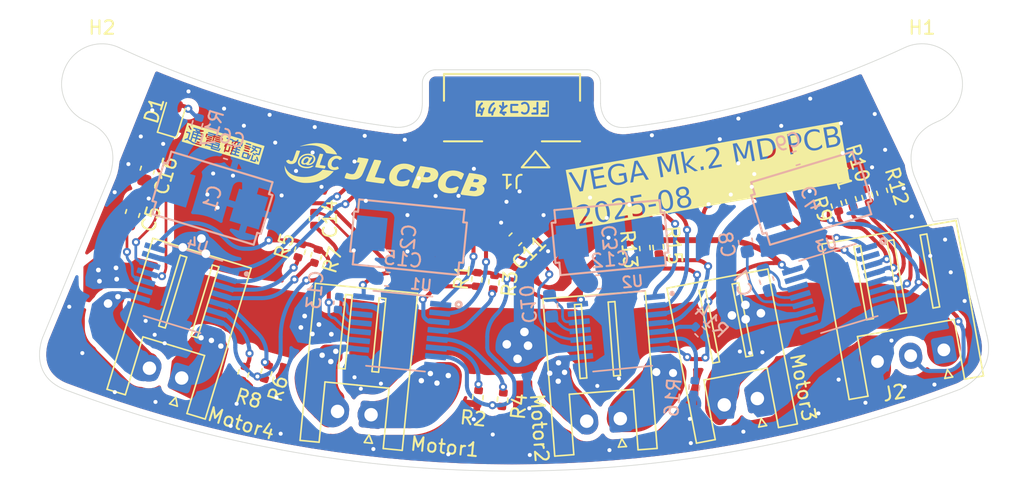
<source format=kicad_pcb>
(kicad_pcb (version 20241229) (generator "pcbnew") (generator_version "9.0")
  (layers (0 "F.Cu" signal) (2 "B.Cu" signal) (13 "F.Paste" user) (15 "B.Paste" user) (5 "F.SilkS" user "F.Silkscreen") (7 "B.SilkS" user "B.Silkscreen") (1 "F.Mask" user) (3 "B.Mask" user) (25 "Edge.Cuts" user))
  (net 0 "")
  (net 1 "Net-(U1-CPH)")
  (net 2 "Net-(U1-CPL)")
  (net 3 "VCC")
  (net 4 "Net-(U1-VCP)")
  (net 5 "GND")
  (net 6 "Net-(U3-CPH)")
  (net 7 "Net-(U3-CPL)")
  (net 8 "Net-(U3-VCP)")
  (net 9 "Net-(U4-CPH)")
  (net 10 "Net-(U4-CPL)")
  (net 11 "Net-(U4-VCP)")
  (net 12 "D1 OUT1")
  (net 13 "D1 OUT2")
  (net 14 "D2 OUT2")
  (net 15 "D2 OUT1")
  (net 16 "D3 OUT1")
  (net 17 "D3 OUT2")
  (net 18 "D4 OUT2")
  (net 19 "D4 OUT1")
  (net 20 "Net-(D1-A)")
  (net 21 "+3.3V")
  (net 22 "Net-(U1-NSLEEP)")
  (net 23 "Net-(U1-IPROPI)")
  (net 24 "Net-(U1-NFAULT)")
  (net 25 "Net-(U1-VREF)")
  (net 26 "Net-(U3-NSLEEP)")
  (net 27 "Net-(U3-VREF)")
  (net 28 "Net-(U3-NFAULT)")
  (net 29 "Net-(U3-IPROPI)")
  (net 30 "Net-(U4-NSLEEP)")
  (net 31 "Net-(U4-VREF)")
  (net 32 "Net-(U4-NFAULT)")
  (net 33 "Net-(U4-IPROPI)")
  (net 34 "D1 PWM IN1")
  (net 35 "D1 PWM IN2")
  (net 36 "D2 PWM IN1")
  (net 37 "D2 PWM IN2")
  (net 38 "D3 PWM IN2")
  (net 39 "D3 PWM IN1")
  (net 40 "D4 PWM IN1")
  (net 41 "D4 PWM IN2")
  (net 42 "Net-(U2-CPL)")
  (net 43 "Net-(U2-CPH)")
  (net 44 "Net-(U2-VCP)")
  (net 45 "Net-(U2-NSLEEP)")
  (net 46 "Net-(U2-VREF)")
  (net 47 "Net-(U2-NFAULT)")
  (net 48 "Net-(U2-IPROPI)")
  (footprint "LED_SMD:LED_0603_1608Metric" (layer "F.Cu") (at 124.82 117.61 73.2)
    (property "Reference" "D1")
    (property "Value" "LED")
  )
  (footprint "Resistor_SMD:R_0402_1005Metric" (layer "F.Cu") (at 148.659 129.971 -95.7)
    (property "Reference" "R3")
    (property "Value" "10k")
  )
  (footprint "Resistor_SMD:R_0402_1005Metric" (layer "F.Cu") (at 147.466 138.516 -95.7)
    (property "Reference" "R2")
    (property "Value" "2.49k")
  )
  (footprint "Capacitor_SMD:C_0402_1005Metric" (layer "F.Cu") (at 135.33 125.27 -90)
    (property "Reference" "C14")
    (property "Value" "0.1uF")
  )
  (footprint "Resistor_SMD:R_0402_1005Metric" (layer "F.Cu") (at 159.86 127.43 -84.4)
    (property "Reference" "R13")
    (property "Value" "10k")
  )
  (footprint "FFC conector:FFC conector 0.5mm Pich" (layer "F.Cu") (at 150 117 180)
    (property "Reference" "J1")
    (property "Value" "Conn_01x08_Pin")
  )
  (footprint "Connector_JST:JST_XH_S2B-XH-A_1x02_P2.50mm_Horizontal" (layer "F.Cu") (at 125.48322 137.081544 163.1)
    (property "Reference" "Motor4")
    (property "Value" "Conn_01x02_Pin")
  )
  (footprint "JLCPCBlogo:JLCPCB" (layer "F.Cu") (at 140.62 121.88 -8)
    (property "Reference" "G***" (hide yes))
    (property "Value" "LOGO" (hide yes))
  )
  (footprint "Resistor_SMD:R_0402_1005Metric" (layer "F.Cu") (at 177.47 123.25 106.8)
    (property "Reference" "R12")
    (property "Value" "2.49k")
  )
  (footprint "Connector_JST:JST_XH_S3B-XH-A_1x03_P2.50mm_Horizontal" (layer "F.Cu") (at 182.048516 134.992312 -170)
    (property "Reference" "J2")
    (property "Value" "Conn_01x03_Pin")
  )
  (footprint "Connector_JST:JST_XH_S2B-XH-A_1x02_P2.50mm_Horizontal" (layer "F.Cu") (at 158.036495 140.101081 -175.7)
    (property "Reference" "Motor2")
    (property "Value" "Conn_01x02_Pin")
  )
  (footprint "Resistor_SMD:R_0402_1005Metric" (layer "F.Cu") (at 160.85 127.35 -84.4)
    (property "Reference" "R15")
    (property "Value" "10k")
  )
  (footprint "Connector_JST:JST_XH_S2B-XH-A_1x02_P2.50mm_Horizontal" (layer "F.Cu") (at 139.539628 139.809642 174.4)
    (property "Reference" "Motor1")
    (property "Value" "Conn_01x02_Pin")
  )
  (footprint "Resistor_SMD:R_0402_1005Metric" (layer "F.Cu") (at 174.09 124.2 -73.2)
    (property "Reference" "R9")
    (property "Value" "10k")
  )
  (footprint "Resistor_SMD:R_0402_1005Metric" (layer "F.Cu") (at 175.162761 123.872406 -73.2)
    (property "Reference" "R11")
    (property "Value" "10k")
  )
  (footprint "Resistor_SMD:R_0402_1005Metric" (layer "F.Cu") (at 176.37 123.56 -73.2)
    (property "Reference" "R10")
    (property "Value" "10k")
  )
  (footprint "Capacitor_SMD:C_0603_1608Metric" (layer "F.Cu") (at 150.25 126.78 -135)
    (property "Reference" "C11")
    (property "Value" "0.1uF")
  )
  (footprint "MountingHole:MountingHole_3.2mm_M3" (layer "F.Cu") (at 119.571485 115.254161)
    (property "Reference" "H2")
    (property "Value" "MountingHole")
  )
  (footprint "Capacitor_SMD:C_0603_1608Metric" (layer "F.Cu") (at 122.935 121.641 -106.8)
    (property "Reference" "C16")
    (property "Value" "22nF")
  )
  (footprint "Connector_JST:JST_XH_S2B-XH-A_1x02_P2.50mm_Horizontal" (layer "F.Cu") (at 168.208273 138.607639 -169.2)
    (property "Reference" "Motor3")
    (property "Value" "Conn_01x02_Pin")
  )
  (footprint "Resistor_SMD:R_0402_1005Metric" (layer "F.Cu") (at 130.064 136.74 -106.9)
    (property "Reference" "R8")
    (property "Value" "2.49k")
  )
  (footprint "Resistor_SMD:R_0402_1005Metric" (layer "F.Cu") (at 147.394653 129.763522 -95.7)
    (property "Reference" "R1")
    (property "Value" "10k")
  )
  (footprint "MountingHole:MountingHole_3.2mm_M3" (layer "F.Cu") (at 180.428857 115.254001)
    (property "Reference" "H1")
    (property "Value" "MountingHole")
  )
  (footprint "Capacitor_SMD:C_0603_1608Metric" (layer "F.Cu") (at 121.841 124.859 -106.8)
    (property "Reference" "C5")
    (property "Value" "0.1uF")
  )
  (footprint "Resistor_SMD:R_0402_1005Metric" (layer "F.Cu") (at 131.775 136.66 73.1)
    (property "Reference" "R6")
    (property "Value" "10k")
  )
  (footprint "Resistor_SMD:R_0402_1005Metric" (layer "F.Cu") (at 135.466 128.035 -106.9)
    (property "Reference" "R7")
    (property "Value" "10k")
  )
  (footprint "Resistor_SMD:R_0402_1005Metric" (layer "F.Cu") (at 149.303 138.692 84.3)
    (property "Reference" "R4")
    (property "Value" "10k")
  )
  (footprint "Resistor_SMD:R_0402_1005Metric" (layer "F.Cu") (at 134.265 127.621 -106.9)
    (property "Reference" "R5")
    (property "Value" "10k")
  )
  (footprint "Motor Driver IC:DRV8874 IC" (layer "B.Cu") (at 125.579826 130.422838 163.1)
    (property "Reference" "U4")
    (property "Value" "DRV8874PWPR")
  )
  (footprint "Motor Driver IC:DRV8874 IC" (layer "B.Cu") (at 174.224561 130.431155 -163.2)
    (property "Reference" "U3")
    (property "Value" "DRV8874PWPR")
  )
  (footprint "Capacitor_SMD:C_0603_1608Metric" (layer "B.Cu") (at 171.088077 120.754 16.8)
    (property "Reference" "C9")
    (property "Value" "0.1uF")
  )
  (footprint "Capacitor_SMD:C_0603_1608Metric" (layer "B.Cu") (at 140.75 129.74 -5.7)
    (property "Reference" "C15")
    (property "Value" "0.1uF")
  )
  (footprint "Capacitor_SMD:C_0603_1608Metric" (layer "B.Cu") (at 152.87 131.74 95.6)
    (property "Reference" "C10")
    (property "Value" "22nF")
  )
  (footprint "tantaru Capacitor:293D157X9016D2TE3" (layer "B.Cu") (at 172.205877 123.728593 16.8)
    (property "Reference" "C4")
    (property "Value" "150uF")
  )
  (footprint "Capacitor_SMD:C_0603_1608Metric" (layer "B.Cu") (at 156.41 129.95 5.4)
    (property "Reference" "C12")
    (property "Value" "0.1uF")
  )
  (footprint "Capacitor_SMD:C_0603_1608Metric" (layer "B.Cu") (at 168.896 129.818077 106.8)
    (property "Reference" "C7")
    (property "Value" "22nF")
  )
  (footprint "Capacitor_SMD:C_0603_1608Metric" (layer "B.Cu") (at 128.882 120.314 -16.8)
    (property "Reference" "C6")
    (property "Value" "0.1uF")
  )
  (footprint "Motor Driver IC:DRV8874 IC" (layer "B.Cu") (at 141.625733 133.601637 174.4)
    (property "Reference" "U1")
    (property "Value" "DRV8874PWPR")
  )
  (footprint "Resistor_SMD:R_0402_1005Metric" (layer "B.Cu") (at 163.52 137.79 -95)
    (property "Reference" "R16")
    (property "Value" "2.49k")
  )
  (footprint "Motor Driver IC:DRV8874 IC" (layer "B.Cu") (at 157.935933 133.601649 -174.4)
    (property "Reference" "U2")
    (property "Value" "DRV8874PWPR")
  )
  (footprint "Capacitor_SMD:C_0603_1608Metric" (layer "B.Cu") (at 167.325422 126.926774 -80)
    (property "Reference" "C8")
    (property "Value" "0.1uF")
  )
  (footprint "Capacitor_SMD:C_0402_1005Metric" (layer "B.Cu") (at 137.13 131.52 84.4)
    (property "Reference" "C13")
    (property "Value" "22nF")
  )
  (footprint "tantaru Capacitor:293D157X9016D2TE3" (layer "B.Cu") (at 157.276556 126.655409 5.4)
    (property "Reference" "C3")
    (property "Value" "150uF")
  )
  (footprint "Resistor_SMD:R_0402_1005Metric" (layer "B.Cu") (at 126.64 118.23 73.2)
    (property "Reference" "R17")
    (property "Value" "150")
  )
  (footprint "Resistor_SMD:R_0402_1005Metric" (layer "B.Cu") (at 163.96 133.64 135)
    (property "Reference" "R14")
    (property "Value" "10k")
  )
  (footprint "tantaru Capacitor:293D157X9016D2TE3" (layer "B.Cu") (at 127.770933 123.721564 -16.8)
    (property "Reference" "C1")
    (property "Value" "150uF")
  )
  (footprint "tantaru Capacitor:293D157X9016D2TE3" (layer "B.Cu") (at 142.325417 126.616583 -5.7)
    (property "Reference" "C2")
    (property "Value" "150uF")
  )
  (gr_poly (pts (xy 121.99 134.11) (xy 121.18 132.89) (xy 121.14 133.51) (xy 121.8 134.13) (xy 121.89 134.09) (xy 121.92 134.09)) (stroke (width 0.2)) (fill yes) (layer "F.Cu") (net 14))
  (gr_poly (pts (xy 132.92 125.01) (xy 132.71 126.82) (xy 132 126.76) (xy 132.12 126)) (stroke (width 0.2)) (fill yes) (layer "F.Cu") (net 21))
  (gr_poly (pts (xy 126.5 133.82) (xy 124.85 135.85) (xy 124.62 137.76) (xy 126.2 138.55) (xy 128.23 137.38) (xy 128.86 134.93) (xy 128.6 134.2) (xy 127.22 133.74146)) (stroke (width 0.2)) (fill yes) (layer "F.Cu") (net 15))
  (gr_poly (pts (xy 171.26 132.85) (xy 169.16 133.23) (xy 167.06 133.93) (xy 164.95 135.87) (xy 164.52 139.1) (xy 165.41 140.12) (xy 166.42 140.04) (xy 166.7 138.32) (xy 166.89 137.42) (xy 168.6 135.99) (xy 170.459555 134.665973) (xy 170.96 133.41) (xy 171.33 133.16)) (stroke (width 0.1)) (fill yes) (layer "B.Cu") (net 17))
  (gr_poly (pts (xy 171.24 132.52) (xy 170.14 132.73) (xy 169.11 132.88) (xy 167.94 133.15) (xy 166.63 133.44) (xy 165.53 132.88) (xy 165.64 131.6) (xy 166.98 130.87) (xy 168.09 131.54) (xy 168.9 131.87) (xy 169.71 132.04) (xy 170.404736 132.24) (xy 171.095172 132.24)) (stroke (width 0.1)) (fill yes) (layer "B.Cu") (net 3))
  (gr_poly (pts (xy 118.924441 131.62315) (xy 118.66 132.86) (xy 118.96 134.06) (xy 121.33 136.51) (xy 122.24 137.09) (xy 119.48 131.16)) (stroke (width 0.2)) (fill yes) (layer "B.Cu") (net 14))
  (gr_poly (pts (xy 142.698 131.426) (xy 142.97 132.14) (xy 142.28 131.92) (xy 142.59 131.42) (xy 142.663 131.422)) (stroke (width 0.1)) (fill yes) (layer "B.Cu") (net 5))
  (gr_poly (pts (xy 176.91 131.8) (xy 173.29 133.88) (xy 170.99 134.93) (xy 168.44 136.83) (xy 167.31 137.84) (xy 167.49 139.13) (xy 168.22 139.96) (xy 169.31 139.78) (xy 170.44 138.96) (xy 172.39 136.61) (xy 175.54 134.27) (xy 178.784621 132.31846) (xy 178.31 131.38)) (stroke (width 0.1)) (fill yes) (layer "B.Cu") (net 16))
  (gr_poly (pts (xy 184.26 133.91) (xy 183.91 136.02) (xy 183.39 136.61) (xy 182.708619 137.008314) (xy 180.63 137.26) (xy 182.413177 137.28) (xy 183.37 137.060409) (xy 184.15 136.29) (xy 184.32 135.18)) (stroke (width 0.2)) (fill yes) (layer "B.Cu") (net 5))
  (gr_poly (pts (xy 138.103073 134.764615) (xy 137.554593 134.690244) (xy 136.801121 134.724493) (xy 136.08 134.94) (xy 137.11 134.81) (xy 138.1 134.77)) (stroke (width 0.2)) (fill yes) (layer "B.Cu") (net 13))
  (gr_poly (pts (xy 171.661079 129.411128) (xy 172.193132 128.682446) (xy 172.72 128.47) (xy 172.99 129.42) (xy 172.88 130.05) (xy 172.18 129.78) (xy 171.902561 129.647101) (xy 171.74 129.64)) (stroke (width 0.1)) (fill yes) (layer "B.Cu") (net 5))
  (gr_poly (pts (xy 172.51 133.14) (xy 172.88 133.02) (xy 172.99 132.86) (xy 173.24 131.26) (xy 175.22 131.87) (xy 174.79 132.25) (xy 173.07 133.32) (xy 171.56 133.81)) (stroke (width 0.1)) (fill yes) (layer "B.Cu") (net 5))
  (gr_poly (pts (xy 135.22 134.55) (xy 134.12 134.39) (xy 133.53 133.29) (xy 133.91 131.92) (xy 134.82 131.65)) (stroke (width 0.1)) (fill yes) (layer "B.Cu") (net 3))
  (gr_poly (pts (xy 137.54 126.97) (xy 133.91 131.92) (xy 135.05 133.38) (xy 135.84 132.54) (xy 135.82 131.18) (xy 138.2 128.78) (xy 138.71 128.44)) (stroke (width 0.1)) (fill yes) (layer "B.Cu") (net 3))
  (gr_poly (pts (xy 159.44 135.72) (xy 159.28 135.15) (xy 158.87 135.14) (xy 158.83 135.72)) (stroke (width 0.1)) (fill yes) (layer "B.Cu") (net 5))
  (gr_poly (pts (xy 154.53 135.41) (xy 153.45 135.48) (xy 152.45 135.94) (xy 151.93 137.44) (xy 152.49 138.59) (xy 154.3008 140.43211) (xy 155.22 141.22) (xy 155.84 139.36) (xy 154.51 137.86) (xy 154.17 136.53) (xy 154.250035 135.81) (xy 154.62 135.72)) (stroke (width 0.1)) (fill yes) (layer "B.Cu") (net 18))
  (gr_poly (pts (xy 135.16 134.5) (xy 136.51 134.38) (xy 136.48 132.99) (xy 135.5 132.43) (xy 135.09 134.49)) (stroke (width 0.2)) (fill yes) (layer "B.Cu") (net 3))
  (gr_poly (pts (xy 127.66 128.72) (xy 127.15 129.29) (xy 126.55 129.07) (xy 126.93 128.32)) (stroke (width 0.1)) (fill yes) (layer "B.Cu") (net 5))
  (gr_poly (pts (xy 154.51 135.07) (xy 153.24 135.19) (xy 152.16 135.22) (xy 152.47 133.81) (xy 153.6 134.6) (xy 154.47 134.77)) (stroke (width 0.1)) (fill yes) (layer "B.Cu") (net 3))
  (gr_poly (pts (xy 153.24 135.19) (xy 152.33 135.46) (xy 151.14 136.08) (xy 151.66 135.21)) (stroke (width 0.1)) (fill yes) (layer "B.Cu") (net 3))
  (gr_poly (pts (xy 160.24 135.48) (xy 161.76 135.33) (xy 162.51 135.86) (xy 162.591433 137.41) (xy 161.76 139.11) (xy 160.7 140.45) (xy 157.96 141.06) (xy 157.43 139.24) (xy 159.57 137.06)) (stroke (width 0.1)) (fill yes) (layer "B.Cu") (net 19))
  (gr_poly (pts (xy 138.02 134.32) (xy 137.265211 134.248794) (xy 136.48 134.36) (xy 136.966335 134.150757) (xy 137.142139 134.154387)) (stroke (width 0.2)) (fill yes) (layer "B.Cu") (net 3))
  (gr_poly (pts (xy 159.24 131.18) (xy 158.97 131.97) (xy 158.39 131.52) (xy 158.39 131.07)) (stroke (width 0.1)) (fill yes) (layer "B.Cu") (net 5))
  (gr_poly (pts (xy 123.89 128.06) (xy 124.3 128.11) (xy 124.75 127.78) (xy 125.32 128.01) (xy 125.02 128.73) (xy 125.026 128.804) (xy 124.163 128.438) (xy 123.9 128.38)) (stroke (width 0.1)) (fill yes) (layer "B.Cu") (net 5))
  (gr_poly (pts (xy 175.83 135.79) (xy 175.94 134.76) (xy 176.7 134.23) (xy 178.22 134.33) (xy 178.31 135.26) (xy 177.91 136.55)) (stroke (width 0.1)) (fill yes) (layer "B.Cu") (net 5))
  (gr_poly (pts (xy 119.72 127.97) (xy 118.679439 128.678761) (xy 118.43 129.61) (xy 118.45 130.16) (xy 118.93 130.39) (xy 119.82 130.33)) (stroke (width 0.2)) (fill yes) (layer "B.Cu") (net 3))
  (gr_poly (pts (xy 155.3 132.07) (xy 155.8 131.99) (xy 156.17 131.47) (xy 156.92 131.41) (xy 156.79 133.25) (xy 155.92 132.43) (xy 155.7 132.36) (xy 155.45 132.37)) (stroke (width 0.1)) (fill yes) (layer "B.Cu") (net 5))
  (gr_poly (pts (xy 121.93 130.18) (xy 121.60042 129.898283) (xy 121.31 129.11) (xy 121.1 129.34) (xy 121.24 129.87) (xy 121.89 130.15)) (stroke (width 0.1)) (fill yes) (layer "B.Cu") (net 3))
  (gr_poly (pts (xy 121.5 131.54) (xy 120.98 132.23) (xy 121.6 132.42) (xy 121.76 131.74)) (stroke (width 0.1)) (fill yes) (layer "B.Cu") (net 5))
  (gr_poly (pts (xy 154.58 136.37) (xy 155.03 137.53) (xy 157.07 137.097535) (xy 159.44 135.72) (xy 156.93 135.38) (xy 156.139666 135.914466) (xy 155.801081 135.939547)) (stroke (width 0.1)) (fill yes) (layer "B.Cu") (net 5))
  (gr_arc (start 141.354984 118.456289) (mid 130.86673 116.294176) (end 120.839338 112.535236) (stroke (width 0.05)) (layer "Edge.Cuts"))
  (gr_arc (start 155.569 114.182761) (mid 156.276276 114.475724) (end 156.569239 115.183) (stroke (width 0.05)) (layer "Edge.Cuts"))
  (gr_line (start 181.26 125.46) (end 179.852433 122.065263) (stroke (width 0.05)) (layer "Edge.Cuts"))
  (gr_line (start 185.251 133.934) (end 183.08 125.22) (stroke (width 0.05)) (layer "Edge.Cuts"))
  (gr_arc (start 143.342283 115.183) (mid 143.635246 114.475724) (end 144.342522 114.182761) (stroke (width 0.05)) (layer "Edge.Cuts"))
  (gr_line (start 143.342283 115.183) (end 143.342625 116.670002) (stroke (width 0.05)) (layer "Edge.Cuts"))
  (gr_line (start 156.569239 115.183) (end 156.569239 116.682937) (stroke (width 0.05)) (layer "Edge.Cuts"))
  (gr_curve (pts (xy 185.251 133.934) (xy 185.976372 136.842965) (xy 183.185286 137.942893) (xy 183.185286 137.942893)) (stroke (width 0.05)) (layer "Edge.Cuts"))
  (gr_curve (pts (xy 181.450377 118.088192) (xy 178.703391 119.294035) (xy 179.852433 122.065263) (xy 179.852433 122.065263)) (stroke (width 0.05)) (layer "Edge.Cuts"))
  (gr_line (start 181.450377 118.088192) (end 181.697169 117.97674) (stroke (width 0.05)) (layer "Edge.Cuts"))
  (gr_curve (pts (xy 158.556852 118.460695) (xy 156.569239 118.682937) (xy 156.569239 116.682937) (xy 156.569239 116.682937)) (stroke (width 0.05)) (layer "Edge.Cuts"))
  (gr_arc (start 183.185286 137.942893) (mid 149.997416 143.995828) (end 116.809878 137.941068) (stroke (width 0.05)) (layer "Edge.Cuts"))
  (gr_curve (pts (xy 116.80992 137.940958) (xy 114.018852 136.840987) (xy 115.166157 134.069033) (xy 115.166157 134.069033)) (stroke (width 0.05)) (layer "Edge.Cuts"))
  (gr_curve (pts (xy 118.539305 118.076754) (xy 121.285098 119.285315) (xy 120.137798 122.057264) (xy 120.137798 122.057264)) (stroke (width 0.05)) (layer "Edge.Cuts"))
  (gr_curve (pts (xy 143.342625 116.670002) (xy 143.342283 118.67) (xy 141.354984 118.456289) (xy 141.354984 118.456289)) (stroke (width 0.05)) (layer "Edge.Cuts"))
  (gr_arc (start 118.301324 117.97201) (mid 116.853098 113.985152) (end 120.839341 112.535236) (stroke (width 0.05)) (layer "Edge.Cuts"))
  (gr_line (start 115.166157 134.069033) (end 120.137798 122.057264) (stroke (width 0.05)) (layer "Edge.Cuts"))
  (gr_arc (start 179.15946 112.531805) (mid 183.151306 113.985147) (end 181.697169 117.976703) (stroke (width 0.05)) (layer "Edge.Cuts"))
  (gr_line (start 118.301324 117.972009) (end 118.539305 118.071008) (stroke (width 0.05)) (layer "Edge.Cuts"))
  (gr_line (start 183.08 125.22) (end 181.26 125.46) (stroke (width 0.05)) (layer "Edge.Cuts"))
  (gr_line (start 144.342522 114.182784) (end 155.569 114.182784) (stroke (width 0.05)) (layer "Edge.Cuts"))
  (gr_arc (start 179.158192 112.529084) (mid 169.08932 116.299958) (end 158.556852 118.460695) (stroke (width 0.05)) (layer "Edge.Cuts"))
  (gr_text "通電確認" (at 125.489 119.484 343.2) (layer "F.SilkS" knockout) (effects (font (size 1 1) (thickness 0.1)) (justify left bottom)))
  (gr_text "VEGA Mk.2 MD PCB\n2025-08" (at 154.92 126.07 10) (layer "F.SilkS" knockout) (effects (font (size 1.5 1.5) (thickness 0.1)) (justify left bottom)))
  (segment (start 138.377313 132.998126) (end 138.801145 132.998126) (width 0.2) (layer "B.Cu") (net 1))
  (segment (start 137.143583 132.143583) (end 137.73 132.73) (width 0.2) (layer "B.Cu") (net 1))
  (arc (start 137.73 132.73) (mid 138.02699 132.928442) (end 138.377313 132.998126) (width 0.2) (layer "B.Cu") (net 1))
  (arc (start 137.08316 131.997709) (mid 137.098863 132.076655) (end 137.143583 132.143583) (width 0.2) (layer "B.Cu") (net 1))
  (segment (start 138.046102 132.351228) (end 138.864572 132.351228) (width 0.2) (layer "B.Cu") (net 2))
  (segment (start 137.77 131.849706) (end 137.77 132.076863) (width 0.2) (layer "B.Cu") (net 2))
  (segment (start 137.208341 131.118341) (end 137.65 131.56) (width 0.2) (layer "B.Cu") (net 2))
  (arc (start 137.65 131.56) (mid 137.738813 131.692919) (end 137.77 131.849706) (width 0.2) (layer "B.Cu") (net 2))
  (arc (start 137.77 132.076863) (mid 137.790792 132.181388) (end 137.85 132.27) (width 0.2) (layer "B.Cu") (net 2))
  (arc (start 137.85 132.27) (mid 137.939973 132.330117) (end 138.046102 132.351228) (width 0.2) (layer "B.Cu") (net 2))
  (arc (start 137.17684 131.042291) (mid 137.185027 131.083449) (end 137.208341 131.118341) (width 0.2) (layer "B.Cu") (net 2))
  (segment (start 151.561099 126.548074) (end 152.676512 127.663488) (width 0.43) (layer "F.Cu") (net 3))
  (segment (start 122.12233 123.97867) (end 122.29 123.811) (width 0.2) (layer "F.Cu") (net 3))
  (segment (start 176.44095 131.25) (end 172.15 131.25) (width 2.5) (layer "F.Cu") (net 3))
  (segment (start 179.692599 132.17) (end 173.1 132.17) (width 2.5) (layer "F.Cu") (net 3))
  (segment (start 122.438764 123.74938) (end 123.03738 123.74938) (width 0.2) (layer "F.Cu") (net 3))
  (segment (start 136.576188 125.306188) (end 137.814853 126.544853) (width 0.2) (layer "F.Cu") (net 3))
  (segment (start 181.338725 133.278725) (end 180.61 132.55) (width 2.5) (layer "F.Cu") (net 3))
  (segment (start 174.202721 133.16) (end 170.88 133.16) (width 2.5) (layer "F.Cu") (net 3))
  (segment (start 179.692599 132.17) (end 176.592792 132.17) (width 2.5) (layer "F.Cu") (net 3))
  (via (at 150.92 133.66) (size 1.2) (drill 0.64) (layers "F.Cu" "B.Cu") (net 3))
  (via (at 120.61 128.9) (size 0.8) (drill 0.35) (layers "F.Cu" "B.Cu") (net 3))
  (via (at 150.41 135.66) (size 1.2) (drill 0.64) (layers "F.Cu" "B.Cu") (net 3))
  (via (at 135.18 133.81) (size 0.8) (drill 0.35) (layers "F.Cu" "B.Cu") (net 3))
  (via (at 167.32 131.65) (size 1.2) (drill 0.64) (layers "F.Cu" "B.Cu") (net 3))
  (via (at 134.33 133.33) (size 0.8) (drill 0.35) (layers "F.Cu" "B.Cu") (net 3))
  (via (at 168.47 132.27) (size 1.2) (drill 0.64) (layers "F.Cu" "B.Cu") (net 3))
  (via (at 135.67 133.11) (size 0.8) (drill 0.35) (layers "F.Cu" "B.Cu") (net 3))
  (via (at 123.03738 123.74938) (size 0.6) (drill 0.3) (layers "F.Cu" "B.Cu") (net 3))
  (via (at 152.676512 127.663488) (size 0.6) (drill 0.3) (layers "F.Cu" "B.Cu") (net 3))
  (via (at 166.32 132.43) (size 1.2) (drill 0.64) (layers "F.Cu" "B.Cu") (net 3))
  (via (at 119.38 129.89) (size 0.8) (drill 0.35) (layers "F.Cu" "B.Cu") (net 3))
  (via (at 138.253259 127.603259) (size 0.6) (drill 0.3) (layers "F.Cu" "B.Cu") (net 3))
  (via (at 119.3 129.06) (size 0.8) (drill 0.35) (layers "F.Cu" "B.Cu") (net 3))
  (via (at 167.338925 132.716184) (size 1.2) (drill 0.64) (layers "F.Cu" "B.Cu") (net 3))
  (via (at 136.59 133.83) (size 0.8) (drill 0.35) (layers "F.Cu" "B.Cu") (net 3))
  (via (at 149.61 134.58) (size 1.2) (drill 0.64) (layers "F.Cu" "B.Cu") (net 3))
  (via (at 134.61 132.48) (size 0.8) (drill 0.35) (layers "F.Cu" "B.Cu") (net 3))
  (via (at 151.19 134.68) (size 1.2) (drill 0.64) (layers "F.Cu" "B.Cu") (net 3))
  (via (at 120.66 129.74) (size 0.8) (drill 0.35) (layers "F.Cu" "B.Cu") (net 3))
  (arc (start 182.048516 134.992312) (mid 181.864047 134.064925) (end 181.338725 133.278725) (width 2.5) (layer "F.Cu") (net 3))
  (arc (start 174.42 133.07) (mid 174.320311 133.13661) (end 174.202721 133.16) (width 2.5) (layer "F.Cu") (net 3))
  (arc (start 122.065 124.117077) (mid 122.0799 124.042172) (end 122.12233 123.97867) (width 0.2) (layer "F.Cu") (net 3))
  (arc (start 181.338725 133.278725) (mid 179.091607 131.777248) (end 176.44095 131.25) (width 2.5) (layer "F.Cu") (net 3))
  (arc (start 176.592792 132.17) (mid 175.416886 132.403902) (end 174.42 133.07) (width 2.5) (layer "F.Cu") (net 3))
  (arc (start 135.33 124.79) (mid 136.004432 124.924153) (end 136.576188 125.306188) (width 0.2) (layer "F.Cu") (net 3))
  (arc (start 150.798008 126.231992) (mid 151.21099 126.314139) (end 151.561099 126.548074) (width 0.43) (layer "F.Cu") (net 3))
  (arc (start 122.29 123.811) (mid 122.358253 123.765395) (end 122.438764 123.74938) (width 0.2) (layer "F.Cu") (net 3))
  (arc (start 137.814853 126.544853) (mid 138.139321 127.030454) (end 138.253259 127.603259) (width 0.2) (layer "F.Cu") (net 3))
  (arc (start 180.61 132.55) (mid 180.189093 132.268758) (end 179.692599 132.17) (width 2.5) (layer "F.Cu") (net 3))
  (segment (start 122.550335 130.521416) (end 122.130698 130.521416) (width 0.2) (layer "B.Cu") (net 3))
  (segment (start 121.393137 130.072296) (end 121.49 130.072296) (width 0.45) (layer "B.Cu") (net 3))
  (segment (start 119.31 129.272296) (end 120.670315 129.272296) (width 0.45) (layer "B.Cu") (net 3))
  (segment (start 121.49 130.072296) (end 121.646583 130.228879) (width 0.45) (layer "B.Cu") (net 3))
  (segment (start 151.21 134.01) (end 152.02 134.01) (width 1) (layer "B.Cu") (net 3))
  (segment (start 150.98 134.81) (end 150.801127 134.81) (width 1) (layer "B.Cu") (net 3))
  (segment (start 119.73 129.862296) (end 119.400711 129.862296) (width 0.45) (layer "B.Cu") (net 3))
  (segment (start 136.47 134.26) (end 135.964142 134.26) (width 0.45) (layer "B.Cu") (net 3))
  (segment (start 126.536973 120.754028) (end 126.489 120.802) (width 1) (layer "B.Cu") (net 3))
  (segment (start 120.12 129.292296) (end 120.531507 129.703803) (width 0.45) (layer "B.Cu") (net 3))
  (segment (start 121.284009 125.156991) (end 122.447131 123.993869) (width 2) (layer "B.Cu") (net 3))
  (segment (start 120.335147 129.857149) (end 120.3 129.892296) (width 0.45) (layer "B.Cu") (net 3))
  (segment (start 121.227107 130.182296) (end 121.227107 129.902721) (width 0.45) (layer "B.Cu") (net 3))
  (segment (start 120.909792 129.872088) (end 120.89 129.852296) (width 0.45) (layer "B.Cu") (net 3))
  (segment (start 135.375772 133.264229) (end 135.41 133.23) (width 0.45) (layer "B.Cu") (net 3))
  (segment (start 152.676512 127.663488) (end 152.67841 127.663488) (width 1.5) (layer "B.Cu") (net 3))
  (segment (start 121.227107 130.182296) (end 119.506985 130.182296) (width 0.45) (layer "B.Cu") (net 3))
  (segment (start 135.89 132.99) (end 136.018873 132.99) (width 0.45) (layer "B.Cu") (net 3))
  (segment (start 137.76 134.086761) (end 137.262891 134.086761) (width 0.2) (layer "B.Cu") (net 3))
  (segment (start 120.696863 129.772296) (end 120.54 129.772296) (width 0.45) (layer "B.Cu") (net 3))
  (segment (start 167.338274 125.441726) (end 166.66 126.12) (width 1.5) (layer "B.Cu") (net 3))
  (segment (start 125.071866 122.906668) (end 125.071866 122.229928) (width 1) (layer "B.Cu") (net 3))
  (segment (start 149.27 134.87) (end 149.27 134.778823) (width 1) (layer "B.Cu") (net 3))
  (segment (start 150.88 129.884264) (end 150.88 133.563431) (width 1.5) (layer "B.Cu") (net 3))
  (segment (start 169.50681 124.543489) (end 169.50681 123.004356) (width 1.5) (layer "B.Cu") (net 3))
  (segment (start 120.95 129.43) (end 121.088787 129.568787) (width 0.45) (layer "B.Cu") (net 3))
  (segment (start 136.796863 133.73) (end 136.64 133.73) (width 0.45) (layer "B.Cu") (net 3))
  (segment (start 139.113849 129.17) (end 138.23 129.17) (width 1) (layer "B.Cu") (net 3))
  (segment (start 121.227107 130.182296) (end 120.841421 130.182296) (width 0.45) (layer "B.Cu") (net 3))
  (segment (start 120.11 129.1) (end 120.11 129.08) (width 2.5) (layer "B.Cu") (net 3))
  (segment (start 126.489 120.802) (end 126.418 120.873) (width 1) (layer "B.Cu") (net 3))
  (segment (start 152.676512 127.663488) (end 151.18 129.16) (width 1.5) (layer "B.Cu") (net 3))
  (segment (start 136.642434 129.842566) (end 136.31 130.175) (width 1) (layer "B.Cu") (net 3))
  (segment (start 139.737121 129.562907) (end 139.507107 129.332893) (width 1) (layer "B.Cu") (net 3))
  (segment (start 137.126568 133.546569) (end 137.41 133.83) (width 0.2) (layer "B.Cu") (net 3))
  (segment (start 152.8 134.79) (end 152.02 134.01) (width 1) (layer "B.Cu") (net 3))
  (segment (start 138.674286 134.291921) (end 138.2553 134.291921) (width 0.2) (layer "B.Cu") (net 3))
  (segment (start 135.83 133.82) (end 135.500711 133.82) (width 0.45) (layer "B.Cu") (net 3))
  (segment (start 152.97 134.79) (end 152.8 134.79) (width 1) (layer "B.Cu") (net 3))
  (segment (start 151.85962 133.849619) (end 152.02 134.01) (width 1) (layer "B.Cu") (net 3))
  (segment (start 150.98 134.81) (end 150.98 134.24) (width 1) (layer "B.Cu") (net 3))
  (segment (start 136.37 133.922426) (end 136.37 134.16) (width 0.45) (layer "B.Cu") (net 3))
  (segment (start 150.14 135.75) (end 149.277071 134.887071) (width 1) (layer "B.Cu") (net 3))
  (segment (start 135.41 133.23) (end 136.171716 133.23) (width 0.45) (layer "B.Cu") (net 3))
  (segment (start 135.41 133.23) (end 135.480294 133.159706) (width 0.45) (layer "B.Cu") (net 3))
  (segment (start 151 134.79) (end 150.98 134.81) (width 1) (layer "B.Cu") (net 3))
  (segment (start 154.469669 126.920738) (end 154.469669 127.201274) (width 1.5) (layer "B.Cu") (net 3))
  (segment (start 136.47 134.26) (end 136.171421 133.961421) (width 0.45) (layer "B.Cu") (net 3))
  (segment (start 136.22 133.25) (end 136.631507 133.661507) (width 0.45) (layer "B.Cu") (net 3))
  (segment (start 137.41 133.83) (end 137.447805 133.867805) (width 0.2) (layer "B.Cu") (net 3))
  (segment (start 136.876863 133.763137) (end 136.561837 133.763137) (width 0.45) (layer "B.Cu") (net 3))
  (segment (start 139.519957 126.336561) (end 138.253259 127.603259) (width 2) (layer "B.Cu") (net 3))
  (segment (start 136.55 133.21) (end 136.716863 133.376863) (width 0.45) (layer "B.Cu") (net 3))
  (segment (start 150.27 135.03) (end 150.27 134.387279) (width 1) (layer "B.Cu") (net 3))
  (segment (start 149.277071 134.887071) (end 149.27 134.87) (width 1) (layer "B.Cu") (net 3))
  (segment (start 138.597222 134.26) (end 136.47 134.26) (width 0.2) (layer "B.Cu") (net 3))
  (segment (start 119.275772 129.306525) (end 119.31 129.272296) (width 0.45) (layer "B.Cu") (net 3))
  (segment (start 152.97 134.79) (end 151 134.79) (width 1) (layer "B.Cu") (net 3))
  (segment (start 135.957279 133.512721) (end 136.22 133.25) (width 0.45) (layer "B.Cu") (net 3))
  (segment (start 136.37 134.16) (end 136.47 134.26) (width 0.45) (layer "B.Cu") (net 3))
  (segment (start 121.85 130.22) (end 121.746066 130.116066) (width 0.2) (layer "B.Cu") (net 3))
  (segment (start 119.28 129.812296) (end 119.55 129.542296) (width 0.45) (layer "B.Cu") (net 3))
  (segment (start 135.94 134.27) (end 135.920833 134.27) (width 0.45) (layer "B.Cu") (net 3))
  (segment (start 119.857279 129.555017) (end 120.12 129.292296) (width 0.45) (layer "B.Cu") (net 3))
  (segment (start 150.58402 135.75) (end 150.14 135.75) (width 1) (layer "B.Cu") (net 3))
  (segment (start 121.63 130.38) (end 121.527279 130.38) (width 0.2) (layer "B.Cu") (net 3))
  (segment (start 150.98 134.24) (end 151.21 134.01) (width 1) (layer "B.Cu") (net 3))
  (segment (start 137.009792 133.829792) (end 136.99 133.81) (width 0.45) (layer "B.Cu") (net 3))
  (segment (start 138.471711 134.291921) (end 138.674286 134.291921) (width 0.2) (layer "B.Cu") (net 3))
  (segment (start 126.418 120.873) (end 125.558026 121.732974) (width 1) (layer "B.Cu") (net 3))
  (segment (start 119.31 129.272296) (end 120.071716 129.272296) (width 0.45) (layer "B.Cu") (net 3))
  (segment (start 121.869337 130.239338) (end 121.85 130.22) (width 0.2) (layer "B.Cu") (net 3))
  (segment (start 120.776863 129.805433) (end 120.461837 129.805433) (width 0.45) (layer "B.Cu") (net 3))
  (segment (start 136.667998 129.817003) (end 136.31 130.175) (width 1) (layer "B.Cu") (net 3))
  (segment (start 135.38 133.77) (end 135.65 133.5) (width 0.45) (layer "B.Cu") (net 3))
  (segment (start 151.550883 135.179117) (end 151.26 135.47) (width 1) (layer "B.Cu") (net 3))
  (segment (start 120.7 129.26) (end 120.813431 129.373431) (width 0.45) (layer "B.Cu") (net 3))
  (segment (start 121.789289 130.38) (end 121.63 130.38) (width 0.2) (layer "B.Cu") (net 3))
  (segment (start 165.9 127.954802) (end 165.9 131.41603) (width 1.5) (layer "B.Cu") (net 3))
  (segment (start 136.435147 133.814853) (end 136.4 133.85) (width 0.45) (layer "B.Cu") (net 3))
  (segment (start 150.305269 133.39) (end 150.75 133.39) (width 1) (layer "B.Cu") (net 3))
  (segment (start 138.674286 134.291921) (end 138.254465 134.291921) (width 0.2) (layer "B.Cu") (net 3))
  (segment (start 152.67841 127.663488) (end 152.77811 127.563788) (width 1.5) (layer "B.Cu") (net 3))
  (arc (start 135.480294 133.159706) (mid 135.668268 133.034105) (end 135.89 132.99) (width 0.45) (layer "B.Cu") (net 3))
  (arc (start 137.769107 134.000893) (mid 138.091465 134.216285) (end 138.471711 134.291921) (width 0.2) (layer "B.Cu") (net 3))
  (arc (start 120.071421 130.003717) (mid 119.914776 129.89905) (end 119.73 129.862296) (width 0.45) (layer "B.Cu") (net 3))
  (arc (start 135.500711 133.82) (mid 135.435382 133.807006) (end 135.38 133.77) (width 0.45) (layer "B.Cu") (net 3))
  (arc (start 120.89 129.852296) (mid 120.801388 129.793087) (end 120.776863 129.805433) (width 0.45) (layer "B.Cu") (net 3))
  (arc (start 136.171716 133.23) (mid 136.197847 133.235198) (end 136.22 133.25) (width 0.45) (layer "B.Cu") (net 3))
  (arc (start 121.088787 129.568787) (mid 121.104487 129.592284) (end 121.11 129.62) (width 0.45) (layer "B.Cu") (net 3))
  (arc (start 123.03738 123.74938) (mid 123.651369 123.189222) (end 125.071866 122.906668) (width 2) (layer "B.Cu") (net 3))
  (arc (start 119.400711 129.862296) (mid 119.335382 129.849302) (end 119.28 129.812296) (width 0.45) (layer "B.Cu") (net 3))
  (arc (start 136.716863 133.376863) (mid 136.938594 133.420968) (end 137.126568 133.546569) (width 0.2) (layer "B.Cu") (net 3))
  (arc (start 136.716863 133.376863) (mid 136.83528 133.554087) (end 136.876863 133.763137) (width 0.45) (layer "B.Cu") (net 3))
  (arc (start 121.746066 130.116066) (mid 121.628582 130.037566) (end 121.49 130.01) (width 0.2) (layer "B.Cu") (net 3))
  (arc (start 120.841421 130.182296) (mid 120.710765 130.156307) (end 120.6 130.082296) (width 0.45) (layer "B.Cu") (net 3))
  (arc (start 169.50681 124.543489) (mid 168.333207 124.776933) (end 167.338274 125.441726) (width 1.5) (layer "B.Cu") (net 3))
  (arc (start 122.447131 123.993869) (mid 123.651369 123.189222) (end 123.03738 123.74938) (width 2) (layer "B.Cu") (net 3))
  (arc (start 120.670315 129.272296) (mid 120.68638 129.2691) (end 120.7 129.26) (width 0.45) (layer "B.Cu") (net 3))
  (arc (start 151.26 135.47) (mid 150.949857 135.67723) (end 150.58402 135.75) (width 1) (layer "B.Cu") (net 3))
  (arc (start 121.227107 129.902721) (mid 121.196672 129.749713) (end 121.11 129.62) (width 0.45) (layer "B.Cu") (net 3))
  (arc (start 136.018873 132.99) (mid 136.306317 133.047176) (end 136.55 133.21) (width 0.45) (layer "B.Cu") (net 3))
  (arc (start 150.75 133.39) (mid 151.350522 133.509451) (end 151.85962 133.849619) (width 1) (layer "B.Cu") (net 3))
  (arc (start 120.813431 129.373431) (mid 120.876089 129.415298) (end 120.95 129.43) (width 0.45) (layer "B.Cu") (net 3))
  (arc (start 138.2553 134.291921) (mid 137.987246 134.238602) (end 137.76 134.086761) (width 0.2) (layer "B.Cu") (net 3))
  (arc (start 139.978832 129.663027) (mid 139.848019 129.637007) (end 139.737121 129.562907) (width 1) (layer "B.Cu") (net 3))
  (arc (start 119.73 129.862296) (mid 119.763079 129.695998) (end 119.857279 129.555017) (width 0.45) (layer "B.Cu") (net 3))
  (arc (start 137.262891 134.086761) (mid 137.201795 134.074608) (end 137.15 134.04) (width 0.2) (layer "B.Cu") (net 3))
  (arc (start 152.78 134.67) (mid 152.114807 134.802315) (end 151.550883 135.179117) (width 1) (layer "B.Cu") (net 3))
  (arc (start 136.561837 133.763137) (mid 136.234652 133.698056) (end 135.957279 133.512721) (width 0.45) (layer "B.Cu") (net 3))
  (arc (start 125.071866 122.229928) (mid 125.417439 120.492613) (end 126.401549 119.019789) (width 1) (layer "B.Cu") (net 3))
  (arc (start 136.64 133.73) (mid 136.529134 133.752053) (end 136.435147 133.814853) (width 0.45) (layer "B.Cu") (net 3))
  (arc (start 137.447805 133.867805) (mid 137.59522 133.966304) (end 137.769107 134.000893) (width 0.2) (layer "B.Cu") (net 3))
  (arc (start 136.941421 134.14) (mid 136.810765 134.114011) (end 136.7 134.04) (width 0.45) (layer "B.Cu") (net 3))
  (arc (start 138.254465 134.291921) (mid 137.716264 134.184866) (end 137.26 133.88) (width 0.2) (layer "B.Cu") (net 3))
  (arc (start 120.54 129.772296) (mid 120.429134 129.794349) (end 120.335147 129.857149) (width 0.45) (layer "B.Cu") (net 3))
  (arc (start 121.2 129.992296) (mid 121.288612 130.051505) (end 121.393137 130.072296) (width 0.45) (layer "B.Cu") (net 3))
  (arc (start 138.674286 134.291921) (mid 138.638929 134.268296) (end 138.597222 134.26) (width 0.2) (layer "B.Cu") (net 3))
  (arc (start 135.964142 134.26) (mid 135.951077 134.262599) (end 135.94 134.27) (width 0.45) (layer "B.Cu") (net 3))
  (arc (start 166.66 126.12) (mid 166.097518 126.961814) (end 165.9 127.954802) (width 1.5) (layer "B.Cu") (net 3))
  (arc (start 122.550335 130.521416) (mid 122.181782 130.448106) (end 121.869337 130.239338) (width 0.2) (layer "B.Cu") (net 3))
  (arc (start 150.801127 134.81) (mid 150.513683 134.867176) (end 150.27 135.03) (width 1) (layer "B.Cu") (net 3))
  (arc (start 149.27 134.778823) (mid 149.394748 134.151673) (end 149.75 133.62) (width 1) (layer "B.Cu") (net 3))
  (arc (start 121.91 130.43) (mid 121.854617 130.392994) (end 121.789289 130.38) (width 0.2) (layer "B.Cu") (net 3))
  (arc (start 122.130698 130.521416) (mid 122.011257 130.497658) (end 121.91 130.43) (width 0.2) (layer "B.Cu") (net 3))
  (arc (start 120.3 129.892296) (mid 120.277797 129.925525) (end 120.27 129.964722) (width 0.45) (layer "B.Cu") (net 3))
  (arc (start 120.461837 129.805433) (mid 120.134652 129.740352) (end 119.857279 129.555017) (width 0.45) (layer "B.Cu") (net 3))
  (arc (start 136.99 133.81) (mid 136.901388 133.750791) (end 136.876863 133.763137) (width 0.45) (layer "B.Cu") (net 3))
  (arc (start 136.876863 133.763137) (mid 136.901388 133.750791) (end 136.796863 133.73) (width 0.45) (layer "B.Cu") (net 3))
  (arc (start 150.27 134.387279) (mid 150.29339 134.269689) (end 150.36 134.17) (width 1) (layer "B.Cu") (net 3))
  (arc (start 138.23 129.17) (mid 137.38465 129.33815) (end 136.667998 129.817003) (width 1) (layer "B.Cu") (net 3))
  (arc (start 151.18 129.16) (mid 150.957967 129.492295) (end 150.88 129.884264) (width 1.5) (layer "B.Cu") (net 3))
  (arc (start 149.75 133.62) (mid 150.004759 133.449775) (end 150.305269 133.39) (width 1) (layer "B.Cu") (net 3))
  (arc (start 150.88 133.563431) (mid 150.890396 133.615694) (end 150.92 133.66) (width 1.5) (layer "B.Cu") (net 3))
  (arc (start 119 129.972296) (mid 119.071671 129.611983) (end 119.275772 129.306525) (width 0.45) (layer "B.Cu") (net 3))
  (arc (start 139.507107 129.332893) (mid 139.326679 129.212334) (end 139.113849 129.17) (width 1) (layer "B.Cu") (net 3))
  (arc (start 136.171421 133.961421) (mid 136.014776 133.856754) (end 135.83 133.82) (width 0.45) (layer "B.Cu") (net 3))
  (arc (start 136.4 133.85) (mid 136.377797 133.883229) (end 136.37 133.922426) (width 0.45) (layer "B.Cu") (net 3))
  (arc (start 154.469669 127.201274) (mid 154.773423 128.728345) (end 155.638439 130.022934) (width 1.5) (layer "B.Cu") (net 3))
  (arc (start 121.646583 130.228879) (mid 121.703207 130.266714) (end 121.77 130.28) (width 0.45) (layer "B.Cu") (net 3))
  (arc (start 120.776863 129.805433) (mid 120.801388 129.793087) (end 120.696863 129.772296) (width 0.45) (layer "B.Cu") (net 3))
  (arc (start 136.631507 133.661507) (mid 136.744077 133.736724) (end 136.876863 133.763137) (width 0.45) (layer "B.Cu") (net 3))
  (arc (start 119.92 128.45) (mid 120.274494 126.667836) (end 121.284009 125.156991) (width 2) (layer "B.Cu") (net 3))
  (arc (start 121.527279 130.38) (mid 121.409688 130.35661) (end 121.31 130.29) (width 0.2) (layer "B.Cu") (net 3))
  (arc (start 165.9 131.41603) (mid 166.009154 131.964787) (end 166.32 132.43) (width 1.5) (layer "B.Cu") (net 3))
  (arc (start 121.2 129.992296) (mid 121.042941 129.961055) (end 120.909792 129.872088) (width 0.45) (layer "B.Cu") (net 3))
  (arc (start 120.071716 129.272296) (mid 120.097847 129.277494) (end 120.12 129.292296) (width 0.45) (layer "B.Cu") (net 3))
  (arc (start 135.83 133.82) (mid 135.863079 133.653702) (end 135.957279 133.512721) (width 0.45) (layer "B.Cu") (net 3))
  (arc (start 128.140077 120.09) (mid 127.272483 120.262575) (end 126.536973 120.754028) (width 1) (layer "B.Cu") (net 3))
  (arc (start 169.50681 123.004356) (mid 169.724948 121.9077) (end 170.346154 120.978) (width 1.5) (layer "B.Cu") (net 3))
  (arc (start 152.77811 127.563788) (mid 153.565318 127.087488) (end 154.469669 126.920738) (width 1.5) (layer "B.Cu") (net 3))
  (arc (start 135.1 133.93) (mid 135.171671 133.569687) (end 135.375772 133.264229) (width 0.45) (layer "B.Cu") (net 3))
  (arc (start 135.920833 134.27) (mid 135.476601 134.181637) (end 135.1 133.93) (width 0.45) (layer "B.Cu") (net 3))
  (arc (start 125.558026 121.732974) (mid 125.198215 122.271469) (end 125.071866 122.906668) (width 1) (layer "B.Cu") (net 3))
  (arc (start 119.506985 130.182296) (mid 119.232606 130.127719) (end 119 129.972296) (width 0.45) (layer "B.Cu") (net 3))
  (arc (start 120.531507 129.703803) (mid 120.644077 129.77902) (end 120.776863 129.805433) (width 0.45) (layer "B.Cu") (net 3))
  (segment (start 137.04 129.091299) (end 137.04 127.92) (width 0.3) (layer "F.Cu") (net 4))
  (segment (start 136.4 131.47) (end 136.4 130.636396) (width 0.3) (layer "F.Cu") (net 4))
  (segment (start 136.714731 127.134731) (end 135.33 125.75) (width 0.3) (layer "F.Cu") (net 4))
  (via (at 136.4 131.47) (size 0.6) (drill 0.3) (layers "F.Cu" "B.Cu") (net 4))
  (arc (start 137.04 127.92) (mid 136.955465 127.495016) (end 136.714731 127.134731) (width 0.3) (layer "F.Cu") (net 4))
  (arc (start 136.85 129.55) (mid 136.990621 129.339546) (end 137.04 129.091299) (width 0.3) (layer "F.Cu") (net 4))
  (arc (start 136.4 130.636396) (mid 136.516951 130.048443) (end 136.85 129.55) (width 0.3) (layer "F.Cu") (net 4))
  (segment (start 138.737714 133.645024) (end 138.615804 133.645024) (width 0.2) (layer "B.Cu") (net 4))
  (segment (start 136.41 132.39) (end 136.41 131.482426) (width 0.2) (layer "B.Cu") (net 4))
  (segment (start 137.3 133.1) (end 136.88071 132.68071) (width 0.2) (layer "B.Cu") (net 4))
  (segment (start 136.573432 132.553431) (end 136.41 132.39) (width 0.2) (layer "B.Cu") (net 4))
  (segment (start 136.41 131.482426) (end 136.41 131.444142) (width 0.2) (layer "B.Cu") (net 4))
  (arc (start 136.88071 132.68071) (mid 136.802388 132.628377) (end 136.71 132.61) (width 0.2) (layer "B.Cu") (net 4))
  (arc (start 138.615804 133.645024) (mid 137.903696 133.503377) (end 137.3 133.1) (width 0.2) (layer "B.Cu") (net 4))
  (arc (start 136.71 132.61) (mid 136.63609 132.595298) (end 136.573432 132.553431) (width 0.2) (layer "B.Cu") (net 4))
  (segment (start 183.86 133.1) (end 183.86 133.226152) (width 0.3) (layer "F.Cu") (net 5))
  (segment (start 176.830267 135.150267) (end 176.71 135.03) (width 2) (layer "F.Cu") (net 5))
  (segment (start 130.390716 137.424715) (end 130.631 137.665) (width 0.3) (layer "F.Cu") (net 5))
  (segment (start 129.915742 137.227975) (end 129.744697 137.227975) (width 0.3) (layer "F.Cu") (net 5))
  (segment (start 181.292929 130.072929) (end 181.31 130.08) (width 0.3) (layer "F.Cu") (net 5))
  (segment (start 182.53 136.59345) (end 181.162177 136.59345) (width 0.3) (layer "F.Cu") (net 5))
  (segment (start 183.801371 135.748629) (end 183.86 135.69) (width 0.3) (layer "F.Cu") (net 5))
  (segment (start 180.3 129.08) (end 181.292929 130.072929) (width 0.3) (layer "F.Cu") (net 5))
  (segment (start 177.124477 135.860553) (end 176.432218 135.860553) (width 2) (layer "F.Cu") (net 5))
  (segment (start 181.31 130.08) (end 183.52766 132.29766) (width 0.3) (layer "F.Cu") (net 5))
  (segment (start 177.124477 135.860553) (end 177.124477 136.383212) (width 2) (layer "F.Cu") (net 5))
  (via (at 142.24 127.68) (size 0.6) (drill 0.3) (layers "F.Cu" "B.Cu") (net 5))
  (via (at 138.31 121) (size 0.6) (drill 0.3) (layers "F.Cu" "B.Cu") (net 5))
  (via (at 147.16 140.15) (size 0.6) (drill 0.3) (layers "F.Cu" "B.Cu") (net 5))
  (via (at 174.41 118.16) (size 0.6) (drill 0.3) (layers "F.Cu" "B.Cu") (net 5))
  (via (at 118.11 135.23) (size 0.6) (drill 0.3) (layers "F.Cu" "B.Cu") (net 5))
  (via (at 135.86 122.88) (size 0.6) (drill 0.3) (layers "F.Cu" "B.Cu") (net 5))
  (via (at 152.34 124.98) (size 0.6) (drill 0.3) (layers "F.Cu" "B.Cu") (net 5))
  (via (at 127.82 121.89) (size 0.6) (drill 0.3) (layers "F.Cu" "B.Cu") (net 5))
  (via (at 124.22 134.5) (size 0.6) (drill 0.3) (layers "F.Cu" "B.Cu") (net 5))
  (via (at 166.79 121.13) (size 0.6) (drill 0.3) (layers "F.Cu" "B.Cu") (net 5))
  (via (at 165.42 119.34) (size 0.6) (drill 0.3) (layers "F.Cu" "B.Cu") (net 5))
  (via (at 157.93 137.12) (size 0.6) (drill 0.3) (layers "F.Cu" "B.Cu") (net 5))
  (via (at 142.24 124.98) (size 0.6) (drill 0.3) (layers "F.Cu" "B.Cu") (net 5))
  (via (at 132.01 117.53) (size 0.6) (drill 0.3) (layers "F.Cu" "B.Cu") (net 5))
  (via (at 167.17 141.07) (size 0.6) (drill 0.3) (layers "F.Cu" "B.Cu") (net 5))
  (via (at 138.31 137.03) (size 0.6) (drill 0.3) (layers "F.Cu" "B.Cu") (net 5))
  (via (at 124.11 119.69) (size 0.6) (drill 0.3) (layers "F.Cu" "B.Cu") (net 5))
  (via (at 126.95 126.72) (size 1.2) (drill 0.64) (layers "F.Cu" "B.Cu") (net 5))
  (via (at 132.426 119.595) (size 0.6) (drill 0.3) (layers "F.Cu" "B.Cu") (net 5))
  (via (at 179.06 122.99) (size 0.6) (drill 0.3) (layers "F.Cu" "B.Cu") (net 5))
  (via (at 155.79 123.68) (size 0.6) (drill 0.3) (layers "F.Cu" "B.Cu") (net 5))
  (via (at 179.14 137.72) (size 0.6) (drill 0.3) (layers "F.Cu" "B.Cu") (net 5))
  (via (at 133.97 121.7) (size 0.6) (drill 0.3) (layers "F.Cu" "B.Cu") (net 5))
  (via (at 120.51 123.28) (size 0.6) (drill 0.3) (layers "F.Cu" "B.Cu") (net 5))
  (via (at 157.23 142.44) (size 0.6) (drill 0.3) (layers "F.Cu" "B.Cu") (net 5))
  (via (at 163.27 141.92) (size 0.6) (drill 0.3) (layers "F.Cu" "B.Cu") (net 5))
  (via (at 151.28 139.33) (size 0.6) (drill 0.3) (layers "F.Cu" "B.Cu") (net 5))
  (via (at 151.32 142.8) (size 0.6) (drill 0.3) (layers "F.Cu" "B.Cu") (net 5))
  (via (at 178.16 134.3) (size 0.6) (drill 0.3) (layers "F.Cu" "B.Cu") (net 5))
  (via (at 144.33 123.56) (size 0.6) (drill 0.3) (layers "F.Cu" "B.Cu") (net 5))
  (via (at 140.27 137.5) (size 0.6) (drill 0.3) (layers "F.Cu" "B.Cu") (net 5))
  (via (at 142.04 119.38) (size 0.6) (drill 0.3) (layers "F.Cu" "B.Cu") (net 5))
  (via (at 158.71 124.22) (size 0.6) (drill 0.3) (layers "F.Cu" "B.Cu") (net 5))
  (via (at 125.99 115.79) (size 0.6) (drill 0.3) (layers "F.Cu" "B.Cu") (net 5))
  (via (at 157.16 126.66) (size 0.6) (drill 0.3) (layers "F.Cu" "B.Cu") (net 5))
  (via (at 176.23 138.92) (size 0.6) (drill 0.3) (layers "F.Cu" "B.Cu") (net 5))
  (via (at 127.39 123.45) (size 0.6) (drill 0.3) (layers "F.Cu" "B.Cu") (net 5))
  (via (at 139.71 142.36) (size 0.6) (drill 0.3) (layers "F.Cu" "B.Cu") (net 5))
  (via (at 176.92 117.47) (size 0.6) (drill 0.3) (layers "F.Cu" "B.Cu") (net 5))
  (via (at 129.56 139) (size 0.6) (drill 0.3) (layers "F.Cu" "B.Cu") (net 5))
  (via (at 172.74 139.71) (size 0.6) (drill 0.3) (layers "F.Cu" "B.Cu") (net 5))
  (via (at 172.13 116.33) (size 0.6) (drill 0.3) (layers "F.Cu" "B.Cu") (net 5))
  (via (at 130.1 118.34) (size 0.6) (drill 0.3) (layers "F.Cu" "B.Cu") (net 5))
  (via (at 135.2 120.33) (size 0.6) (drill 0.3) (layers "F.Cu" "B.Cu") (net 5))
  (via (at 181.04 128.01) (size 0.6) (drill 0.3) (layers "F.Cu" "B.Cu") (net 5))
  (via (at 117.14 131.79) (size 0.6) (drill 0.3) (layers "F.Cu" "B.Cu") (net 5))
  (via (at 123.3 117.19) (size 0.6) (drill 0.3) (layers "F.Cu" "B.Cu") (net 5))
  (via (at 121.53 121.19) (size 0.6) (drill 0.3) (layers "F.Cu" "B.Cu") (net 5))
  (via (at 139.07 119.09) (size 0.6) (drill 0.3) (layers "F.Cu" "B.Cu") (net 5))
  (via (at 132.52 138.54) (size 0.6) (drill 0.3) (layers "F.Cu" "B.Cu") (net 5))
  (via (at 163.2 140.12) (size 0.6) (drill 0.3) (layers "F.Cu" "B.Cu") (net 5))
  (via (at 172.09 123.2) (size 0.6) (drill 0.3) (layers "F.Cu" "B.Cu") (net 5))
  (via (at 148.57 141.28) (size 0.6) (drill 0.3) (layers "F.Cu" "B.Cu") (net 5))
  (via (at 181.35 137.57) (size 0.6) (drill 0.3) (layers "F.Cu" "B.Cu") (net 5))
  (via (at 166.8 117.81) (size 0.6) (drill 0.3) (layers "F.Cu" "B.Cu") (net 5))
  (via (at 149.59 123.99) (size 0.6) (drill 0.3) (layers "F.Cu" "B.Cu") (net 5))
  (via (at 149.19 125.54) (size 0.6) (drill 0.3) (layers "F.Cu" "B.Cu") (net 5))
  (via (at 174.24 137.2) (size 0.6) (drill 0.3) (layers "F.Cu" "B.Cu") (net 5))
  (via (at 157.03 125.19) (size 0.6) (drill 0.3) (layers "F.Cu" "B.Cu") (net 5))
  (via (at 123.54 138.86) (size 0.6) (drill 0.3) (layers "F.Cu" "B.Cu") (net 5))
  (via (at 123.48 133.87) (size 0.6) (drill 0.3) (layers "F.Cu" "B.Cu") (net 5))
  (via (at 174.54 120.37) (size 0.6) (drill 0.3) (layers "F.Cu" "B.Cu") (net 5))
  (via (at 156.33 137.67) (size 0.6) (drill 0.3) (layers "F.Cu" "B.Cu") (net 5))
  (via (at 135.36 118.44) (size 0.6) (drill 0.3) (layers "F.Cu" "B.Cu") (net 5))
  (via (at 120.52 138.13) (size 0.6) (drill 0.3) (layers "F.Cu" "B.Cu") (net 5))
  (via (at 169.98 118.35) (size 0.6) (drill 0.3) (layers "F.Cu" "B.Cu") (net 5))
  (via (at 179.67 125.08) (size 0.6) (drill 0.3) (layers "F.Cu" "B.Cu") (net 5))
  (via (at 122.45 119.14) (size 0.6) (drill 0.3) (layers "F.Cu" "B.Cu") (net 5))
  (via (at 146.03 123.55) (size 0.6) (drill 0.3) (layers "F.Cu" "B.Cu") (net 5))
  (via (at 129.12 140.64) (size 0.6) (drill 0.3) (layers "F.Cu" "B.Cu") (net 5))
  (via (at 177.69 120.13) (size 0.6) (drill 0.3) (layers "F.Cu" "B.Cu") (net 5))
  (via (at 143.07 122.24) (size 0.6) (drill 0.3) (layers "F.Cu" "B.Cu") (net 5))
  (via (at 127.28 127.85) (size 1.2) (drill 0.64) (layers "F.Cu" "B.Cu") (net 5))
  (via (at 182.14 126.8) (size 0.6) (drill 0.3) (layers "F.Cu" "B.Cu") (net 5))
  (via (at 150.56 123.22) (size 0.6) (drill 0.3) (layers "F.Cu" "B.Cu") (net 5))
  (via (at 183.59 131.36) (size 0.6) (drill 0.3) (layers "F.Cu" "B.Cu") (net 5))
  (via (at 132.83 141.22) (size 0.6) (drill 0.3) (layers "F.Cu" "B.Cu") (net 5))
  (via (at 160.38 119.05) (size 0.6) (drill 0.3) (layers "F.Cu" "B.Cu") (net 5))
  (via (at 182.56 129.23) (size 0.6) (drill 0.3) (layers "F.Cu" "B.Cu") (net 5))
  (via (at 125.56995 127.377682) (size 1.2) (drill 0.64) (layers "F.Cu" "B.Cu") (net 5))
  (via (at 147.17 121.54) (size 0.6) (drill 0.3) (layers "F.Cu" "B.Cu") (net 5))
  (via (at 176.72 121.43) (size 0.6) (drill 0.3) (layers "F.Cu" "B.Cu") (net 5))
  (via (at 132.9 123.52) (size 0.6) (drill 0.3) (layers "F.Cu" "B.Cu") (net 5))
  (via (at 128.63 117.07) (size 0.6) (drill 0.3) (layers "F.Cu" "B.Cu") (net 5))
  (via (at 128.15 124.43) (size 0.6) (drill 0.3) (layers "F.Cu" "B.Cu") (net 5))
  (via (at 145.27 142.75) (size 0.6) (drill 0.3) (layers "F.Cu" "B.Cu") (net 5))
  (via (at 139.15 123.92) (size 0.6) (drill 0.3) (layers "F.Cu" "B.Cu") (net 5))
  (via (at 129.29 122.05) (size 0.6) (drill 0.3) (layers "F.Cu" "B.Cu") (net 5))
  (via (at 138.78 137.88) (size 0.6) (drill 0.3) (layers "F.Cu" "B.Cu") (net 5))
  (via (at 122.81 132.838606) (size 0.6) (drill 0.3) (layers "F.Cu" "B.Cu") (net 5))
  (arc (start 129.744697 137.227975) (mid 129.373601 137.301791) (end 129.059 137.512) (width 0.3) (layer "F.Cu") (net 5))
  (arc (start 181.07 136.88) (mid 182.548207 136.585966) (end 183.801371 135.748629) (width 0.3) (layer "F.Cu") (net 5))
  (arc (start 177.124477 136.383212) (mid 177.050543 136.754899) (end 176.84 137.07) (width 2) (layer "F.Cu") (net 5))
  (arc (start 129.915742 137.227975) (mid 130.172796 137.279106) (end 130.390716 137.424715) (width 0.3) (layer "F.Cu") (net 5))
  (arc (start 181.162177 136.59345) (mid 180.987816 136.558768) (end 180.84 136.46) (width 0.3) (layer "F.Cu") (net 5))
  (arc (start 176.432218 135.860553) (mid 176.1063 135.925382) (end 175.83 136.11) (width 2) (layer "F.Cu") (net 5))
  (arc (start 177.124477 135.860553) (mid 177.048014 135.476149) (end 176.830267 135.150267) (width 2) (layer "F.Cu") (net 5))
  (arc (start 183.86 133.226152) (mid 183.826214 133.396006) (end 183.73 133.54) (width 0.3) (layer "F.Cu") (net 5))
  (arc (start 183.52766 132.29766) (mid 183.773627 132.665777) (end 183.86 133.1) (width 0.3) (layer "F.Cu") (net 5))
  (segment (start 156.866541 129.116542) (end 156.69 128.94) (width 1) (layer "B.Cu") (net 5))
  (segment (start 141.625733 133.601637) (end 141.625733 131.619296) (width 2) (layer "B.Cu") (net 5))
  (segment (start 144.854761 128.162195) (end 144.832195 128.162195) (width 1) (layer "B.Cu") (net 5))
  (segment (start 143.740827 126.320828) (end 143.72 126.3) (width 1) (layer "B.Cu") (net 5))
  (segment (start 144.546999 125.486999) (end 144.45 125.39) (width 1) (layer "B.Cu") (net 5))
  (segment (start 122.172424 131.765272) (end 122.166095 131.765272) (width 0.2) (layer "B.Cu") (net 5))
  (segment (start 174.904944 122.913697) (end 173.814628 122.913697) (width 1) (layer "B.Cu") (net 5))
  (segment (start 174.770696 122.969305) (end 173.52 124.22) (width 1) (layer "B.Cu") (net 5))
  (segment (start 140.868526 131.619296) (end 141.625733 131.619296) (width 0.43) (layer "B.Cu") (net 5))
  (segment (start 122.172424 131.765272) (end 122.172424 132.262299) (width 0.2) (layer "B.Cu") (net 5))
  (segment (start 125.579826 130.422838) (end 125.579826 130.645618) (width 2) (layer "B.Cu") (net 5))
  (segment (start 124.29 133.03) (end 123.272067 133.03) (width 2) (layer "B.Cu") (net 5))
  (segment (start 122.050587 132.059414) (end 121.6 132.51) (width 0.2) (layer "B.Cu") (net 5))
  (segment (start 163.89 138.958701) (end 163.89 139.14) (width 0.3) (layer "B.Cu") (net 5))
  (segment (start 141.286508 130.383491) (end 140.77 130.9) (width 1) (layer "B.Cu") (net 5))
  (segment (start 157.597783 128.872217) (end 157.61 128.86) (width 1) (layer "B.Cu") (net 5))
  (segment (start 137.99 136.87) (end 137.99 136.348284) (width 1) (layer "B.Cu") (net 5))
  (segment (start 144.301782 128.898219) (end 143.24 129.96) (width 1) (layer "B.Cu") (net 5))
  (segment (start 124.82 132.48) (end 124.304142 132.995858) (width 2) (layer "B.Cu") (net 5))
  (segment (start 140.035762 131.964238) (end 140.364916 131.964238) (width 0.43) (layer "B.Cu") (net 5))
  (segment (start 141.755282 129.72) (end 142.5 129.72) (width 1) (layer "B.Cu") (net 5))
  (segment (start 173.010033 121.018785) (end 174.904944 122.913697) (width 1) (layer "B.Cu") (net 5))
  (segment (start 145.130877 126.896605) (end 145.003587 126.896605) (width 1) (layer "B.Cu") (net 5))
  (segment (start 174.224561 130.431155) (end 174.224561 130.101255) (width 2) (layer "B.Cu") (net 5))
  (segment (start 122.056859 131.81314) (end 121.52 132.35) (width 0.2) (layer "B.Cu") (net 5))
  (segment (start 141.128155 128.868154) (end 141.08 128.82) (width 1) (layer "B.Cu") (net 5))
  (segment (start 129.922798 120.661798) (end 129.979 120.718) (width 1) (layer "B.Cu") (net 5))
  (segment (start 144.999547 126.579548) (end 143.93 125.51) (width 1) (layer "B.Cu") (net 5))
  (segment (start 141.533996 129.786005) (end 142.07 129.25) (width 1) (layer "B.Cu") (net 5))
  (segment (start 122.87 131.92) (end 122.878457 131.92) (width 0.2) (layer "B.Cu") (net 5))
  (segment (start 125.579826 130.422838) (end 125.579826 129.754095) (width 2) (layer "B.Cu") (net 5))
  (segment (start 130.47 121.903379) (end 130.47 124.53646) (width 1) (layer "B.Cu") (net 5))
  (segment (start 145.818018 126.611982) (end 146.58 125.85) (width 1) (layer "B.Cu") (net 5))
  (segment (start 140.880937 133.601637) (end 141.625733 133.601637) (width 0.43) (layer "B.Cu") (net 5))
  (segment (start 140.36 132.22) (end 140.36 133.365858) (width 0.43) (layer "B.Cu") (net 5))
  (segment (start 122.496454 131.765272) (end 122.172424 131.765272) (width 0.2) (layer "B.Cu") (net 5))
  (segment (start 138.01 136.3) (end 138.046152 136.263848) (width 1) (layer "B.Cu") (net 5))
  (segment (start 171.83 120.53) (end 171.83 121.531594) (width 1) (layer "B.Cu") (net 5))
  (segment (start 157.181561 129.877066) (end 157.181561 130.026698) (width 1) (layer "B.Cu") (net 5))
  (segment (start 142.38 131) (end 142.38 131.383493) (width 1) (layer "B.Cu") (net 5))
  (segment (start 163.127967 138.442033) (end 162.74 138.83) (width 0.3) (layer "B.Cu") (net 5))
  (segment (start 121.356946 132.103054) (end 121.22 132.24) (width 0.2) (layer "B.Cu") (net 5))
  (segment (start 139.18 136.91) (end 139.18 136.301206) (width 1) (layer "B.Cu") (net 5))
  (segment (start 146.731558 127.054227) (end 146.307893 127.477893) (width 1) (layer "B.Cu") (net 5))
  (segment (start 138.928004 131.70433) (end 139.115062 131.70433) (width 0.43) (layer "B.Cu") (net 5))
  (segment (start 160.083443 126.39008) (end 160.083443 126.950145) (width 1) (layer "B.Cu") (net 5))
  (segment (start 171.83 120.53) (end 172.361005 119.998995) (width 1) (layer "B.Cu") (net 5))
  (segment (start 172.006777 120.956776) (end 172.55 121.5) (width 1) (layer "B.Cu") (net 5))
  (segment (start 141.625733 133.601637) (end 141.625733 135.552312) (width 2) (layer "B.Cu") (net 5))
  (segment (start 157.935933 133.601649) (end 157.935933 132.237877) (width 2) (layer "B.Cu") (net 5))
  (segment (start 171.83 120.53) (end 171.83 119.876274) (width 1) (layer "B.Cu") (net 5))
  (segment (start 143.74 127.42) (end 143.74 127.989584) (width 1) (layer "B.Cu") (net 5))
  (segment (start 145.98 128.269497) (end 145.98 128.571716) (width 1) (layer "B.Cu") (net 5))
  (segment (start 157.935933 133.601649) (end 157.935933 135.330476) (width 2) (layer "B.Cu") (net 5))
  (segment (start 138.928004 131.70433) (end 138.88153 131.70433) (width 0.43) (layer "B.Cu") (net 5))
  (segment (start 143.24 129.96) (end 142.507279 130.692721) (width 1) (layer "B.Cu") (net 5))
  (segment (start 174.224561 130.431155) (end 174.224561 130.563072) (width 2) (layer "B.Cu") (net 5))
  (segment (start 173.157785 122.19) (end 173.14 122.19) (width 1) (layer "B.Cu") (net 5))
  (segment (start 140.85 134.548823) (end 140.85 136.05) (width 0.43) (layer "B.Cu") (net 5))
  (segment (start 121.73251 131.947491) (end 121.4 132.28) (width 0.2) (layer "B.Cu") (net 5))
  (segment (start 145.130877 126.896605) (end 146.443638 126.896605) (width 1) (layer "B.Cu") (net 5))
  (segment (start 157.600665 130.050664) (end 158.09 130.54) (width 1) (layer "B.Cu") (net 5))
  (segment (start 145.489721 126.030279) (end 146.17 125.35) (width 1) (layer "B.Cu") (net 5))
  (segment (start 145.130877 126.896605) (end 145.130877 125.705873) (width 1) (layer "B.Cu") (net 5))
  (segment (start 159.69 127.9) (end 158.088671 129.501329) (width 1) (layer "B.Cu") (net 5))
  (segment (start 176.861713 135.751712) (end 176.861713 135.740101) (width 2) (layer "B.Cu") (net 5))
  (segment (start 163.513974 138.313975) (end 163.7 138.5) (width 0.3) (layer "B.Cu") (net 5))
  (segment (start 171.716863 120.256863) (end 171.16 119.7) (width 1) (layer "B.Cu") (net 5))
  (segment (start 140.85 136.05) (end 140.93478 136.05) (width 2.5) (layer "B.Cu") (net 5))
  (segment (start 177.124477 135.860553) (end 176.756357 136.228673) (width 2) (layer "B.Cu") (net 5))
  (segment (start 138.036863 136.916863) (end 137.99 136.87) (width 1) (layer "B.Cu") (net 5))
  (segment (start 141.521168 129.816973) (end 141.990385 130.28619) (width 1) (layer "B.Cu") (net 5))
  (arc (start 122.172424 131.765272) (mid 122.109881 131.777713) (end 122.056859 131.81314) (width 0.2) (layer "B.Cu") (net 5))
  (arc (start 146.443638 126.896605) (mid 146.674383 126.850706) (end 146.87 126.72) (width 1) (layer "B.Cu") (net 5))
  (arc (start 171.83 120.53) (mid 171.875943 120.76097) (end 172.006777 120.956776) (width 1) (layer "B.Cu") (net 5))
  (arc (start 163.475551 138.298059) (mid 163.28744 138.335477) (end 163.127967 138.442033) (width 0.3) (layer "B.Cu") (net 5))
  (arc (start 122.81 132.838606) (mid 122.913759 132.958728) (end 122.61 132.755763) (width 2) (layer "B.Cu") (net 5))
  (arc (start 157.935933 132.237877) (mid 157.869418 131.903484) (end 157.68 131.62) (width 2) (layer "B.Cu") (net 5))
  (arc (start 171.83 120.53) (mid 172.468629 120.657031) (end 173.010033 121.018785) (width 1) (layer "B.Cu") (net 5))
  (arc (start 122.172424 131.765272) (mid 121.934344 131.812629) (end 121.73251 131.947491) (width 0.2) (layer "B.Cu") (net 5))
  (arc (start 140.364916 131.964238) (mid 140.448847 131.947543) (end 140.52 131.9) (width 0.43) (layer "B.Cu") (net 5))
  (arc (start 158.088671 129.501329) (mid 157.672485 129.779415) (end 157.181561 129.877066) (width 1) (layer "B.Cu") (net 5))
  (arc (start 174.224561 130.101255) (mid 174.072639 129.337489) (end 173.64 128.69) (width 2) (layer "B.Cu") (net 5))
  (arc (start 146.307893 127.477893) (mid 146.065217 127.841084) (end 145.98 128.269497) (width 1) (layer "B.Cu") (net 5))
  (arc (start 157.181561 129.877066) (mid 157.408378 129.922183) (end 157.600665 130.050664) (width 1) (layer "B.Cu") (net 5))
  (arc (start 141.521168 129.816973) (mid 141.524502 129.800213) (end 141.533996 129.786005) (width 1) (layer "B.Cu") (net 5))
  (arc (start 141.521168 129.816973) (mid 141.460182 130.123571) (end 141.286508 130.383491) (width 1) (layer "B.Cu") (net 5))
  (arc (start 140.36 133.365858) (mid 140.362599 133.378923) (end 140.37 133.39) (width 0.43) (layer "B.Cu") (net 5))
  (arc (start 160.083443 126.950145) (mid 159.98119 127.464203) (end 159.69 127.9) (width 1) (layer "B.Cu") (net 5))
  (arc (start 142.507279 130.692721) (mid 142.413079 130.833702) (end 142.38 131) (width 1) (layer "B.Cu") (net 5))
  (arc (start 141.521168 129.816973) (mid 141.419027 129.303476) (end 141.128155 128.868154) (width 1) (layer "B.Cu") (net 5))
  (arc (start 139.18 136.301206) (mid 139.138417 136.092156) (end 139.02 135.914932) (width 1) (layer "B.Cu") (net 5))
  (arc (start 142.38 131.383493) (mid 142.428832 131.628987) (end 142.567893 131.837107) (width 1) (layer "B.Cu") (net 5))
  (arc (start 122.166095 131.765272) (mid 121.545833 131.888649) (end 121.02 132.24) (width 0.2) (layer "B.Cu") (net 5))
  (arc (start 145.130877 126.896605) (mid 144.979132 126.133732) (end 144.546999 125.486999) (width 1) (layer "B.Cu") (net 5))
  (arc (start 172.361005 119.998995) (mid 172.470656 119.925728) (end 172.6 119.9) (width 1) (layer "B.Cu") (net 5))
  (arc (start 157.181561 130.026698) (mid 157.043413 130.721216) (end 156.65 131.31) (width 1) (layer "B.Cu") (net 5))
  (arc (start 171.83 121.531594) (mid 171.749433 121.936628) (end 171.52 122.28) (width 1) (layer "B.Cu") (net 5))
  (arc (start 141.625733 135.552312) (mid 141.590457 135.729655) (end 141.49 135.88) (width 2) (layer "B.Cu") (net 5))
  (arc (start 138.046152 136.263848) (mid 138.18222 136.060209) (end 138.23 135.82) (width 1) (layer "B.Cu") (net 5))
  (arc (start 145.96 128.62) (mid 145.452912 128.281174) (end 144.854761 128.162195) (width 1) (layer "B.Cu") (net 5))
  (arc (start 125.579826 130.645618) (mid 125.382353 131.638378) (end 124.82 132.48) (width 2) (layer "B.Cu") (net 5))
  (arc (start 139.115062 131.70433) (mid 139.788818 131.838348) (end 140.36 132.22) (width 0.43) (layer "B.Cu") (net 5))
  (arc (start 129.623923 120.538) (mid 129.785673 120.570174) (end 129.922798 120.661798) (width 1) (layer "B.Cu") (net 5))
  (arc (start 171.83 119.876274) (mid 171.871583 119.667224) (end 171.99 119.49) (width 1) (layer "B.Cu") (net 5))
  (arc (start 122.496454 131.765272) (mid 122.698615 131.805485) (end 122.87 131.92) (width 0.2) (layer "B.Cu") (net 5))
  (arc (start 125.579826 129.754095) (mid 125.720213 129.048324) (end 126.12 128.45) (width 2) (layer "B.Cu") (net 5))
  (arc (start 145.003587 126.896605) (mid 144.319739 127.032631) (end 143.74 127.42) (width 1) (layer "B.Cu") (net 5))
  (arc (start 171.83 120.53) (mid 171.800597 120.382179) (end 171.716863 120.256863) (width 1) (layer "B.Cu") (net 5))
  (arc (start 123.272067 133.03) (mid 122.913759 132.958728) (end 122.81 132.838606) (width 2) (layer "B.Cu") (net 5))
  (arc (start 140.36 133.365858) (mid 140.722653 133.908607) (end 140.85 134.548823) (width 0.43) (layer "B.Cu") (net 5))
  (arc (start 140.37 133.39) (mid 140.60442 133.546634) (end 140.880937 133.601637) (width 0.43) (layer "B.Cu") (net 5))
  (arc (start 122.172424 131.765272) (mid 122.140759 131.92446) (end 122.050587 132.059414) (width 0.2) (layer "B.Cu") (net 5))
  (arc (start 146.87 126.72) (mid 146.83402 126.900883) (end 146.731558 127.054227) (width 1) (layer "B.Cu") (net 5))
  (arc (start 163.7 138.5) (mid 163.84062 138.710454) (end 163.89 138.958701) (width 0.3) (layer "B.Cu") (net 5))
  (arc (start 137.99 136.348284) (mid 137.995198 136.322153) (end 138.01 136.3) (width 1) (layer "B.Cu") (net 5))
  (arc (start 140.035762 131.964238) (mid 140.417837 131.708944) (end 140.868526 131.619296) (width 0.43) (layer "B.Cu") (net 5))
  (arc (start 122.172424 132.262299) (mid 122.236767 132.585772) (end 122.42 132.86) (width 0.2) (layer "B.Cu") (net 5))
  (arc (start 143.74 127.989584) (mid 143.784182 128.211699) (end 143.91 128.4) (width 1) (layer "B.Cu") (net 5))
  (arc (start 129.979 120.718) (mid 130.342393 121.261857) (end 130.47 121.903379) (width 1) (layer "B.Cu") (net 5))
  (arc (start 174.904944 122.913697) (mid 174.832289 122.928149) (end 174.770696 122.969305) (width 1) (layer "B.Cu") (net 5))
  (arc (start 145.130877 126.896605) (mid 145.096746 126.725015) (end 144.999547 126.579548) (width 1) (layer "B.Cu") (net 5))
  (arc (start 141.625733 131.619296) (mid 141.645034 131.522262) (end 141.7 131.44) (width 2) (layer "B.Cu") (net 5))
  (arc (start 145.130877 126.896605) (mid 145.502755 126.822634) (end 145.818018 126.611982) (width 1) (layer "B.Cu") (net 5))
  (arc (start 157.181561 129.877066) (mid 157.09969 129.465473) (end 156.866541 129.116542) (width 1) (layer "B.Cu") (net 5))
  (arc (start 141.521168 129.816973) (mid 141.62858 129.745203) (end 141.755282 129.72) (width 1) (layer "B.Cu") (net 5))
  (arc (start 145.130877 126.896605) (mid 145.224138 126.427753) (end 145.489721 126.030279) (width 1) (layer "B.Cu") (net 5))
  (arc (start 122.172424 131.765272) (mid 121.731091 131.853059) (end 121.356946 132.103054) (width 0.2) (layer "B.Cu") (net 5))
  (arc (start 163.475551 138.298059) (mid 163.496346 138.302195) (end 163.513974 138.313975) (width 0.3) (layer "B.Cu") (net 5))
  (arc (start 157.935933 135.330476) (mid 157.968177 135.492577) (end 158.06 135.63) (width 2) (layer "B.Cu") (net 5))
  (arc (start 145.98 128.571716) (mid 145.974802 128.597847) (end 145.96 128.62) (width 1) (layer "B.Cu") (net 5))
  (arc (start 138.31 137.03) (mid 138.162179 137.000597) (end 138.036863 136.916863) (width 1) (layer "B.Cu") (net 5))
  (arc (start 174.904944 122.913697) (mid 174.103341 122.378082) (end 173.157785 122.19) (width 1) (layer "B.Cu") (net 5))
  (arc (start 145.130877 125.705873) (mid 145.167034 125.5241) (end 145.27 125.37) (width 1) (layer "B.Cu") (net 5))
  (arc (start 122.878457 131.92) (mid 123.388016 132.021358) (end 123.82 132.31) (width 0.2) (layer "B.Cu") (net 5))
  (arc (start 176.756357 136.228673) (mid 176.544422 136.545856) (end 176.47 136.92) (width 2) (layer "B.Cu") (net 5))
  (arc (start 145.130877 126.896605) (mid 144.915402 127.97987) (end 144.301782 128.898219) (width 1) (layer "B.Cu") (net 5))
  (arc (start 177.124477 135.860553) (mid 176.98227 135.832266) (end 176.861713 135.751712) (width 2) (layer "B.Cu") (net 5))
  (arc (start 141.990385 130.28619) (mid 142.182906 130.414828) (end 142.41 130.46) (width 1) (layer "B.Cu") (net 5))
  (arc (start 145.130877 126.896605) (mid 144.378588 126.746965) (end 143.740827 126.320828) (width 1) (layer "B.Cu") (net 5))
  (arc (start 124.304142 132.995858) (mid 124.293676 133.011522) (end 124.29 133.03) (width 2) (layer "B.Cu") (net 5))
  (arc (start 157.181561 129.877066) (mid 157.289734 129.333246) (end 157.597783 128.872217) (width 1) (layer "B.Cu") (net 5))
  (arc (start 173.814628 122.913697) (mid 173.492818 122.977709) (end 173.22 123.16) (width 1) (layer "B.Cu") (net 5))
  (segment (start 169.12 130.56) (end 169.259878 130.699878) (width 0.2) (layer "B.Cu") (net 6))
  (segment (start 170.25 131.11) (end 170.995746 131.11) (width 0.2) (layer "B.Cu") (net 6))
  (arc (start 170.995746 131.11) (mid 171.205391 131.068299) (end 171.383119 130.949545) (width 0.2) (layer "B.Cu") (net 6))
  (arc (start 169.259878 130.699878) (mid 169.71415 131.003413) (end 170.25 131.11) (width 0.2) (layer "B.Cu") (net 6))
  (segment (start 170.01 130.45) (end 169.946066 130.386066) (width 0.2) (layer "B.Cu") (net 7))
  (segment (start 169.57837 129.498371) (end 169.47 129.39) (width 0.2) (layer "B.Cu") (net 7))
  (segment (start 171.195247 130.327289) (end 171.012819 130.327289) (width 0.2) (layer "B.Cu") (net 7))
  (segment (start 170.62 130.49) (end 170.106569 130.49) (width 0.2) (layer "B.Cu") (net 7))
  (segment (start 168.712309 129.076154) (end 168.672 129.076154) (width 0.2) (layer "B.Cu") (net 7))
  (arc (start 169.84 130.13) (mid 169.772005 129.788165) (end 169.57837 129.498371) (width 0.2) (layer "B.Cu") (net 7))
  (arc (start 169.946066 130.386066) (mid 169.867566 130.268582) (end 169.84 130.13) (width 0.2) (layer "B.Cu") (net 7))
  (arc (start 171.012819 130.327289) (mid 170.800227 130.369576) (end 170.62 130.49) (width 0.2) (layer "B.Cu") (net 7))
  (arc (start 170.106569 130.49) (mid 170.054306 130.479605) (end 170.01 130.45) (width 0.2) (layer "B.Cu") (net 7))
  (arc (start 169.47 129.39) (mid 169.122369 129.15772) (end 168.712309 129.076154) (width 0.2) (layer "B.Cu") (net 7))
  (segment (start 167.46 127.69) (end 167.46 128.825786) (width 0.2) (layer "B.Cu") (net 8))
  (segment (start 168.894558 131.42) (end 169.306863 131.42) (width 0.2) (layer "B.Cu") (net 8))
  (segment (start 169.888218 131.660805) (end 171.57099 131.660805) (width 0.2) (layer "B.Cu") (net 8))
  (arc (start 169.306863 131.42) (mid 169.411388 131.440792) (end 169.5 131.5) (width 0.2) (layer "B.Cu") (net 8))
  (arc (start 168.46 131.24) (mid 168.659377 131.373219) (end 168.894558 131.42) (width 0.2) (layer "B.Cu") (net 8))
  (arc (start 169.5 131.5) (mid 169.678116 131.619013) (end 169.888218 131.660805) (width 0.2) (layer "B.Cu") (net 8))
  (arc (start 167.46 128.825786) (mid 167.719892 130.132349) (end 168.46 131.24) (width 0.2) (layer "B.Cu") (net 8))
  (segment (start 124.318 128.811) (end 124.318 123.697151) (width 0.2) (layer "F.Cu") (net 9))
  (segment (start 124.02 129.517) (end 124.029501 129.507499) (width 0.2) (layer "F.Cu") (net 9))
  (via (at 124.02 129.517) (size 0.6) (drill 0.3) (layers "F.Cu" "B.Cu") (net 9))
  (arc (start 124.318 123.697151) (mid 124.016786 122.182844) (end 123.159 120.899077) (width 0.2) (layer "F.Cu") (net 9))
  (arc (start 124.029501 129.507499) (mid 124.243022 129.187942) (end 124.318 128.811) (width 0.2) (layer "F.Cu") (net 9))
  (segment (start 122.936818 129.277558) (end 122.928249 129.277558) (width 0.2) (layer "B.Cu") (net 9))
  (segment (start 124.02 129.517) (end 123.514882 129.517) (width 0.2) (layer "B.Cu") (net 9))
  (arc (start 123.399 129.469) (mid 123.186949 129.327312) (end 122.936818 129.277558) (width 0.2) (layer "B.Cu") (net 9))
  (arc (start 123.514882 129.517) (mid 123.452167 129.504525) (end 123.399 129.469) (width 0.2) (layer "B.Cu") (net 9))
  (segment (start 122.730981 122.382923) (end 122.711 122.382923) (width 0.2) (layer "F.Cu") (net 10))
  (segment (start 122.61 126.45) (end 122.997065 126.062935) (width 0.2) (layer "F.Cu") (net 10))
  (segment (start 123.707 124.349) (end 123.707 123.097203) (width 0.2) (layer "F.Cu") (net 10))
  (segment (start 122.108263 126.951736) (end 122.61 126.45) (width 0.2) (layer "F.Cu") (net 10))
  (via (at 122.092 126.991) (size 0.6) (drill 0.3) (layers "F.Cu" "B.Cu") (net 10))
  (arc (start 123.552 122.723) (mid 123.175313 122.471306) (end 122.730981 122.382923) (width 0.2) (layer "F.Cu") (net 10))
  (arc (start 123.707 123.097203) (mid 123.666717 122.894686) (end 123.552 122.723) (width 0.2) (layer "F.Cu") (net 10))
  (arc (start 122.092 126.991) (mid 122.096227 126.969751) (end 122.108263 126.951736) (width 0.2) (layer "F.Cu") (net 10))
  (arc (start 122.997065 126.062935) (mid 123.522494 125.276575) (end 123.707 124.349) (width 0.2) (layer "F.Cu") (net 10))
  (segment (start 122.078 128.179) (end 122.078 127.024799) (width 0.2) (layer "B.Cu") (net 10))
  (segment (start 122.156826 128.257827) (end 122.078 128.179) (width 0.2) (layer "B.Cu") (net 10))
  (arc (start 123.117204 128.655628) (mid 122.597451 128.552243) (end 122.156826 128.257827) (width 0.2) (layer "B.Cu") (net 10))
  (arc (start 122.078 127.024799) (mid 122.081638 127.006507) (end 122.092 126.991) (width 0.2) (layer "B.Cu") (net 10))
  (segment (start 121.423 127.716) (end 121.423 126.06928) (width 0.2) (layer "F.Cu") (net 11))
  (via (at 121.423 127.716) (size 0.6) (drill 0.3) (layers "F.Cu" "B.Cu") (net 11))
  (arc (start 121.423 126.06928) (mid 121.473419 125.815807) (end 121.617 125.600923) (width 0.2) (layer "F.Cu") (net 11))
  (segment (start 121.956059 129.575059) (end 121.899 129.518) (width 0.2) (layer "B.Cu") (net 11))
  (segment (start 121.423 127.973856) (end 121.423 127.716) (width 0.2) (layer "B.Cu") (net 11))
  (segment (start 121.823 129.33452) (end 121.823 128.939541) (width 0.2) (layer "B.Cu") (net 11))
  (arc (start 121.899 129.518) (mid 121.842751 129.433819) (end 121.823 129.33452) (width 0.2) (layer "B.Cu") (net 11))
  (arc (start 121.823 128.939541) (mid 121.765564 128.650791) (end 121.602 128.406) (width 0.2) (layer "B.Cu") (net 11))
  (arc (start 122.739293 129.899485) (mid 122.31541 129.815169) (end 121.956059 129.575059) (width 0.2) (layer "B.Cu") (net 11))
  (arc (start 121.602 128.406) (mid 121.46952 128.207731) (end 121.423 127.973856) (width 0.2) (layer "B.Cu") (net 11))
  (segment (start 139.539628 139.809642) (end 142.392631 139.809642) (width 2) (layer "F.Cu") (net 12))
  (segment (start 145.27 136.9) (end 144.671127 136.9) (width 2) (layer "F.Cu") (net 12))
  (segment (start 142.050321 138.769679) (end 143.388873 137.431127) (width 2) (layer "F.Cu") (net 12))
  (segment (start 144.13 139.09) (end 144.527538 138.692462) (width 2) (layer "F.Cu") (net 12))
  (segment (start 144.14 137.12) (end 144.394645 137.374645) (width 2) (layer "F.Cu") (net 12))
  (via (at 143.27 137.28) (size 0.8) (drill 0.4) (layers "F.Cu" "B.Cu") (net 12))
  (via (at 144.43 137.46) (size 0.8) (drill 0.4) (layers "F.Cu" "B.Cu") (net 12))
  (via (at 145.27 136.9) (size 0.8) (drill 0.4) (layers "F.Cu" "B.Cu") (net 12))
  (via (at 143.94 136.75) (size 0.8) (drill 0.4) (layers "F.Cu" "B.Cu") (net 12))
  (arc (start 139.539628 139.809642) (mid 140.898405 139.539364) (end 142.050321 138.769679) (width 2) (layer "F.Cu") (net 12))
  (arc (start 144.527538 138.692462) (mid 145.07704 137.870073) (end 145.27 136.9) (width 2) (layer "F.Cu") (net 12))
  (arc (start 144.671127 136.9) (mid 144.383683 136.957176) (end 144.14 137.12) (width 2) (layer "F.Cu") (net 12))
  (arc (start 142.392631 139.809642) (mid 143.332888 139.622613) (end 144.13 139.09) (width 2) (layer "F.Cu") (net 12))
  (arc (start 144.394645 137.374645) (mid 144.420811 137.413807) (end 144.43 137.46) (width 2) (layer "F.Cu") (net 12))
  (arc (start 143.388873 137.431127) (mid 143.733493 137.200859) (end 144.14 137.12) (width 2) (layer "F.Cu") (net 12))
  (segment (start 141.84 138.91) (end 143.559081 137.190919) (width 2) (layer "B.Cu") (net 12))
  (segment (start 139.539628 139.809642) (end 139.668072 139.809642) (width 2) (layer "B.Cu") (net 12))
  (segment (start 143.78 139.45) (end 144.333396 138.896604) (width 2) (layer "B.Cu") (net 12))
  (segment (start 139.539628 139.809642) (end 142.911747 139.809642) (width 2) (layer "B.Cu") (net 12))
  (arc (start 144.333396 138.896604) (mid 144.893365 138.058551) (end 145.09 137.07) (width 2) (layer "B.Cu") (net 12))
  (arc (start 143.559081 137.190919) (mid 143.770552 137.049618) (end 144.02 137) (width 2) (layer "B.Cu") (net 12))
  (arc (start 142.911747 139.809642) (mid 143.381642 139.716174) (end 143.78 139.45) (width 2) (layer "B.Cu") (net 12))
  (arc (start 139.668072 139.809642) (mid 140.843511 139.575833) (end 141.84 138.91) (width 2) (layer "B.Cu") (net 12))
  (segment (start 135.239741 139.179742) (end 135.7 139.64) (width 1) (layer "F.Cu") (net 13))
  (segment (start 137.05 139.561919) (end 137.05156 139.565685) (width 1) (layer "F.Cu") (net 13))
  (segment (start 137.05 138.54) (end 137.05 139.561919) (width 1) (layer "F.Cu") (net 13))
  (segment (start 136.389439 140.227806) (end 137.05156 139.565685) (width 1) (layer "F.Cu") (net 13))
  (segment (start 135.91 135.39) (end 135.749411 135.39) (width 1) (layer "F.Cu") (net 13))
  (segment (start 135.682843 138.742842) (end 135.9 138.96) (width 1) (layer "F.Cu") (net 13))
  (segment (start 136.49 138.69) (end 135.813137 139.366863) (width 1) (layer "F.Cu") (net 13))
  (segment (start 136.92 135.1) (end 136.92 135.49) (width 1) (layer "F.Cu") (net 13))
  (segment (start 135.17 135.63) (end 134.829619 135.970381) (width 1) (layer "F.Cu") (net 13))
  (segment (start 136.55 135.86) (end 136.55 137.332893) (width 1) (layer "F.Cu") (net 13))
  (segment (start 136.21766 136.66234) (end 135.93 136.95) (width 1) (layer "F.Cu") (net 13))
  (segment (start 135.294817 136.875183) (end 135.13 137.04) (width 1) (layer "F.Cu") (net 13))
  (segment (start 135.7 139.64) (end 136.257573 140.197573) (width 1) (layer "F.Cu") (net 13))
  (segment (start 137.44 140.29) (end 137.365771 140.364229) (width 0.2) (layer "F.Cu") (net 13))
  (segment (start 135.9 137.022426) (end 135.9 138.96) (width 1) (layer "F.Cu") (net 13))
  (segment (start 136.92 135.1) (end 136.2 135.1) (width 1) (layer "F.Cu") (net 13))
  (segment (start 135.4 137.691838) (end 135.4 138.06) (width 1) (layer "F.Cu") (net 13))
  (segment (start 136.92 135.49) (end 136.55 135.86) (width 1) (layer "F.Cu") (net 13))
  (segment (start 137.05156 139.565685) (end 137.2025 139.716625) (width 0.2) (layer "F.Cu") (net 13))
  (segment (start 136.2 135.1) (end 135.91 135.39) (width 1) (layer "F.Cu") (net 13))
  (segment (start 136.55 135.86) (end 136.55 138.545147) (width 1) (layer "F.Cu") (net 13))
  (via (at 136.92 135.1) (size 0.8) (drill 0.4) (layers "F.Cu" "B.Cu") (net 13))
  (via (at 136.55 135.86) (size 0.8) (drill 0.4) (layers "F.Cu" "B.Cu") (net 13))
  (via (at 135.91 135.39) (size 0.8) (drill 0.4) (layers "F.Cu" "B.Cu") (net 13))
  (arc (start 136.55 135.86) (mid 136.463628 136.294223) (end 136.21766 136.66234) (width 1) (layer "F.Cu") (net 13))
  (arc (start 137.2025 139.716625) (mid 137.378276 139.979692) (end 137.44 140.29) (width 0.2) (layer "F.Cu") (net 13))
  (arc (start 137.365771 140.364229) (mid 137.060312 140.56833) (end 136.7 140.64) (width 0.2) (layer "F.Cu") (net 13))
  (arc (start 134.37 137.08) (mid 134.596038 138.216372) (end 135.239741 139.179742) (width 1) (layer "F.Cu") (net 13))
  (arc (start 136.55 138.545147) (mid 136.534406 138.623541) (end 136.49 138.69) (width 1) (layer "F.Cu") (net 13))
  (arc (start 135.93 136.95) (mid 135.907797 136.983229) (end 135.9 137.022426) (width 1) (layer "F.Cu") (net 13))
  (arc (start 136.55 137.332893) (mid 136.679946 137.986175) (end 137.05 138.54) (width 1) (layer "F.Cu") (net 13))
  (arc (start 134.829619 135.970381) (mid 134.489451 136.479478) (end 134.37 137.08) (width 1) (layer "F.Cu") (net 13))
  (arc (start 135.91 135.39) (mid 135.750119 136.193775) (end 135.294817 136.875183) (width 1) (layer "F.Cu") (net 13))
  (arc (start 135.4 138.06) (mid 135.473508 138.429552) (end 135.682843 138.742842) (width 1) (layer "F.Cu") (net 13))
  (arc (start 135.749411 135.39) (mid 135.435836 135.452374) (end 135.17 135.63) (width 1) (layer "F.Cu") (net 13))
  (arc (start 136.36 140.24) (mid 136.375932 140.236831) (end 136.389439 140.227806) (width 1) (layer "F.Cu") (net 13))
  (arc (start 136.257573 140.197573) (mid 136.304567 140.228973) (end 136.36 140.24) (width 1) (layer "F.Cu") (net 13))
  (arc (start 135.813137 139.366863) (mid 135.729404 139.492179) (end 135.7 139.64) (width 1) (layer "F.Cu") (net 13))
  (arc (start 135.13 137.04) (mid 135.329829 137.339066) (end 135.4 137.691838) (width 1) (layer "F.Cu") (net 13))
  (segment (start 138.610857 134.938818) (end 137.984746 134.938818) (width 0.2) (layer "B.Cu") (net 13))
  (segment (start 136.18 136.328802) (end 136.18 136.18) (width 1) (layer "B.Cu") (net 13))
  (segment (start 135.53 139.24) (end 135.869792 139.579792) (width 0.2) (layer "B.Cu") (net 13))
  (segment (start 137.375858 134.92) (end 136.99 134.92) (width 0.2) (layer "B.Cu") (net 13))
  (segment (start 135.695061 136.114939) (end 136.49 135.32) (width 1) (layer "B.Cu") (net 13))
  (segment (start 135.44 138.76) (end 136.094644 139.414644) (width 0.2) (layer "B.Cu") (net 13))
  (segment (start 137.940469 134.765853) (end 137.930457 134.77) (width 0.2) (layer "B.Cu") (net 13))
  (segment (start 136.810797 135.769203) (end 136.65 135.93) (width 0.2) (layer "B.Cu") (net 13))
  (segment (start 137.05156 139.565685) (end 136.126151 139.565685) (width 0.2) (layer "B.Cu") (net 13))
  (segment (start 136.17 135.09) (end 135.481837 135.778163) (width 0.2) (layer "B.Cu") (net 13))
  (segment (start 136.65 135.93) (end 136.687574 135.93) (width 0.2) (layer "B.Cu") (net 13))
  (segment (start 137.930457 134.77) (end 137.487335 134.77) (width 0.2) (layer "B.Cu") (net 13))
  (segment (start 136.04 139.53) (end 135.48584 138.97584) (width 0.2) (layer "B.Cu") (net 13))
  (segment (start 137.3 135.06) (end 137.18364 135.17636) (width 0.2) (layer "B.Cu") (net 13))
  (segment (start 136.20621 137.526255) (end 136.002466 137.73) (width 0.2) (layer "B.Cu") (net 13))
  (segment (start 135.96 135.05) (end 135.323051 135.686949) (width 0.2) (layer "B.Cu") (net 13))
  (segment (start 137.96 135.01) (end 137.69 135.01) (width 0.2) (layer "B.Cu") (net 13))
  (segment (start 137.469573 134.938818) (end 137.300843 134.938818) (width 0.2) (layer "B.Cu") (net 13))
  (segment (start 137.42 134.742109) (end 137.074614 134.742109) (width 0.2) (layer "B.Cu") (net 13))
  (segment (start 135.49 136.758802) (end 135.49 136.61) (width 1) (layer "B.Cu") (net 13))
  (segment (start 136.79 134.86) (end 136.418701 134.86) (width 0.2) (layer "B.Cu") (net 13))
  (segment (start 138.610857 134.938818) (end 138.358043 134.938818) (width 0.2) (layer "B.Cu") (net 13))
  (segment (start 136.65 139.5) (end 135.811752 138.661752) (width 2.5) (layer "B.Cu") (net 13))
  (segment (start 135.1 136.7) (end 135.1 137.939167) (width 0.2) (layer "B.Cu") (net 13))
  (segment (start 136.96 135.08) (end 137.251716 135.08) (width 0.2) (layer "B.Cu") (net 13))
  (segment (start 138.610857 134.938818) (end 137.469573 134.938818) (width 0.2) (layer "B.Cu") (net 13))
  (segment (start 138.610857 134.938818) (end 138.131849 134.938818) (width 0.2) (layer "B.Cu") (net 13))
  (segment (start 134.92 136.66) (end 134.92 137.76733) (width 0.2) (layer "B.Cu") (net 13))
  (segment (start 135.40163 136.408371) (end 135.695061 136.114939) (width 2.5) (layer "B.Cu") (net 13))
  (segment (start 136.71 136.080711) (end 136.71 136.31) (width 0.2) (layer "B.Cu") (net 13))
  (segment (start 135.83 136.548802) (end 135.83 136.4) (width 1) (layer "B.Cu") (net 13))
  (segment (start 137.382721 135.137279) (end 137.37 135.15) (width 0.2) (layer "B.Cu") (net 13))
  (segment (start 136.82 136.477817) (end 136.82 139.00665) (width 0.2) (layer "B.Cu") (net 13))
  (segment (start 136.99 134.92) (end 136.580416 134.92) (width 0.2) (layer "B.Cu") (net 13))
  (arc (start 137.69 135.01) (mid 137.523702 135.043079) (end 137.382721 135.137279) (width 0.2) (layer "B.Cu") (net 13))
  (arc (start 135.49 136.61) (mid 135.543294 136.342075) (end 135.695061 136.114939) (width 1) (layer "B.Cu") (net 13))
  (arc (start 135.811752 138.661752) (mid 135.314582 137.917686) (end 135.14 137.04) (width 2.5) (layer "B.Cu") (net 13))
  (arc (start 137.03 135.24) (mid 136.973031 135.526403) (end 136.810797 135.769203) (width 0.2) (layer "B.Cu") (net 13))
  (arc (start 135.323051 135.686949) (mid 135.02475 136.133388) (end 134.92 136.66) (width 0.2) (layer "B.Cu") (net 13))
  (arc (start 137.04 139.47) (mid 136.144468 138.129743) (end 135.83 136.548802) (width 1) (layer "B.Cu") (net 13))
  (arc (start 137.487335 134.77) (mid 137.450893 134.762752) (end 137.42 134.742109) (width 0.2) (layer "B.Cu") (net 13))
  (arc (start 137.469573 134.938818) (mid 137.43192 134.931329) (end 137.4 134.91) (width 0.2) (layer "B.Cu") (net 13))
  (arc (start 137.39 139.25) (mid 136.494468 137.909743) (end 136.18 136.328802) (width 1) (layer "B.Cu") (net 13))
  (arc (start 138.131849 134.938818) (mid 138.038845 134.957317) (end 137.96 135.01) (width 0.2) (layer "B.Cu") (net 13))
  (arc (start 137.4 134.91) (mid 137.388923 134.917401) (end 137.375858 134.92) (width 0.2) (layer "B.Cu") (net 13))
  (arc (start 135.14 137.04) (mid 135.207995 136.698165) (end 135.40163 136.408371) (width 2.5) (layer "B.Cu") (net 13))
  (arc (start 137.074614 134.742109) (mid 136.920582 134.772748) (end 136.79 134.86) (width 0.2) (layer "B.Cu") (net 13))
  (arc (start 136.7 139.68) (mid 135.804468 138.339743) (end 135.49 136.758802) (width 1) (layer "B.Cu") (net 13))
  (arc (start 135.481837 135.778163) (mid 135.199236 136.201105) (end 135.1 136.7) (width 0.2) (layer "B.Cu") (net 13))
  (arc (start 135.869792 139.579792) (mid 136.002941 139.668759) (end 136.16 139.7) (width 0.2) (layer "B.Cu") (net 13))
  (arc (start 138.358043 134.938818) (mid 138.132054 134.893866) (end 137.940469 134.765853) (width 0.2) (layer "B.Cu") (net 13))
  (arc (start 137.984746 134.938818) (mid 137.840687 134.910163) (end 137.71856 134.82856) (width 0.2) (layer "B.Cu") (net 13))
  (arc (start 136.094644 139.414644) (mid 136.133806 139.440811) (end 136.18 139.45) (width 0.2) (layer "B.Cu") (net 13))
  (arc (start 137.251716 135.08) (mid 137.277847 135.074802) (end 137.3 135.06) (width 0.2) (layer "B.Cu") (net 13))
  (arc (start 136.82 139.00665) (mid 136.880181 139.309197) (end 137.05156 139.565685) (width 0.2) (layer "B.Cu") (net 13))
  (arc (start 135.48584 138.97584) (mid 135.392263 138.835793) (end 135.359404 138.670596) (width 0.2) (layer "B.Cu") (net 13))
  (arc (start 137.18364 135.17636) (mid 137.113149 135.223461) (end 137.03 135.24) (width 0.2) (layer "B.Cu") (net 13))
  (arc (start 136.687574 135.93) (mid 136.72677 135.937797) (end 136.76 135.96) (width 0.2) (layer "B.Cu") (net 13))
  (arc (start 137.300843 134.938818) (mid 137.11638 134.97551) (end 136.96 135.08) (width 0.2) (layer "B.Cu") (net 13))
  (arc (start 136.76 135.96) (mid 136.722995 136.015383) (end 136.71 136.080711) (width 0.2) (layer "B.Cu") (net 13))
  (arc (start 136.580416 134.92) (mid 136.358301 134.964181) (end 136.17 135.09) (width 0.2) (layer "B.Cu") (net 13))
  (arc (start 136.418701 134.86) (mid 136.170454 134.909379) (end 135.96 135.05) (width 0.2) (layer "B.Cu") (net 13))
  (arc (start 136.126151 139.565685) (mid 136.079526 139.556411) (end 136.04 139.53) (width 0.2) (layer "B.Cu") (net 13))
  (arc (start 137.37 135.15) (mid 136.96294 135.759207) (end 136.82 136.477817) (width 0.2) (layer "B.Cu") (net 13))
  (arc (start 136.71 136.31) (mid 136.579069 136.968233) (end 136.20621 137.526255) (width 0.2) (layer "B.Cu") (net 13))
  (arc (start 135.1 137.939167) (mid 135.188363 138.383399) (end 135.44 138.76) (width 0.2) (layer "B.Cu") (net 13))
  (arc (start 134.92 137.76733) (mid 135.078534 138.564333) (end 135.53 139.24) (width 0.2) (layer "B.Cu") (net 13))
  (segment (start 121.870366 135.130366) (end 122.15 135.41) (width 0.45) (layer "F.Cu") (net 14))
  (segment (start 121.034853 135.434853) (end 119.979533 134.379533) (width 1) (layer "F.Cu") (net 14))
  (segment (start 122.993938 136.354789) (end 123.091186 136.354789) (width 0.45) (layer "F.Cu") (net 14))
  (segment (start 120.089204 131.980797) (end 119.99 132.08) (width 0.45) (layer "F.Cu") (net 14))
  (segment (start 119.979533 134.379533) (end 121.22 135.62) (width 0.45) (layer "F.Cu") (net 14))
  (segment (start 120.099949 131.520051) (end 119.86 131.76) (width 0.45) (layer "F.Cu") (net 14))
  (segment (start 120.372046 131.562047) (end 120.58 131.77) (width 0.45) (layer "F.Cu") (net 14))
  (segment (start 120.64 131.914853) (end 120.64 132.16) (width 0.45) (layer "F.Cu") (net 14))
  (segment (start 122.784665 136.048268) (end 123.091186 136.354789) (width 0.45) (layer "F.Cu") (net 14))
  (segment (start 119.458406 131.661594) (end 119.69 131.43) (width 0.45) (layer "F.Cu") (net 14))
  (segment (start 119.841716 132.578283) (end 119.84 132.58) (width 0.45) (layer "F.Cu") (net 14))
  (segment (start 119.02 133.349878) (end 119.02 132.72) (width 0.45) (layer "F.Cu") (net 14))
  (segment (start 119.99 132.08) (end 119.99 132.230639) (width 0.45) (layer "F.Cu") (net 14))
  (segment (start 119.56 132.484264) (end 119.56 132.72) (width 0.45) (layer "F.Cu") (net 14))
  (segment (start 121.01 131.05) (end 121.01 131.136152) (width 0.45) (layer "F.Cu") (net 14))
  (segment (start 121.086066 135.456066) (end 122.27 136.64) (width 1) (layer "F.Cu") (net 14))
  (segment (start 120.363883 131.383468) (end 120.317351 131.43) (width 0.45) (layer "F.Cu") (net 14))
  (segment (start 119.962512 131.157487) (end 119.69 131.43) (width 0.45) (layer "F.Cu") (net 14))
  (segment (start 119.84 132.58) (end 119.84 133.02402) (width 0.45) (layer "F.Cu") (net 14))
  (segment (start 122.18224 135.93224) (end 122.260854 136.010854) (width 0.45) (layer "F.Cu") (net 14))
  (segment (start 120.831716 131.43) (end 120.317351 131.43) (width 0.45) (layer "F.Cu") (net 14))
  (segment (start 119.399116 134.139117) (end 119.31 134.05) (width 0.45) (layer "F.Cu") (net 14))
  (segment (start 120.132756 134.102757) (end 121.68 135.65) (width 0.45) (layer "F.Cu") (net 14))
  (segment (start 119.979533 134.379533) (end 119.626985 134.026985) (width 0.45) (layer "F.Cu") (net 14))
  (segment (start 121.01 131.05) (end 120.89799 131.05) (width 0.45) (layer "F.Cu") (net 14))
  (segment (start 119.33 133.31) (end 119.33 132.418995) (width 0.45) (layer "F.Cu") (net 14))
  (segment (start 121.756066 134.446066) (end 122.94 135.63) (width 1) (layer "F.Cu") (net 14))
  (via (at 120.75 131.04) (size 0.8) (drill 0.4) (layers "F.Cu" "B.Cu") (net 14))
  (via (at 120.02 131.55) (size 1.2) (drill 0.64) (layers "F.Cu" "B.Cu") (net 14))
  (arc (start 120.317351 131.43) (mid 120.80202 133.866595) (end 122.18224 135.93224) (width 0.45) (layer "F.Cu") (net 14))
  (arc (start 121.01 131.136152) (mid 120.976214 131.306006) (end 120.88 131.45) (width 0.45) (layer "F.Cu") (net 14))
  (arc (start 122.260854 136.010854) (mid 122.641814 136.265403) (end 123.091186 136.354789) (width 0.45) (layer "F.Cu") (net 14))
  (arc (start 120.88 131.45) (mid 120.857847 131.435197) (end 120.831716 131.43) (width 0.45) (layer "F.Cu") (net 14))
  (arc (start 122.94 135.63) (mid 123.057484 135.7085) (end 123.196066 135.736066) (width 1) (layer "F.Cu") (net 14))
  (arc (start 122.27 136.64) (mid 122.387484 136.7185) (end 122.526066 136.746066) (width 1) (layer "F.Cu") (net 14))
  (arc (start 119.33 132.418995) (mid 119.348192 132.327535) (end 119.4 132.25) (width 0.45) (layer "F.Cu") (net 14))
  (arc (start 121.22 135.62) (mid 122.03389 136.163823) (end 122.993938 136.354789) (width 0.45) (layer "F.Cu") (net 14))
  (arc (start 120.89799 131.05) (mid 120.715071 131.013615) (end 120.56 130.91) (width 0.45) (layer "F.Cu") (net 14))
  (arc (start 120.317351 131.43) (mid 120.193738 132.051447) (end 119.841716 132.578283) (width 0.45) (layer "F.Cu") (net 14))
  (arc (start 119.56 132.72) (mid 119.708855 133.468342) (end 120.132756 134.102757) (width 0.45) (layer "F.Cu") (net 14))
  (arc (start 119.84 133.02402) (mid 119.91277 133.389858) (end 120.12 133.7) (width 0.45) (layer "F.Cu") (net 14))
  (arc (start 119.86 131.76) (mid 119.637967 132.092295) (end 119.56 132.484264) (width 0.45) (layer "F.Cu") (net 14))
  (arc (start 120.317351 131.43) (mid 120.199694 131.453403) (end 120.099949 131.520051) (width 0.45) (layer "F.Cu") (net 14))
  (arc (start 120.58 131.77) (mid 120.624406 131.836459) (end 120.64 131.914853) (width 0.45) (layer "F.Cu") (net 14))
  (arc (start 120.56 130.91) (mid 120.509031 131.166239) (end 120.363883 131.383468) (width 0.45) (layer "F.Cu") (net 14))
  (arc (start 120.64 132.16) (mid 120.959762 133.767551) (end 121.870366 135.130366) (width 0.45) (layer "F.Cu") (net 14))
  (arc (start 119.31 134.05) (mid 119.095369 133.728781) (end 119.02 133.349878) (width 0.45) (layer "F.Cu") (net 14))
  (arc (start 120.317351 131.43) (mid 120.331566 131.501463) (end 120.372046 131.562047) (width 0.45) (layer "F.Cu") (net 14))
  (arc (start 121.086066 135.456066) (mid 121.05835 135.450553) (end 121.034853 135.434853) (width 1) (layer "F.Cu") (net 14))
  (arc (start 120.88 131.45) (mid 121.375006 133.938565) (end 122.784665 136.048268) (width 0.45) (layer "F.Cu") (net 14))
  (arc (start 119.99 132.230639) (mid 120.234298 133.458808) (end 120.93 134.5) (width 0.45) (layer "F.Cu") (net 14))
  (arc (start 120.56 130.91) (mid 120.236642 130.97432) (end 119.962512 131.157487) (width 0.45) (layer "F.Cu") (net 14))
  (arc (start 119.626985 134.026985) (mid 119.407183 133.69803) (end 119.33 133.31) (width 0.45) (layer "F.Cu") (net 14))
  (arc (start 120.317351 131.43) (mid 120.258057 131.728089) (end 120.089204 131.980797) (width 0.45) (layer "F.Cu") (net 14))
  (arc (start 119.979533 134.379533) (mid 119.665414 134.317051) (end 119.399116 134.139117) (width 0.45) (layer "F.Cu") (net 14))
  (arc (start 119.02 132.72) (mid 119.133938 132.147195) (end 119.458406 131.661594) (width 0.45) (layer "F.Cu") (net 14))
  (segment (start 120.824472 133.414472) (end 122.01 134.6) (width 0.2) (layer "B.Cu") (net 14))
  (segment (start 121.521716 130.94) (end 121.348701 130.94) (width 0.2) (layer "B.Cu") (net 14))
  (segment (start 119.740222 131.027776) (end 119.89 131.027776) (width 0.2) (layer "B.Cu") (net 14))
  (segment (start 121.26 130.94) (end 121.167939 130.94) (width 0.2) (layer "B.Cu") (net 14))
  (segment (start 120.19 133.057279) (end 120.19 133.08) (width 0.2) (layer "B.Cu") (net 14))
  (segment (start 122.209641 135.989641) (end 120.371457 134.151457) (width 0.2) (layer "B.Cu") (net 14))
  (segment (start 119.76 134.22) (end 121.694645 136.154645) (width 0.2) (layer "B.Cu") (net 14))
  (segment (start 121.72813 136.354789) (end 123.091186 136.354789) (width 0.2) (layer "B.Cu") (net 14))
  (segment (start 121.767249 130.897249) (end 121.75 130.88) (width 0.2) (layer "B.Cu") (net 14))
  (segment (start 119.57 133.9) (end 119.668076 133.998076) (width 0.2) (layer "B.Cu") (net 14))
  (segment (start 119.1 132.28) (end 119.1 132.76532) (width 0.2) (layer "B.Cu") (net 14))
  (segment (start 121.88 136.18) (end 120.019031 134.319031) (width 0.2) (layer "B.Cu") (net 14))
  (segment (start 119.86391 131.13391) (end 119.86391 132.440323) (width 0.2) (layer "B.Cu") (net 14))
  (segment (start 121.248995 130.951005) (end 121.26 130.94) (width 0.45) (layer "B.Cu") (net 14))
  (segment (start 120.28 131.374142) (end 120.28 132.1) (width 0.2) (layer "B.Cu") (net 14))
  (segment (start 122.36138 131.143346) (end 122.012637 131.143346) (width 0.2) (layer "B.Cu") (net 14))
  (segment (start 121.532456 131.052855) (end 122.36138 131.052855) (width 0.2) (layer "B.Cu") (net 14))
  (segment (start 121.143223 131.096777) (end 120.378995 131.861005) (width 0.2) (layer "B.Cu") (net 14))
  (segment (start 120.04985 133.57985) (end 122.636418 136.166418) (width 0.2) (layer "B.Cu") (net 14))
  (segment (start 123.029053 136.329052) (end 119.98 133.28) (width 0.2) (layer "B.Cu") (net 14))
  (segment (start 122.346209 136.04621) (end 122.33 136.03) (width 0.2) (layer "B.Cu") (net 14))
  (segment (start 119.53 132.12) (end 119.53 131.76) (width 0.2) (layer "B.Cu") (net 14))
  (segment (start 120.96762 130.74238) (end 120.355299 130.74238) (width 0.2) (layer "B.Cu") (net 14))
  (segment (start 120.363014 131.086987) (end 120.16 131.29) (width 0.2) (layer "B.Cu") (net 14))
  (segment (start 122.01 134.6) (end 122.795858 135.385858) (width 0.2) (layer "B.Cu") (net 14))
  (segment (start 121.44 135.49) (end 120.200244 134.250244) (width 0.2) (layer "B.Cu") (net 14))
  (segment (start 120.22 133.3) (end 122.961359 136.041359) (width 0.2) (layer "B.Cu") (net 14))
  (segment (start 119.99 131.383137) (end 119.99 132.67) (width 0.2) (layer "B.Cu") (net 14))
  (segment (start 121.532721 130.79) (end 121.082585 130.79) (width 0.2) (layer "B.Cu") (net 14))
  (segment (start 120.85 130.94) (end 120.74 130.94) (width 0.2) (layer "B.Cu") (net 14))
  (segment (start 120.42 135.15) (end 121.551716 136.281716) (width 0.2) (layer "B.Cu") (net 14))
  (segment (start 120.436777 133.196776) (end 122.66 135.42) (width 0.2) (layer "B.Cu") (net 14))
  (segment (start 120.593934 131.046066) (end 120.29 131.35) (width 0.2) (layer "B.Cu") (net 14))
  (segment (start 119.22 132.39) (end 119.22 132.384975) (width 0.2) (layer "B.Cu") (net 14))
  (segment (start 119.642276 131.037724) (end 119.59 131.09) (width 0.2) (layer "B.Cu") (net 14))
  (segment (start 123.29 136.82) (end 122.640416 136.82) (width 1) (layer "B.Cu") (net 14))
  (segment (start 119.89 131.027776) (end 120.09 131.027776) (width 0.2) (layer "B.Cu") (net 14))
  (segment (start 119.940335 130.906255) (end 120.06 130.786591) (width 0.2) (layer "B.Cu") (net 14))
  (segment (start 119.59 131.09) (end 119.232843 131.447157) (width 0.2) (layer "B.Cu") (net 14))
  (segment (start 121.313812 135.023812) (end 119.96 133.67) (width 1) (layer "B.Cu") (net 14))
  (segment (start 123.091186 136.354789) (end 122.872131 136.354789) (width 0.2) (layer "B.Cu") (net 14))
  (segment (start 119.80604 132.833704) (end 119.739743 132.9) (width 0.2) (layer "B.Cu") (net 14))
  (segment (start 120.74 130.94) (end 120.58397 130.94) (width 0.2) (layer "B.Cu") (net 14))
  (segment (start 119.38 132.27) (end 119.38 132.122132) (width 0.2) (layer "B.Cu") (net 14))
  (segment (start 120.032426 132.772427) (end 120.1 132.84) (width 0.2) (layer "B.Cu") (net 14))
  (segment (start 120.046016 134.776015) (end 120.42 135.15) (width 0.2) (layer "B.Cu") (net 14))
  (segment (start 121.803812 135.973812) (end 120.45 134.62) (width 1) (layer "B.Cu") (net 14))
  (segment (start 120.9 130.94) (end 120.85 130.94) (width 0.2) (layer "B.Cu") (net 14))
  (segment (start 121.521716 130.94) (end 120.9 130.94) (width 0.2) (layer "B.Cu") (net 14))
  (segment (start 119.57 131.36) (end 119.418198 131.511802) (width 0.2) (layer "B.Cu") (net 14))
  (segment (start 122.36138 131.143346) (end 121.965845 131.143346) (width 0.2) (layer "B.Cu") (net 14))
  (segment (start 122.669208 136.18) (end 121.88 136.18) (width 0.2) (layer "B.Cu") (net 14))
  (segment (start 120.16 131.29) (end 120.16 132.528579) (width 0.2) (layer "B.Cu") (net 14))
  (segment (start 119.68046 132.556846) (end 119.68046 131.26046) (width 0.2) (layer "B.Cu") (net 14))
  (segment (start 120.182501 131.0775) (end 120.07 131.19) (width 0.2) (layer "B.Cu") (net 14))
  (segment (start 121.521716 130.94) (end 121.26 130.94) (width 0.2) (layer "B.Cu") (net 14))
  (segment (start 120.19 133.08) (end 122.827009 135.717009) (width 0.2) (layer "B.Cu") (net 14))
  (segment (start 121.748723 135.798722) (end 121.44 135.49) (width 0.2) (layer "B.Cu") (net 14))
  (arc (start 122.827009 135.717009) (mid 123.022528 136.009625) (end 123.091186 136.354789) (width 0.2) (layer "B.Cu") (net 14))
  (arc (start 123.091186 136.354789) (mid 122.897581 136.225426) (end 122.669208 136.18) (width 0.2) (layer "B.Cu") (net 14))
  (arc (start 121.75 130.88) (mid 121.650312 130.81339) (end 121.532721 130.79) (width 0.2) (layer "B.Cu") (net 14))
  (arc (start 123.091186 136.354789) (mid 122.36465 136.210272) (end 121.748723 135.798722) (width 0.2) (layer "B.Cu") (net 14))
  (arc (start 120.371457 134.151457) (mid 119.748688 133.219417) (end 119.53 132.12) (width 0.2) (layer "B.Cu") (net 14))
  (arc (start 119.232843 131.447157) (mid 119.023509 131.760448) (end 118.95 132.13) (width 0.2) (layer "B.Cu") (net 14))
  (arc (start 122.56 135.54) (mid 121.885568 135.405847) (end 121.313812 135.023812) (width 1) (layer "B.Cu") (net 14))
  (arc (start 120.019031 134.319031) (mid 119.427661 133.433984) (end 119.22 132.39) (width 0.2) (layer "B.Cu") (net 14))
  (arc (start 120.42 130.949409) (mid 120.40519 131.023865) (end 120.363014 131.086987) (width 0.2) (layer "B.Cu") (net 14))
  (arc (start 121.01 131.05) (mid 121.139343 131.024272) (end 121.248995 130.951005) (width 0.45) (layer "B.Cu") (net 14))
  (arc (start 119.668076 133.998076) (mid 119.73611 134.099896) (end 119.76 134.22) (width 0.2) (layer "B.Cu") (net 14))
  (arc (start 122.872131 136.354789) (mid 122.371994 136.255306) (end 121.947999 135.972001) (width 0.2) (layer "B.Cu") (net 14))
  (arc (start 119.59 131.09) (mid 119.658922 131.043947) (end 119.740222 131.027776) (width 0.2) (layer "B.Cu") (net 14))
  (arc (start 122.012637 131.143346) (mid 121.746952 131.090498) (end 121.521716 130.94) (width 0.2) (layer "B.Cu") (net 14))
  (arc (start 119.38 132.122132) (mid 119.418984 131.926148) (end 119.53 131.76) (width 0.2) (layer "B.Cu") (net 14))
  (arc (start 121.26 130.94) (mid 121.385004 131.023525) (end 121.532456 131.052855) (width 0.2) (layer "B.Cu") (net 14))
  (arc (start 120.28 132.1) (mid 120.421504 132.811387) (end 120.824472 133.414472) (width 0.2) (layer "B.Cu") (net 14))
  (arc (start 121.082585 130.79) (mid 121.020366 130.777624) (end 120.96762 130.74238) (width 0.2) (layer "B.Cu") (net 14))
  (arc (start 119.87 132.51) (mid 120.004153 131.835568) (end 120.317351 131.43) (width 1) (layer "B.Cu") (net 14))
  (arc (start 120.1 132.84) (mid 120.16661 132.939688) (end 120.19 133.057279) (width 0.2) (layer "B.Cu") (net 14))
  (arc (start 121.167939 130.94) (mid 120.744859 131.024156) (end 120.386188 131.263812) (width 0.2) (layer "B.Cu") (net 14))
  (arc (start 119.882132 132.65) (mid 119.862356 132.74942) (end 119.80604 132.833704) (width 0.2) (layer "B.Cu") (net 14))
  (arc (start 122.636418 136.166418) (mid 122.845068 136.305833) (end 123.091186 136.354789) (width 0.2) (layer "B.Cu") (net 14))
  (arc (start 119.99 132.67) (mid 120.001026 132.725433) (end 120.032426 132.772427) (width 0.2) (layer "B.Cu") (net 14))
  (arc (start 122.640416 136.82) (mid 122.4183 136.775818) (end 122.23 136.65) (width 1) (layer "B.Cu") (net 14))
  (arc (start 120.29 131.35) (mid 120.282599 131.361076) (end 120.28 131.374142) (width 0.2) (layer "B.Cu") (net 14))
  (arc (start 119.89 131.027776) (mid 119.903082 130.96201) (end 119.940335 130.906255) (width 0.2) (layer "B.Cu") (net 14))
  (arc (start 122.795858 135.385858) (mid 122.811523 135.396324) (end 122.83 135.4) (width 0.2) (layer "B.Cu") (net 14))
  (arc (start 123.05 136.49) (mid 122.375568 136.355847) (end 121.803812 135.973812) (width 1) (layer "B.Cu") (net 14))
  (arc (start 119.22 132.384975) (mid 119.310962 131.927678) (end 119.57 131.54) (width 0.2) (layer "B.Cu") (net 14))
  (arc (start 121.965845 131.143346) (mid 121.851349 131.120572) (end 121.754285 131.055715) (width 0.2) (layer "B.Cu") (net 14))
  (arc (start 120.317351 131.43) (mid 120.004153 131.835568) (end 120.386188 131.263812) (width 1) (layer "B.Cu") (net 14))
  (arc (start 123.091186 136.354789) (mid 123.05756 136.3481) (end 123.029053 136.329052) (width 0.2) (layer "B.Cu") (net 14))
  (arc (start 120.355299 130.74238) (mid 119.969414 130.819137) (end 119.642276 131.037724) (width 0.2) (layer "B.Cu") (net 14))
  (arc (start 122.36138 131.143346) (mid 122.039839 131.079387) (end 121.767249 130.897249) (width 0.2) (layer "B.Cu") (net 14))
  (arc (start 119.418198 131.511802) (mid 119.182697 131.864254) (end 119.1 132.28) (width 0.2) (layer "B.Cu") (net 14))
  (arc (start 120.26 132.77) (mid 120.305943 133.00097) (end 120.436777 133.196776) (width 0.2) (layer "B.Cu") (net 14))
  (arc (start 120.07 131.19) (mid 120.010791 131.278612) (end 119.99 131.383137) (width 0.2) (layer "B.Cu") (net 14))
  (arc (start 120.16 132.528579) (mid 120.185989 132.659235) (end 120.26 132.77) (width 0.2) (layer "B.Cu") (net 14))
  (arc (start 121.521716 130.94) (mid 121.316877 130.980745) (end 121.143223 131.096777) (width 0.2) (layer "B.Cu") (net 14))
  (arc (start 119.874202 133.155798) (mid 119.919851 133.385293) (end 120.04985 133.57985) (width 0.2) (layer "B.Cu") (net 14))
  (arc (start 120.200244 134.250244) (mid 119.593174 133.341701) (end 119.38 132.27) (width 0.2) (layer "B.Cu") (net 14))
  (arc (start 121.62 136.31) (mid 121.66961 136.343149) (end 121.72813 136.354789) (width 0.2) (layer "B.Cu") (net 14))
  (arc (start 121.694645 136.154645) (mid 121.720811 136.193807) (end 121.73 136.24) (width 0.2) (layer "B.Cu") (net 14))
  (arc (start 121.551716 136.281716) (mid 121.583045 136.302649) (end 121.62 136.31) (width 0.2) (layer "B.Cu") (net 14))
  (arc (start 123.091186 136.354789) (mid 122.688008 136.274592) (end 122.346209 136.04621) (width 0.2) (layer "B.Cu") (net 14))
  (arc (start 122.961359 136.041359) (mid 123.057445 136.185162) (end 123.091186 136.354789) (width 0.2) (layer "B.Cu") (net 14))
  (arc (start 119.98 133.28) (mid 119.758308 132.948214) (end 119.68046 132.556846) (width 0.2) (layer "B.Cu") (net 14))
  (arc (start 120.58397 130.94) (mid 120.035213 131.049154) (end 119.57 131.36) (width 0.2) (layer "B.Cu") (net 14))
  (arc (start 119.86391 132.440323) (mid 119.956455 132.905576) (end 120.22 133.3) (width 0.2) (layer "B.Cu") (net 14))
  (arc (start 118.95 132.13) (mid 119.234845 133.562013) (end 120.046016 134.776015) (width 0.2) (layer "B.Cu") (net 14))
  (arc (start 120.378995 131.861005) (mid 120.305728 131.970656) (end 120.28 132.1) (width 0.2) (layer "B.Cu") (net 14))
  (arc (start 120.85 130.94) (mid 120.711418 130.967566) (end 120.593934 131.046066) (width 0.2) (layer "B.Cu") (net 14))
  (arc (start 119.1 132.76532) (mid 119.222149 133.379404) (end 119.57 133.9) (width 0.2) (layer "B.Cu") (net 14))
  (arc (start 120.22 130.986968) (mid 120.210254 131.035963) (end 120.182501 131.0775) (width 0.2) (layer "B.Cu") (net 14))
  (arc (start 121.348701 130.94) (mid 121.100454 130.989379) (end 120.89 131.13) (width 0.2) (layer "B.Cu") (net 14))
  (segment (start 126.890122 134.080122) (end 127.281178 134.080122) (width 1) (layer "F.Cu") (net 15))
  (segment (start 126.970946 135.593818) (end 125.48322 137.081544) (width 1) (layer "F.Cu") (net 15))
  (segment (start 125.762626 136.802138) (end 125.48322 137.081544) (width 1) (layer "F.Cu") (net 15))
  (segment (start 127.534817 135.925183) (end 126.77 136.69) (width 1) (layer "F.Cu") (net 15))
  (segment (start 126.24745 137.081544) (end 125.48322 137.081544) (width 1) (layer "F.Cu") (net 15))
  (segment (start 128.15 134.44) (end 128.15 134.813482) (width 1) (layer "F.Cu") (net 15))
  (via (at 126.92 134.09) (size 0.8) (drill 0.4) (layers "F.Cu" "B.Cu") (net 15))
  (via (at 127.69 134.29) (size 0.8) (drill 0.4) (layers "F.Cu" "B.Cu") (net 15))
  (via (at 128.39 134.71) (size 0.8) (drill 0.4) (layers "F.Cu" "B.Cu") (net 15))
  (arc (start 126.890122 134.080122) (mid 126.597095 135.553266) (end 125.762626 136.802138) (width 1) (layer "F.Cu") (net 15))
  (arc (start 127.41 136.6) (mid 126.876617 136.956395) (end 126.24745 137.081544) (width 1) (layer "F.Cu") (net 15))
  (arc (start 127.54 134.22) (mid 127.392108 134.963505) (end 126.970946 135.593818) (width 1) (layer "F.Cu") (net 15))
  (arc (start 128.15 134.813482) (mid 127.95768 135.780339) (end 127.41 136.6) (width 1) (layer "F.Cu") (net 15))
  (arc (start 128.15 134.44) (mid 127.990119 135.243775) (end 127.534817 135.925183) (width 1) (layer "F.Cu") (net 15))
  (arc (start 127.281178 134.080122) (mid 127.751381 134.173652) (end 128.15 134.44) (width 1) (layer "F.Cu") (net 15))
  (segment (start 126.055503 136.844496) (end 126.44 136.46) (width 1) (layer "B.Cu") (net 15))
  (segment (start 126.44 136.46) (end 126.491055 136.408945) (width 1) (layer "B.Cu") (net 15))
  (segment (start 128.25 134.376497) (end 128.25 133.99) (width 1) (layer "B.Cu") (net 15))
  (segment (start 125.48322 137.081544) (end 126.306445 137.081544) (width 1) (layer "B.Cu") (net 15))
  (arc (start 126.306445 137.081544) (mid 126.844153 136.974587) (end 127.3 136.67) (width 1) (layer "B.Cu") (net 15))
  (arc (start 125.48322 137.081544) (mid 125.792938 137.019937) (end 126.055503 136.844496) (width 1) (layer "B.Cu") (net 15))
  (arc (start 128.240265 134.4) (mid 128.003103 135.617731) (end 128.25 134.376497) (width 1) (layer "B.Cu") (net 15))
  (arc (start 127.3 136.67) (mid 128.003103 135.617731) (end 128.240265 134.4) (width 1) (layer "B.Cu") (net 15))
  (arc (start 126.491055 136.408945) (mid 127.296993 135.202775) (end 127.58 133.78) (width 1) (layer "B.Cu") (net 15))
  (arc (start 126.890122 134.080122) (mid 126.778759 134.090908) (end 127.06 133.67) (width 1) (layer "B.Cu") (net 15))
  (segment (start 165.752555 139.194715) (end 165.752555 139.076091) (width 1) (layer "F.Cu") (net 17))
  (segment (start 166.653934 135.216066) (end 165.586604 136.283396) (width 1) (layer "F.Cu") (net 17))
  (segment (start 167.044853 135.1) (end 168.57 135.1) (width 1) (layer "F.Cu") (net 17))
  (segment (start 167.158741 135.681259) (end 167.18547 135.681259) (width 1) (layer "F.Cu") (net 17))
  (segment (start 167.18547 135.681259) (end 167.76 135.106729) (width 1) (layer "F.Cu") (net 17))
  (segment (start 164.83 138.11) (end 164.83 139.26) (width 1) (layer "F.Cu") (net 17))
  (segment (start 166.024475 138.804171) (end 165.752555 139.076091) (width 1) (layer "F.Cu") (net 17))
  (segment (start 166.76598 137.01402) (end 168.60636 135.17364) (width 1) (layer "F.Cu") (net 17))
  (segment (start 165.006777 139.686776) (end 165.39 140.07) (width 1) (layer "F.Cu") (net 17))
  (via (at 166.91 135.11) (size 0.6) (drill 0.3) (layers "F.Cu" "B.Cu") (net 17))
  (via (at 167.67 135.23) (size 0.6) (drill 0.3) (layers "F.Cu" "B.Cu") (net 17))
  (via (at 168.58 135.17) (size 0.6) (drill 0.3) (layers "F.Cu" "B.Cu") (net 17))
  (arc (start 166.37 137.97) (mid 166.280201 138.42145) (end 166.024475 138.804171) (width 1) (layer "F.Cu") (net 17))
  (arc (start 166.91 135.11) (mid 166.771418 135.137566) (end 166.653934 135.216066) (width 1) (layer "F.Cu") (net 17))
  (arc (start 165.39 140.07) (mid 165.65833 139.668416) (end 165.752555 139.194715) (width 1) (layer "F.Cu") (net 17))
  (arc (start 165.586604 136.283396) (mid 165.026635 137.121449) (end 164.83 138.11) (width 1) (layer "F.Cu") (net 17))
  (arc (start 165.752555 139.076091) (mid 166.095959 137.349686) (end 167.073888 135.886112) (width 1) (layer "F.Cu") (net 17))
  (arc (start 164.83 139.26) (mid 164.875943 139.49097) (end 165.006777 139.686776) (width 1) (layer "F.Cu") (net 17))
  (arc (start 166.76598 137.01402) (mid 166.472912 137.452627) (end 166.37 137.97) (width 1) (layer "F.Cu") (net 17))
  (arc (start 166.391665 135.688335) (mid 166.413718 135.577469) (end 166.476518 135.483482) (width 1) (layer "F.Cu") (net 17))
  (arc (start 167.073888 135.886112) (mid 167.095941 135.775246) (end 167.158741 135.681259) (width 1) (layer "F.Cu") (net 17))
  (arc (start 166.391665 135.688335) (mid 165.679929 136.753524) (end 165.43 138.01) (width 1) (layer "F.Cu") (net 17))
  (segment (start 152.868285 136.758284) (end 153.43 137.32) (width 1) (layer "F.Cu") (net 18))
  (segment (start 152.5 137.18) (end 152.5 137.413604) (width 1) (layer "F.Cu") (net 18))
  (segment (start 153.981543 138.651544) (end 154.28 138.95) (width 1) (layer "F.Cu") (net 18))
  (segment (start 154.28 138.95) (end 155.490504 140.160504) (width 1) (layer "F.Cu") (net 18))
  (segment (start 153.45 135.95) (end 152.891924 136.508076) (width 1) (layer "F.Cu") (net 18))
  (segment (start 153.633848 136.393848) (end 153.9 136.66) (width 1) (layer "F.Cu") (net 18))
  (segment (start 152.957071 138.517071) (end 154.152232 139.712232) (width 1) (layer "F.Cu") (net 18))
  (segment (start 154.522254 138.162254) (end 154.762183 138.402183) (width 1) (layer "F.Cu") (net 18))
  (segment (start 152.693934 136.986066) (end 152.5 137.18) (width 1) (layer "F.Cu") (net 18))
  (segment (start 152.95 138.5) (end 152.957071 138.517071) (width 1) (layer "F.Cu") (net 18))
  (via (at 152.8 136.73) (size 0.8) (drill 0.4) (layers "F.Cu" "B.Cu") (net 18))
  (via (at 153.45 135.95) (size 0.8) (drill 0.4) (layers "F.Cu" "B.Cu") (net 18))
  (via (at 153.9 136.66) (size 0.8) (drill 0.4) (layers "F.Cu" "B.Cu") (net 18))
  (via (at 153.43 137.32) (size 0.8) (drill 0.4) (layers "F.Cu" "B.Cu") (net 18))
  (arc (start 152.8 136.73) (mid 152.772434 136.868582) (end 152.693934 136.986066) (width 1) (layer "F.Cu") (net 18))
  (arc (start 153.9 136.66) (mid 154.061719 137.473014) (end 154.522254 138.162254) (width 1) (layer "F.Cu") (net 18))
  (arc (start 154.152232 139.712232) (mid 154.790566 140.138753) (end 155.543533 140.288528) (width 1) (layer "F.Cu") (net 18))
  (arc (start 152.891924 136.508076) (mid 152.82389 136.609895) (end 152.8 136.73) (width 1) (layer "F.Cu") (net 18))
  (arc (start 152.8 136.73) (mid 152.836955 136.737351) (end 152.868285 136.758284) (width 1) (layer "F.Cu") (net 18))
  (arc (start 154.762183 138.402183) (mid 155.340467 139.267645) (end 155.543533 140.288528) (width 1) (layer "F.Cu") (net 18))
  (arc (start 153.45 135.95) (mid 153.497781 136.190209) (end 153.633848 136.393848) (width 1) (layer "F.Cu") (net 18))
  (arc (start 155.490504 140.160504) (mid 155.529751 140.219242) (end 155.543533 140.288528) (width 1) (layer "F.Cu") (net 18))
  (arc (start 152.5 137.413604) (mid 152.616951 138.001557) (end 152.95 138.5) (width 1) (layer "F.Cu") (net 18))
  (arc (start 153.43 137.32) (mid 153.573341 138.040626) (end 153.981543 138.651544) (width 1) (layer "F.Cu") (net 18))
  (segment (start 160.519081 137.100919) (end 158.402477 139.217523) (width 2) (layer "F.Cu") (net 19))
  (segment (start 160.878995 136.71) (end 161.95 136.71) (width 2) (layer "F.Cu") (net 19))
  (segment (start 161.235822 138.434178) (end 159.96 139.71) (width 2) (layer "F.Cu") (net 19))
  (segment (start 159.015847 140.101081) (end 158.036495 140.101081) (width 2) (layer "F.Cu") (net 19))
  (via (at 160.71 136.64) (size 1.2) (drill 0.6) (layers "F.Cu" "B.Cu") (net 19))
  (via (at 161.95 136.71) (size 1.2) (drill 0.6) (layers "F.Cu" "B.Cu") (net 19))
  (arc (start 159.96 139.71) (mid 159.526819 139.999443) (end 159.015847 140.101081) (width 2) (layer "F.Cu") (net 19))
  (arc (start 161.95 136.71) (mid 161.764391 137.643118) (end 161.235822 138.434178) (width 2) (layer "F.Cu") (net 19))
  (arc (start 160.71 136.64) (mid 160.660382 136.889448) (end 160.519081 137.100919) (width 2) (layer "F.Cu") (net 19))
  (arc (start 158.402477 139.217523) (mid 158.131611 139.622902) (end 158.036495 140.101081) (width 2) (layer "F.Cu") (net 19))
  (arc (start 160.71 136.64) (mid 160.787536 136.691807) (end 160.878995 136.71) (width 2) (layer "F.Cu") (net 19))
  (segment (start 125.047613 116.856111) (end 125.429484 116.856111) (width 0.3) (layer "F.Cu") (net 20))
  (via (at 125.97 117.08) (size 0.6) (drill 0.3) (layers "F.Cu" "B.Cu") (net 20))
  (arc (start 125.429484 116.856111) (mid 125.722009 116.914298) (end 125.97 117.08) (width 0.3) (layer "F.Cu") (net 20))
  (segment (start 126.521713 117.631714) (end 125.97 117.08) (width 0.3) (layer "B.Cu") (net 20))
  (arc (start 126.787406 117.741767) (mid 126.643614 117.713165) (end 126.521713 117.631714) (width 0.3) (layer "B.Cu") (net 20))
  (segment (start 131.626742 137.147975) (end 131.536084 137.147975) (width 0.3) (layer "F.Cu") (net 21))
  (segment (start 154.79 130.83) (end 154.92 130.7) (width 0.3) (layer "F.Cu") (net 21))
  (segment (start 155.114 131.266) (end 155.114 130.257156) (width 0.3) (layer "F.Cu") (net 21))
  (segment (start 169.4 128.54) (end 169.706152 128.54) (width 0.3) (layer "F.Cu") (net 21))
  (segment (start 133.03 124.86) (end 133.111177 124.778823) (width 0.3) (layer "F.Cu") (net 21))
  (segment (start 148.709653 129.463522) (end 148.951171 129.463522) (width 0.3) (layer "F.Cu") (net 21))
  (segment (start 148.547 139.107) (end 149.029085 139.107) (width 0.3) (layer "F.Cu") (net 21))
  (segment (start 136.38 128.432843) (end 136.38 128.62331) (width 0.3) (layer "F.Cu") (net 21))
  (segment (start 164.19 126.842434) (end 160.800233 126.842434) (width 0.43) (layer "F.Cu") (net 21))
  (segment (start 132.579639 125.310362) (end 133.03 124.86) (width 0.3) (layer "F.Cu") (net 21))
  (segment (start 180.75 130.25) (end 180.656126 130.156126) (width 0.3) (layer "F.Cu") (net 21))
  (segment (start 154.5 131.266) (end 155.114 131.266) (width 0.3) (layer "F.Cu") (net 21))
  (segment (start 154.12 131.266) (end 154.5 131.266) (width 0.3) (layer "F.Cu") (net 21))
  (segment (start 147.445306 129.256044) (end 148.208757 129.256044) (width 0.3) (layer "F.Cu") (net 21))
  (segment (start 182.953223 132.453224) (end 180.75 130.25) (width 0.3) (layer "F.Cu") (net 21))
  (segment (start 140.244632 128.034631) (end 136.62 124.41) (width 0.3) (layer "F.Cu") (net 21))
  (segment (start 154.66 130.96) (end 154.79 130.83) (width 0.3) (layer "F.Cu") (net 21))
  (segment (start 135.871594 124.1) (end 134.75 124.1) (width 0.3) (layer "F.Cu") (net 21))
  (segment (start 173.798581 123.771419) (end 173.63 123.94) (width 0.3) (layer "F.Cu") (net 21))
  (segment (start 149.612533 129.737467) (end 149.729915 129.737467) (width 0.3) (layer "F.Cu") (net 21))
  (segment (start 155.034804 131.074804) (end 154.79 130.83) (width 0.3) (layer "F.Cu") (net 21))
  (segment (start 164.57 131.4) (end 166.037 129.933) (width 0.3) (layer "F.Cu") (net 21))
  (segment (start 134.413258 127.133025) (end 134.614774 127.133025) (width 0.3) (layer "F.Cu") (net 21))
  (segment (start 153.42012 131.266) (end 154.12 131.266) (width 0.3) (layer "F.Cu") (net 21))
  (segment (start 135.892118 127.662119) (end 136.18 127.95) (width 0.3) (layer "F.Cu") (net 21))
  (segment (start 147.445306 129.256044) (end 141.136485 129.256044) (width 0.3) (layer "F.Cu") (net 21))
  (segment (start 160.383556 126.842434) (end 160.800233 126.842434) (width 0.43) (layer "F.Cu") (net 21))
  (segment (start 131.939 126.857) (end 133.746875 126.857) (width 0.3) (layer "F.Cu") (net 21))
  (segment (start 154.603238 131.016763) (end 154.66 130.96) (width 0.3) (layer "F.Cu") (net 21))
  (segment (start 173.51 124.229706) (end 173.51 124.997868) (width 0.3) (layer "F.Cu") (net 21))
  (segment (start 135.03603 129.84) (end 134.73 129.84) (width 0.3) (layer "F.Cu") (net 21))
  (segment (start 176.222594 123.071767) (end 175.487691 123.071767) (width 0.3) (layer "F.Cu") (net 21))
  (segment (start 164.19 126.842434) (end 164.19 125.135685) (width 0.3) (layer "F.Cu") (net 21))
  (segment (start 165.607865 126.842434) (end 164.19 126.842434) (width 0.43) (layer "F.Cu") (net 21))
  (segment (start 154.130496 131.240659) (end 155.114 130.257156) (width 0.3) (layer "F.Cu") (net 21))
  (segment (start 163.256066 135.636066) (end 163.3 135.68) (width 0.3) (layer "F.Cu") (net 21))
  (segment (start 154.861348 131.161348) (end 154.66 130.96) (width 0.3) (layer "F.Cu") (net 21))
  (segment (start 171.167624 124.327624) (end 169.328614 122.488614) (width 0.3) (layer "F.Cu") (net 21))
  (segment (start 163.3 135.68) (end 164.000294 135.68) (width 0.3) (layer "F.Cu") (net 21))
  (via (at 180.180772 129.959228) (size 0.6) (drill 0.3) (layers "F.Cu" "B.Cu") (net 21))
  (via (at 131.939 126.857) (size 0.6) (drill 0.3) (layers "F.Cu" "B.Cu") (net 21))
  (via (at 131.104 136.969) (size 0.6) (drill 0.3) (layers "F.Cu" "B.Cu") (net 21))
  (via (at 138.93 130.17) (size 0.6) (drill 0.3) (layers "F.Cu" "B.Cu") (net 21))
  (via (at 164.59 124.17) (size 0.6) (drill 0.3) (layers "F.Cu" "B.Cu") (net 21))
  (via (at 170.02 128.67) (size 0.6) (drill 0.3) (layers "F.Cu" "B.Cu") (net 21))
  (via (at 164.57 131.4) (size 0.6) (drill 0.3) (layers "F.Cu" "B.Cu") (net 21))
  (via (at 149.612533 129.737467) (size 0.6) (drill 0.3) (layers "F.Cu" "B.Cu") (net 21))
  (via (at 183.13 132.88) (size 0.6) (drill 0.3) (layers "F.Cu" "B.Cu") (net 21))
  (via (at 155.114 131.266) (size 0.6) (drill 0.3) (layers "F.Cu" "B.Cu") (net 21))
  (via (at 134.73 129.84) (size 0.6) (drill 0.3) (layers "F.Cu" "B.Cu") (net 21))
  (via (at 173.66 125.36) (size 0.6) (drill 0.3) (layers "F.Cu" "B.Cu") (net 21))
  (via (at 148.547 139.107) (size 0.6) (drill 0.3) (layers "F.Cu" "B.Cu") (net 21))
  (via (at 167.98 121.93) (size 0.6) (drill 0.3) (layers "F.Cu" "B.Cu") (net 21))
  (via (at 164.35 135.57) (size 0.6) (drill 0.3) (layers "F.Cu" "B.Cu") (net 21))
  (via (at 163 135.53) (size 0.6) (drill 0.3) (layers "F.Cu" "B.Cu") (net 21))
  (arc (start 141.136485 129.256044) (mid 139.942344 129.493573) (end 138.93 130.17) (width 0.3) (layer "F.Cu") (net 21))
  (arc (start 154.5 131.266) (mid 154.526831 131.131114) (end 154.603238 131.016763) (width 0.3) (layer "F.Cu") (net 21))
  (arc (start 175.487691 123.071767) (mid 174.651491 123.238097) (end 173.942594 123.711767) (width 0.3) (layer "F.Cu") (net 21))
  (arc (start 166.037 129.933) (mid 167.579957 128.902029) (end 169.4 128.54) (width 0.3) (layer "F.Cu") (net 21))
  (arc (start 170.02 128.67) (mid 167.995695 127.317403) (end 165.607865 126.842434) (width 0.43) (layer "F.Cu") (net 21))
  (arc (start 148.208757 129.256044) (mid 148.47984 129.309966) (end 148.709653 129.463522) (width 0.3) (layer "F.Cu") (net 21))
  (arc (start 154.12 131.266) (mid 154.122728 131.252286) (end 154.130496 131.240659) (width 0.3) (layer "F.Cu") (net 21))
  (arc (start 136.62 124.41) (mid 136.276629 124.180566) (end 135.871594 124.1) (width 0.3) (layer "F.Cu") (net 21))
  (arc (start 164.19 125.135685) (mid 164.293957 124.61306) (end 164.59 124.17) (width 0.3) (layer "F.Cu") (net 21))
  (arc (start 155.114 131.266) (mid 155.093418 131.162525) (end 155.034804 131.074804) (width 0.3) (layer "F.Cu") (net 21))
  (arc (start 163 135.53) (mid 163.138582 135.557566) (end 163.256066 135.636066) (width 0.3) (layer "F.Cu") (net 21))
  (arc (start 173.942594 123.711767) (mid 173.864655 123.72727) (end 173.798581 123.771419) (width 0.3) (layer "F.Cu") (net 21))
  (arc (start 169.328614 122.488614) (mid 168.709865 122.075179) (end 167.98 121.93) (width 0.3) (layer "F.Cu") (net 21))
  (arc (start 133.111177 124.778823) (mid 133.863075 124.27642) (end 134.75 124.1) (width 0.3) (layer "F.Cu") (net 21))
  (arc (start 135.614258 127.547025) (mid 135.764635 127.576937) (end 135.892118 127.662119) (width 0.3) (layer "F.Cu") (net 21))
  (arc (start 155.73 128.77) (mid 157.86507 127.343392) (end 160.383556 126.842434) (width 0.43) (layer "F.Cu") (net 21))
  (arc (start 131.536084 137.147975) (mid 131.302241 137.101461) (end 131.104 136.969) (width 0.3) (layer "F.Cu") (net 21))
  (arc (start 180.656126 130.156126) (mid 180.438032 130.0104) (end 180.180772 129.959228) (width 0.3) (layer "F.Cu") (net 21))
  (arc (start 183.13 132.88) (mid 183.084057 132.64903) (end 182.953223 132.453224) (width 0.3) (layer "F.Cu") (net 21))
  (arc (start 149.729915 129.737467) (mid 150.281981 129.84728) (end 150.75 130.16) (width 0.3) (layer "F.Cu") (net 21))
  (arc (start 134.614774 127.133025) (mid 135.15569 127.24062) (end 135.614258 127.547025) (width 0.3) (layer "F.Cu") (net 21))
  (arc (start 133.746875 126.857) (mid 134.107518 126.928737) (end 134.413258 127.133025) (width 0.3) (layer "F.Cu") (net 21))
  (arc (start 149.029085 139.107) (mid 149.149913 139.131034) (end 149.252347 139.199478) (width 0.3) (layer "F.Cu") (net 21))
  (arc (start 150.75 130.16) (mid 151.975061 130.97856) (end 153.42012 131.266) (width 0.3) (layer "F.Cu") (net 21))
  (arc (start 169.706152 128.54) (mid 169.876005 128.573786) (end 170.02 128.67) (width 0.3) (layer "F.Cu") (net 21))
  (arc (start 136.05 129.42) (mid 135.584786 129.730846) (end 135.03603 129.84) (width 0.3) (layer "F.Cu") (net 21))
  (arc (start 136.38 128.62331) (mid 136.294235 129.054476) (end 136.05 129.42) (width 0.3) (layer "F.Cu") (net 21))
  (arc (start 173.66 125.36) (mid 172.311136 125.091694) (end 171.167624 124.327624) (width 0.3) (layer "F.Cu") (net 21))
  (arc (start 140.76 129.278841) (mid 140.62606 128.60548) (end 140.244632 128.034631) (width 0.3) (layer "F.Cu") (net 21))
  (arc (start 148.951171 129.463522) (mid 149.309097 129.534718) (end 149.612533 129.737467) (width 0.3) (layer "F.Cu") (net 21))
  (arc (start 164.000294 135.68) (mid 164.157082 135.648813) (end 164.29 135.56) (width 0.3) (layer "F.Cu") (net 21))
  (arc (start 173.51 124.997868) (mid 173.548984 125.193852) (end 173.66 125.36) (width 0.3) (layer "F.Cu") (net 21))
  (arc (start 136.18 127.95) (mid 136.328021 128.171531) (end 136.38 128.432843) (width 0.3) (layer "F.Cu") (net 21))
  (arc (start 155.114 131.266) (mid 154.977266 131.238802) (end 154.861348 131.161348) (width 0.3) (layer "F.Cu") (net 21))
  (arc (start 131.939 126.857) (mid 132.105497 126.019965) (end 132.579639 125.310362) (width 0.3) (layer "F.Cu") (net 21))
  (arc (start 155.114 130.257156) (mid 155.274093 129.452313) (end 155.73 128.77) (width 0.43) (layer "F.Cu") (net 21))
  (arc (start 173.63 123.94) (mid 173.541187 124.072918) (end 173.51 124.229706) (width 0.3) (layer "F.Cu") (net 21))
  (segment (start 164.49 135.39) (end 164.49 134.409531) (width 0.3) (layer "B.Cu") (net 21))
  (segment (start 148.547 139.107) (end 149.022841 139.107) (width 0.3) (layer "B.Cu") (net 21))
  (segment (start 128.823951 133.213951) (end 128.906 133.296) (width 0.3) (layer "B.Cu") (net 21))
  (segment (start 149.868459 136.807459) (end 148.854 135.793) (width 0.3) (layer "B.Cu") (net 21))
  (segment (start 128.434 126.46) (end 128.941519 126.967519) (width 0.3) (layer "B.Cu") (net 21))
  (segment (start 179.163061 130.943707) (end 178.283092 130.943707) (width 0.3) (layer "B.Cu") (net 21))
  (segment (start 131.164302 136.969) (end 131.104 136.969) (width 0.3) (layer "B.Cu") (net 21))
  (segment (start 123.567871 127.23613) (end 124.26 126.544) (width 0.3) (layer "B.Cu") (net 21))
  (segment (start 178.060711 130.93) (end 178.25 130.93) (width 0.3) (layer "B.Cu") (net 21))
  (segment (start 134.73 129.843608) (end 134.272178 130.30143) (width 0.3) (layer "B.Cu") (net 21))
  (segment (start 126.159 125.563) (end 126.26845 125.563) (width 0.3) (layer "B.Cu") (net 21))
  (segment (start 144.323462 135.498944) (end 144.828212 135.498944) (width 0.3) (layer "B.Cu") (net 21))
  (segment (start 183.51 135.642721) (end 183.51 134.83) (width 0.3) (layer "B.Cu") (net 21))
  (segment (start 160.950809 134.938832) (end 161.432109 134.938832) (width 0.3) (layer "B.Cu") (net 21))
  (segment (start 180.12 129.6) (end 180.12 129.898457) (width 0.3) (layer "B.Cu") (net 21))
  (segment (start 177.441744 131.157278) (end 177.512013 131.157278) (width 0.3) (layer "B.Cu") (net 21))
  (segment (start 134.73 129.84) (end 134.73 129.843608) (width 0.3) (layer "B.Cu") (net 21))
  (segment (start 146.652 136.758382) (end 146.652 137.628) (width 0.3) (layer "B.Cu") (net 21))
  (segment (start 138.99143 131.057433) (end 138.99143 130.318305) (width 0.3) (layer "B.Cu") (net 21))
  (segment (start 177.98 126.67) (end 179.561386 128.251385) (width 0.3) (layer "B.Cu") (net 21))
  (segment (start 130.297 136.44) (end 130.629424 136.772424) (width 0.3) (layer "B.Cu") (net 21))
  (segment (start 183.51 134.83) (end 183.51 133.797401) (width 0.3) (layer "B.Cu") (net 21))
  (segment (start 173.93 125.63) (end 175.469218 125.63) (width 0.3) (layer "B.Cu") (net 21))
  (segment (start 180.060564 130.249436) (end 179.51 130.8) (width 0.3) (layer "B.Cu") (net 21))
  (segment (start 148.524913 139.107) (end 148.547 139.107) (width 0.3) (layer "B.Cu") (net 21))
  (segment (start 148.854 135.793) (end 148.835222 135.785222) (width 0.3) (layer "B.Cu") (net 21))
  (segment (start 164.378284 135.501715) (end 164.49 135.39) (width 0.3) (layer "B.Cu") (net 21))
  (segment (start 170.159315 128.809315) (end 170.02 128.67) (width 0.3) (layer "B.Cu") (net 21))
  (segment (start 173.66 125.36) (end 173.93 125.63) (width 0.3) (layer "B.Cu") (net 21))
  (segment (start 130.186 127.483) (end 130.427702 127.483) (width 0.3) (layer "B.Cu") (net 21))
  (segment (start 149.612533 130.509082) (end 149.612533 129.737467) (width 0.3) (layer "B.Cu") (net 21))
  (segment (start 130.031928 136.174928) (end 130.297 136.44) (width 0.3) (layer "B.Cu") (net 21))
  (segment (start 148.16 134.798873) (end 148.16 134.015807) (width 0.3) (layer "B.Cu") (net 21))
  (segment (start 179.636039 135.546039) (end 180.4 136.31) (width 0.3) (layer "B.Cu") (net 21))
  (segment (start 132.83 134.016884) (end 132.83 135.019045) (width 0.3) (layer "B.Cu") (net 21))
  (segment (start 180.12 129.898457) (end 180.180772 129.959228) (width 0.3) (layer "B.Cu") (net 21))
  (segment (start 181.003553 136.56) (end 182.22 136.56) (width 0.3) (layer "B.Cu") (net 21))
  (segment (start 164.320625 134.000624) (end 164.320625 132.002045) (width 0.3) (layer "B.Cu") (net 21))
  (segment (start 162.932757 135.462756) (end 163 135.53) (width 0.3) (layer "B.Cu") (net 21))
  (segment (start 148.835222 135.785222) (end 148.38 135.33) (width 0.3) (layer "B.Cu") (net 21))
  (segment (start 124.26 126.544) (end 124.591876 126.212124) (width 0.3) (layer "B.Cu") (net 21))
  (segment (start 150.181 138.131275) (end 150.181 137.562) (width 0.3) (layer "B.Cu") (net 21))
  (segment (start 146.986462 138.435461) (end 147.045 138.494) (width 0.3) (layer "B.Cu") (net 21))
  (segment (start 183.073554 136.206447) (end 183.42 135.86) (width 0.3) (layer "B.Cu") (net 21))
  (segment (start 164.59 124.17) (end 166.016827 122.743173) (width 0.3) (layer "B.Cu") (net 21))
  (segment (start 170.819508 129.082776) (end 170.817197 129.077197) (width 0.3) (layer "B.Cu") (net 21))
  (segment (start 129.462 134.638303) (end 129.462 134.799) (width 0.3) (layer "B.Cu") (net 21))
  (arc (start 183.42 135.86) (mid 183.48661 135.760311) (end 183.51 135.642721) (width 0.3) (layer "B.Cu") (net 21))
  (arc (start 146.4 136.15) (mid 146.586507 136.429128) (end 146.652 136.758382) (width 0.3) (layer "B.Cu") (net 21))
  (arc (start 164.49 134.409531) (mid 164.445981 134.188232) (end 164.320625 134.000624) (width 0.3) (layer "B.Cu") (net 21))
  (arc (start 138.99143 130.318305) (mid 138.975465 130.238043) (end 138.93 130.17) (width 0.3) (layer "B.Cu") (net 21))
  (arc (start 161.432109 134.938832) (mid 161.495912 134.926141) (end 161.55 134.89) (width 0.3) (layer "B.Cu") (net 21))
  (arc (start 132.2 136.54) (mid 131.724818 136.857506) (end 131.164302 136.969) (width 0.3) (layer "B.Cu") (net 21))
  (arc (start 124.591876 126.212124) (mid 125.310879 125.731702) (end 126.159 125.563) (width 0.3) (layer "B.Cu") (net 21))
  (arc (start 180.4 136.31) (mid 180.676912 136.495027) (end 181.003553 136.56) (width 0.3) (layer "B.Cu") (net 21))
  (arc (start 161.55 134.89) (mid 162.298342 135.038855) (end 162.932757 135.462756) (width 0.3) (layer "B.Cu") (net 21))
  (arc (start 127.85349 132.811973) (mid 128.3787 132.916444) (end 128.823951 133.213951) (width 0.3) (layer "B.Cu") (net 21))
  (arc (start 177.94 130.98) (mid 177.995383 130.942995) (end 178.060711 130.93) (width 0.3) (layer "B.Cu") (net 21))
  (arc (start 166.016827 122.743173) (mid 166.917538 122.141337) (end 167.98 121.93) (width 0.3) (layer "B.Cu") (net 21))
  (arc (start 178.283092 130.943707) (mid 178.265182 130.940145) (end 178.25 130.93) (width 0.3) (layer "B.Cu") (net 21))
  (arc (start 177.512013 131.157278) (mid 177.743638 131.111205) (end 177.94 130.98) (width 0.3) (layer "B.Cu") (net 21))
  (arc (start 175.469218 125.63) (mid 176.828044 125.900287) (end 177.98 126.67) (width 0.3) (layer "B.Cu") (net 21))
  (arc (start 164.35 135.57) (mid 164.357351 135.533045) (end 164.378284 135.501715) (width 0.3) (layer "B.Cu") (net 21))
  (arc (start 179.586497 135.426434) (mid 179.599373 135.491164) (end 179.636039 135.546039) (width 0.3) (layer "B.Cu") (net 21))
  (arc (start 129.462 134.799) (mid 129.610119 135.543647) (end 130.031928 136.174928) (width 0.3) (layer "B.Cu") (net 21))
  (arc (start 126.26845 125.563) (mid 127.440437 125.796123) (end 128.434 126.46) (width 0.3) (layer "B.Cu") (net 21))
  (arc (start 180.180772 129.959228) (mid 180.149531 130.116287) (end 180.060564 130.249436) (width 0.3) (layer "B.Cu") (net 21))
  (arc (start 179.51 130.8) (mid 179.350823 130.906359) (end 179.163061 130.943707) (width 0.3) (layer "B.Cu") (net 21))
  (arc (start 128.941519 126.967519) (mid 129.512492 127.349031) (end 130.186 127.483) (width 0.3) (layer "B.Cu") (net 21))
  (arc (start 149.022841 139.107) (mid 149.515416 139.009021) (end 149.933 138.73) (width 0.3) (layer "B.Cu") (net 21))
  (arc (start 130.427702 127.483) (mid 131.245611 127.320308) (end 131.939 126.857) (width 0.3) (layer "B.Cu") (net 21))
  (arc (start 134.272178 130.30143) (mid 133.203749 132.024606) (end 132.83 134.016884) (width 0.3) (layer "B.Cu") (net 21))
  (arc (start 148.16 134.015807) (mid 148.339325 133.114279) (end 148.85 132.35) (width 0.3) (layer "B.Cu") (net 21))
  (arc (start 149.933 138.73) (mid 150.116547 138.455302) (end 150.181 138.131275) (width 0.3) (layer "B.Cu") (net 21))
  (arc (start 150.181 137.562) (mid 150.099773 137.153645) (end 149.868459 136.807459) (width 0.3) (layer "B.Cu") (net 21))
  (arc (start 128.906 133.296) (mid 129.3175 133.911854) (end 129.462 134.638303) (width 0.3) (layer "B.Cu") (net 21))
  (arc (start 146.652 137.628) (mid 146.738924 138.064995) (end 146.986462 138.435461) (width 0.3) (layer "B.Cu") (net 21))
  (arc (start 183.51 133.797401) (mid 183.411241 133.300907) (end 183.13 132.88) (width 0.3) (layer "B.Cu") (net 21))
  (arc (start 148.38 135.33) (mid 148.217176 135.086317) (end 148.16 134.798873) (width 0.3) (layer "B.Cu") (net 21))
  (arc (start 170.819508 129.082776) (mid 170.462214 129.011706) (end 170.159315 128.809315) (width 0.3) (layer "B.Cu") (net 21))
  (arc (start 147.045 138.494) (mid 147.72399 138.947686) (end 148.524913 139.107) (width 0.3) (layer "B.Cu") (net 21))
  (arc (start 130.629424 136.772424) (mid 130.847161 136.917911) (end 131.104 136.969) (width 0.3) (layer "B.Cu") (net 21))
  (arc (start 144.828212 135.498944) (mid 145.678857 135.668148) (end 146.4 136.15) (width 0.3) (layer "B.Cu") (net 21))
  (arc (start 123.495117 127.411772) (mid 123.514025 127.316715) (end 123.567871 127.23613) (width 0.3) (layer "B.Cu") (net 21))
  (arc (start 182.22 136.56) (mid 182.68194 136.468114) (end 183.073554 136.206447) (width 0.3) (layer "B.Cu") (net 21))
  (arc (start 179.561386 128.251385) (mid 179.974821 128.870135) (end 180.12 129.6) (width 0.3) (layer "B.Cu") (net 21))
  (arc (start 164.320625 132.002045) (mid 164.385435 131.676221) (end 164.57 131.4) (width 0.3) (layer "B.Cu") (net 21))
  (arc (start 132.83 135.019045) (mid 132.666268 135.84218) (end 132.2 136.54) (width 0.3) (layer "B.Cu") (net 21))
  (arc (start 148.85 132.35) (mid 149.414357 131.505379) (end 149.612533 130.509082) (width 0.3) (layer "B.Cu") (net 21))
  (segment (start 143.501204 131.184795) (end 144.064 130.622) (width 0.3) (layer "F.Cu") (net 22))
  (segment (start 144.911389 130.271) (end 147.344 130.271) (width 0.3) (layer "F.Cu") (net 22))
  (via (at 143.38 131.235) (size 0.6) (drill 0.3) (layers "F.Cu" "B.Cu") (net 22))
  (arc (start 143.38 131.235) (mid 143.445595 131.221952) (end 143.501204 131.184795) (width 0.3) (layer "F.Cu") (net 22))
  (arc (start 144.064 130.622) (mid 144.452785 130.362222) (end 144.911389 130.271) (width 0.3) (layer "F.Cu") (net 22))
  (segment (start 143.419 131.329154) (end 143.419 132.383) (width 0.3) (layer "B.Cu") (net 22))
  (segment (start 144.017984 132.911353) (end 144.57718 132.911353) (width 0.3) (layer "B.Cu") (net 22))
  (segment (start 143.519409 132.625409) (end 143.655 132.761) (width 0.3) (layer "B.Cu") (net 22))
  (arc (start 143.655 132.761) (mid 143.821538 132.872277) (end 144.017984 132.911353) (width 0.3) (layer "B.Cu") (net 22))
  (arc (start 143.38 131.235) (mid 143.408864 131.278198) (end 143.419 131.329154) (width 0.3) (layer "B.Cu") (net 22))
  (arc (start 143.419 132.383) (mid 143.445095 132.514191) (end 143.519409 132.625409) (width 0.3) (layer "B.Cu") (net 22))
  (segment (start 147.516653 137.564476) (end 147.509 137.546) (width 0.3) (layer "F.Cu") (net 23))
  (segment (start 147.516653 138.008522) (end 147.516653 137.564476) (width 0.3) (layer "F.Cu") (net 23))
  (via (at 147.509 137.546) (size 0.6) (drill 0.3) (layers "F.Cu" "B.Cu") (net 23))
  (segment (start 144.386894 134.852046) (end 145.012125 134.852046) (width 0.3) (layer "B.Cu") (net 23))
  (segment (start 147.509 137.080285) (end 147.509 137.546) (width 0.3) (layer "B.Cu") (net 23))
  (arc (start 145.012125 134.852046) (mid 146.040329 135.056569) (end 146.912 135.639) (width 0.3) (layer "B.Cu") (net 23))
  (arc (start 146.912 135.639) (mid 147.353845 136.300267) (end 147.509 137.080285) (width 0.3) (layer "B.Cu") (net 23))
  (segment (start 148.608347 130.478478) (end 148.608347 130.606711) (width 0.3) (layer "F.Cu") (net 24))
  (via (at 148.52 130.82) (size 0.6) (drill 0.3) (layers "F.Cu" "B.Cu") (net 24))
  (arc (start 148.608347 130.606711) (mid 148.585386 130.722142) (end 148.52 130.82) (width 0.3) (layer "F.Cu") (net 24))
  (segment (start 145.418123 133.55825) (end 144.513752 133.55825) (width 0.3) (layer "B.Cu") (net 24))
  (segment (start 148.208873 131.571127) (end 146.79 132.99) (width 0.3) (layer "B.Cu") (net 24))
  (arc (start 148.52 130.82) (mid 148.439141 131.226507) (end 148.208873 131.571127) (width 0.3) (layer "B.Cu") (net 24))
  (arc (start 146.79 132.99) (mid 146.160577 133.410567) (end 145.418123 133.55825) (width 0.3) (layer "B.Cu") (net 24))
  (segment (start 149.353653 138.184522) (end 149.353653 137.796275) (width 0.3) (layer "F.Cu") (net 25))
  (via (at 149.332 137.744) (size 0.6) (drill 0.3) (layers "F.Cu" "B.Cu") (net 25))
  (arc (start 149.353653 137.796275) (mid 149.348026 137.767984) (end 149.332 137.744) (width 0.3) (layer "F.Cu") (net 25))
  (segment (start 144.839463 134.205148) (end 144.450321 134.205148) (width 0.3) (layer "B.Cu") (net 25))
  (segment (start 148.944505 136.808506) (end 147.403 135.267) (width 0.3) (layer "B.Cu") (net 25))
  (arc (start 147.403 135.267) (mid 146.22684 134.481114) (end 144.839463 134.205148) (width 0.3) (layer "B.Cu") (net 25))
  (arc (start 149.332 137.744) (mid 149.231293 137.237714) (end 148.944505 136.808506) (width 0.3) (layer "B.Cu") (net 25))
  (segment (start 174.237406 124.964326) (end 174.237406 124.688233) (width 0.3) (layer "F.Cu") (net 26))
  (segment (start 175.477452 125.87) (end 175.252548 125.87) (width 0.3) (layer "F.Cu") (net 26))
  (segment (start 177.4513 127.391299) (end 176.25 126.19) (width 0.3) (layer "F.Cu") (net 26))
  (via (at 177.806985 128.25) (size 0.6) (drill 0.3) (layers "F.Cu" "B.Cu") (net 26))
  (arc (start 175.252548 125.87) (mid 174.834448 125.786835) (end 174.48 125.55) (width 0.3) (layer "F.Cu") (net 26))
  (arc (start 177.806985 128.25) (mid 177.714545 127.785275) (end 177.4513 127.391299) (width 0.3) (layer "F.Cu") (net 26))
  (arc (start 176.25 126.19) (mid 175.895552 125.953165) (end 175.477452 125.87) (width 0.3) (layer "F.Cu") (net 26))
  (arc (start 174.48 125.55) (mid 174.300454 125.28129) (end 174.237406 124.964326) (width 0.3) (layer "F.Cu") (net 26))
  (segment (start 177.805625 128.25136) (end 177.736502 128.25136) (width 0.3) (layer "B.Cu") (net 26))
  (segment (start 176.797245 128.668248) (end 176.690261 128.668248) (width 0.3) (layer "B.Cu") (net 26))
  (segment (start 177.806985 128.25) (end 177.805625 128.25136) (width 0.3) (layer "B.Cu") (net 26))
  (arc (start 177.736502 128.25136) (mid 177.500434 128.318837) (end 177.3 128.46) (width 0.3) (layer "B.Cu") (net 26))
  (arc (start 177.3 128.46) (mid 177.069334 128.614126) (end 176.797245 128.668248) (width 0.3) (layer "B.Cu") (net 26))
  (segment (start 176.517406 124.048233) (end 176.517406 124.565331) (width 0.3) (layer "F.Cu") (net 27))
  (segment (start 178.723518 129.406483) (end 178.44 129.69) (width 0.3) (layer "F.Cu") (net 27))
  (segment (start 176.83 125.32) (end 178.355822 126.845822) (width 0.3) (layer "F.Cu") (net 27))
  (via (at 178.44 129.69) (size 0.6) (drill 0.3) (layers "F.Cu" "B.Cu") (net 27))
  (arc (start 179.07 128.57) (mid 178.979952 129.022701) (end 178.723518 129.406483) (width 0.3) (layer "F.Cu") (net 27))
  (arc (start 176.517406 124.565331) (mid 176.598647 124.973755) (end 176.83 125.32) (width 0.3) (layer "F.Cu") (net 27))
  (arc (start 178.355822 126.845822) (mid 178.884391 127.636882) (end 179.07 128.57) (width 0.3) (layer "F.Cu") (net 27))
  (segment (start 177.756569 129.69) (end 178.44 129.69) (width 0.3) (layer "B.Cu") (net 27))
  (segment (start 177.066003 129.912765) (end 177.218766 129.912765) (width 0.3) (layer "B.Cu") (net 27))
  (arc (start 177.66 129.73) (mid 177.704306 129.700396) (end 177.756569 129.69) (width 0.3) (layer "B.Cu") (net 27))
  (arc (start 177.218766 129.912765) (mid 177.45756 129.865266) (end 177.66 129.73) (width 0.3) (layer "B.Cu") (net 27))
  (segment (start 177.94 127.14) (end 177.993309 127.193309) (width 0.3) (layer "F.Cu") (net 28))
  (segment (start 175.310167 124.360639) (end 175.310167 124.872413) (width 0.3) (layer "F.Cu") (net 28))
  (segment (start 176.440417 125.640416) (end 177.94 127.14) (width 0.3) (layer "F.Cu") (net 28))
  (segment (start 178.46 128.32) (end 178.46 128.489584) (width 0.3) (layer "F.Cu") (net 28))
  (segment (start 175.45 125.21) (end 175.484437 125.244437) (width 0.3) (layer "F.Cu") (net 28))
  (via (at 178.29 128.9) (size 0.6) (drill 0.3) (layers "F.Cu" "B.Cu") (net 28))
  (arc (start 175.86 125.4) (mid 176.174119 125.462482) (end 176.440417 125.640416) (width 0.3) (layer "F.Cu") (net 28))
  (arc (start 175.484437 125.244437) (mid 175.656747 125.35957) (end 175.86 125.4) (width 0.3) (layer "F.Cu") (net 28))
  (arc (start 177.993309 127.193309) (mid 178.338711 127.710239) (end 178.46 128.32) (width 0.3) (layer "F.Cu") (net 28))
  (arc (start 175.310167 124.872413) (mid 175.346508 125.055114) (end 175.45 125.21) (width 0.3) (layer "F.Cu") (net 28))
  (arc (start 178.46 128.489584) (mid 178.415818 128.7117) (end 178.29 128.9) (width 0.3) (layer "F.Cu") (net 28))
  (segment (start 177.025941 129.290504) (end 176.878132 129.290504) (width 0.3) (layer "B.Cu") (net 28))
  (segment (start 178.29 128.9) (end 177.968701 128.9) (width 0.3) (layer "B.Cu") (net 28))
  (arc (start 177.968701 128.9) (mid 177.720454 128.94938) (end 177.51 129.09) (width 0.3) (layer "B.Cu") (net 28))
  (arc (start 177.51 129.09) (mid 177.287912 129.238394) (end 177.025941 129.290504) (width 0.3) (layer "B.Cu") (net 28))
  (segment (start 177.617406 123.738233) (end 177.617406 124.854206) (width 0.3) (layer "F.Cu") (net 29))
  (segment (start 178.003553 125.786447) (end 178.725164 126.508058) (width 0.3) (layer "F.Cu") (net 29))
  (segment (start 179.574917 128.559543) (end 179.574917 129.420434) (width 0.3) (layer "F.Cu") (net 29))
  (via (at 179.31 130.06) (size 0.6) (drill 0.3) (layers "F.Cu" "B.Cu") (net 29))
  (arc (start 179.574917 129.420434) (mid 179.506067 129.766565) (end 179.31 130.06) (width 0.3) (layer "F.Cu") (net 29))
  (arc (start 178.725164 126.508058) (mid 179.354073 127.449287) (end 179.574917 128.559543) (width 0.3) (layer "F.Cu") (net 29))
  (arc (start 177.617406 124.854206) (mid 177.717763 125.358731) (end 178.003553 125.786447) (width 0.3) (layer "F.Cu") (net 29))
  (segment (start 177.99 130.3) (end 178.14201 130.3) (width 0.3) (layer "B.Cu") (net 29))
  (segment (start 179.248198 130.121802) (end 179.31 130.06) (width 0.3) (layer "B.Cu") (net 29))
  (segment (start 177.253875 130.535021) (end 177.422609 130.535021) (width 0.3) (layer "B.Cu") (net 29))
  (arc (start 177.422609 130.535021) (mid 177.729679 130.473941) (end 177.99 130.3) (width 0.3) (layer "B.Cu") (net 29))
  (arc (start 178.48 130.44) (mid 178.895746 130.357303) (end 179.248198 130.121802) (width 0.3) (layer "B.Cu") (net 29))
  (arc (start 178.14201 130.3) (mid 178.324929 130.336385) (end 178.48 130.44) (width 0.3) (layer "B.Cu") (net 29))
  (segment (start 133.795515 128.884484) (end 133.795515 128.881565) (width 0.3) (layer "F.Cu") (net 30))
  (segment (start 133.795515 128.881565) (end 133.870292 128.806788) (width 0.3) (layer "F.Cu") (net 30))
  (segment (start 133.795515 128.884484) (end 133.556 129.124) (width 0.3) (layer "F.Cu") (net 30))
  (via (at 133.795515 128.884484) (size 0.6) (drill 0.3) (layers "F.Cu" "B.Cu") (net 30))
  (arc (start 133.870292 128.806788) (mid 134.052639 128.478459) (end 134.116742 128.108975) (width 0.3) (layer "F.Cu") (net 30))
  (segment (start 130.742 130.519) (end 129.221054 130.519) (width 0.3) (layer "B.Cu") (net 30))
  (segment (start 133.795515 128.884484) (end 133.164384 129.515615) (width 0.3) (layer "B.Cu") (net 30))
  (segment (start 128.75091 130.32426) (end 128.609317 130.32426) (width 0.3) (layer "B.Cu") (net 30))
  (arc (start 133.164384 129.515615) (mid 132.052985 130.258229) (end 130.742 130.519) (width 0.3) (layer "B.Cu") (net 30))
  (arc (start 129.11 130.473) (mid 128.945248 130.362917) (end 128.75091 130.32426) (width 0.3) (layer "B.Cu") (net 30))
  (arc (start 129.221054 130.519) (mid 129.160952 130.507045) (end 129.11 130.473) (width 0.3) (layer "B.Cu") (net 30))
  (segment (start 131.902 135.91) (end 131.923258 135.931258) (width 0.3) (layer "F.Cu") (net 31))
  (segment (start 131.662 135.91) (end 131.902 135.91) (width 0.3) (layer "F.Cu") (net 31))
  (segment (start 131.923258 135.931258) (end 131.923258 136.172025) (width 0.3) (layer "F.Cu") (net 31))
  (via (at 131.662 135.91) (size 0.6) (drill 0.3) (layers "F.Cu" "B.Cu") (net 31))
  (segment (start 131.662 135.874) (end 131.772847 135.763153) (width 0.3) (layer "B.Cu") (net 31))
  (segment (start 131.662 135.91) (end 131.662 135.874) (width 0.3) (layer "B.Cu") (net 31))
  (segment (start 130.607 133.251) (end 129.413942 132.057941) (width 0.3) (layer "B.Cu") (net 31))
  (segment (start 131.144968 133.788968) (end 130.607 133.251) (width 0.3) (layer "B.Cu") (net 31))
  (segment (start 131.772847 135.763153) (end 131.772847 135.169153) (width 0.3) (layer "B.Cu") (net 31))
  (arc (start 129.413942 132.057941) (mid 128.871388 131.695419) (end 128.231403 131.568118) (width 0.3) (layer "B.Cu") (net 31))
  (arc (start 131.772847 135.169153) (mid 131.583255 134.422243) (end 131.144968 133.788968) (width 0.3) (layer "B.Cu") (net 31))
  (segment (start 133.851 129.761) (end 134.927298 128.684702) (width 0.3) (layer "F.Cu") (net 32))
  (via (at 133.851 129.761) (size 0.6) (drill 0.3) (layers "F.Cu" "B.Cu") (net 32))
  (arc (start 134.927298 128.684702) (mid 135.106435 128.565007) (end 135.317742 128.522975) (width 0.3) (layer "F.Cu") (net 32))
  (segment (start 131.398525 131.15) (end 129.036 131.15) (width 0.3) (layer "B.Cu") (net 32))
  (segment (start 128.543962 130.946191) (end 128.420359 130.946191) (width 0.3) (layer "B.Cu") (net 32))
  (segment (start 133.851 129.761) (end 133.851 129.761001) (width 0.3) (layer "B.Cu") (net 32))
  (segment (start 133.851 129.761001) (end 133.213991 130.39801) (width 0.3) (layer "B.Cu") (net 32))
  (arc (start 129.036 131.15) (mid 128.810251 130.99916) (end 128.543962 130.946191) (width 0.3) (layer "B.Cu") (net 32))
  (arc (start 133.213991 130.39801) (mid 132.381048 130.954564) (end 131.398525 131.15) (width 0.3) (layer "B.Cu") (net 32))
  (segment (start 130.52 135.25) (end 130.52 135.50907) (width 0.3) (layer "F.Cu") (net 33))
  (via (at 130.52 135.25) (size 0.6) (drill 0.3) (layers "F.Cu" "B.Cu") (net 33))
  (arc (start 130.52 135.50907) (mid 130.44002 135.911155) (end 130.212258 136.252025) (width 0.3) (layer "F.Cu") (net 33))
  (segment (start 129.453 133.043) (end 129.713898 133.303898) (width 0.3) (layer "B.Cu") (net 33))
  (segment (start 129.453 133.043) (end 128.99433 132.584331) (width 0.3) (layer "B.Cu") (net 33))
  (arc (start 128.99433 132.584331) (mid 128.557603 132.292519) (end 128.042448 132.190048) (width 0.3) (layer "B.Cu") (net 33))
  (arc (start 129.713898 133.303898) (mid 130.310501 134.196777) (end 130.52 135.25) (width 0.3) (layer "B.Cu") (net 33))
  (segment (start 149.249996 119.4) (end 149.249996 120.065288) (width 0.3) (layer "F.Cu") (net 34))
  (segment (start 147.14 128.06) (end 147.14 125.159269) (width 0.3) (layer "F.Cu") (net 34))
  (via (at 147.14 128.06) (size 0.6) (drill 0.3) (layers "F.Cu" "B.Cu") (net 34))
  (arc (start 147.14 125.159269) (mid 147.561804 123.038717) (end 148.763 121.241) (width 0.3) (layer "F.Cu") (net 34))
  (arc (start 149.249996 120.065288) (mid 149.12343 120.701579) (end 148.763 121.241) (width 0.3) (layer "F.Cu") (net 34))
  (segment (start 144.704037 131.617558) (end 146.346913 129.974682) (width 0.3) (layer "B.Cu") (net 34))
  (arc (start 146.346913 129.974682) (mid 146.933884 129.096218) (end 147.14 128.06) (width 0.3) (layer "B.Cu") (net 34))
  (segment (start 148.07 125.441644) (end 148.07 128.46) (width 0.3) (layer "F.Cu") (net 35))
  (segment (start 149.749995 119.4) (end 149.749995 121.385777) (width 0.3) (layer "F.Cu") (net 35))
  (via (at 148.07 128.46) (size 0.6) (drill 0.3) (layers "F.Cu" "B.Cu") (net 35))
  (arc (start 149.749995 121.385777) (mid 149.66891 121.793419) (end 149.438 122.139) (width 0.3) (layer "F.Cu") (net 35))
  (arc (start 149.438 122.139) (mid 148.425532 123.654266) (end 148.07 125.441644) (width 0.3) (layer "F.Cu") (net 35))
  (segment (start 144.640609 132.264454) (end 145.220008 132.264454) (width 0.3) (layer "B.Cu") (net 35))
  (segment (start 148.07 128.543949) (end 148.07 128.46) (width 0.3) (layer "B.Cu") (net 35))
  (arc (start 146.8 131.61) (mid 147.739938 130.203284) (end 148.07 128.543949) (width 0.3) (layer "B.Cu") (net 35))
  (arc (start 145.220008 132.264454) (mid 146.075094 132.094367) (end 146.8 131.61) (width 0.3) (layer "B.Cu") (net 35))
  (segment (start 148.139187 119.510808) (end 148.249996 119.4) (width 0.3) (layer "F.Cu") (net 36))
  (segment (start 147.54 119.759) (end 146.268852 119.759) (width 0.3) (layer "F.Cu") (net 36))
  (via (at 137.008787 123.598787) (size 0.6) (drill 0.3) (layers "F.Cu" "B.Cu") (net 36))
  (arc (start 146.268852 119.759) (mid 141.26341 120.754644) (end 137.02 123.59) (width 0.3) (layer "F.Cu") (net 36))
  (arc (start 147.54 119.759) (mid 147.864278 119.694497) (end 148.139187 119.510808) (width 0.3) (layer "F.Cu") (net 36))
  (segment (start 135.42 124.87) (end 136.466655 123.823345) (width 0.3) (layer "B.Cu") (net 36))
  (segment (start 132.781048 127.508953) (end 135.42 124.87) (width 0.3) (layer "B.Cu") (net 36))
  (arc (start 137.008787 123.598787) (mid 136.72512 123.650645) (end 137.03 123.59) (width 0.3) (layer "B.Cu") (net 36))
  (arc (start 136.466655 123.823345) (mid 136.72512 123.650645) (end 137.008787 123.598787) (width 0.3) (layer "B.Cu") (net 36))
  (arc (start 128.987228 129.080404) (mid 131.040428 128.671997) (end 132.781048 127.508953) (width 0.3) (layer "B.Cu") (net 36))
  (segment (start 148.684 120.084) (end 148.634434 120.133566) (width 0.3) (layer "F.Cu") (net 37))
  (segment (start 148.749997 119.4) (end 148.749997 119.924669) (width 0.3) (layer "F.Cu") (net 37))
  (segment (start 147.209 120.724) (end 145.925238 120.724) (width 0.3) (layer "F.Cu") (net 37))
  (via (at 137.63 124.16) (size 0.6) (drill 0.3) (layers "F.Cu" "B.Cu") (net 37))
  (arc (start 148.634434 120.133566) (mid 147.980439 120.570551) (end 147.209 120.724) (width 0.3) (layer "F.Cu") (net 37))
  (arc (start 148.749997 119.924669) (mid 148.732845 120.010899) (end 148.684 120.084) (width 0.3) (layer "F.Cu") (net 37))
  (arc (start 145.925238 120.724) (mid 141.435888 121.616987) (end 137.63 124.16) (width 0.3) (layer "F.Cu") (net 37))
  (segment (start 134.38 126.95) (end 136.844731 124.485269) (width 0.3) (layer "B.Cu") (net 37))
  (segment (start 128.798272 129.70233) (end 128.863493 129.70233) (width 0.3) (layer "B.Cu") (net 37))
  (segment (start 132.35631 128.97369) (end 134.38 126.95) (width 0.3) (layer "B.Cu") (net 37))
  (segment (start 129.340711 129.9) (end 130.12 129.9) (width 0.3) (layer "B.Cu") (net 37))
  (arc (start 128.863493 129.70233) (mid 129.056433 129.740708) (end 129.22 129.85) (width 0.3) (layer "B.Cu") (net 37))
  (arc (start 130.12 129.9) (mid 131.330282 129.65926) (end 132.35631 128.97369) (width 0.3) (layer "B.Cu") (net 37))
  (arc (start 129.22 129.85) (mid 129.275383 129.887005) (end 129.340711 129.9) (width 0.3) (layer "B.Cu") (net 37))
  (arc (start 136.844731 124.485269) (mid 137.205015 124.244535) (end 137.63 124.16) (width 0.3) (layer "B.Cu") (net 37))
  (segment (start 153.280607 120.034) (end 160.756671 120.034) (width 0.3) (layer "F.Cu") (net 38))
  (segment (start 168.65 124.16) (end 170.09 125.6) (width 0.3) (layer "F.Cu") (net 38))
  (segment (start 167.134939 123.334939) (end 166.01 122.21) (width 0.3) (layer "F.Cu") (net 38))
  (segment (start 170.19 125.73) (end 170.111213 125.651213) (width 0.3) (layer "F.Cu") (net 38))
  (segment (start 174.678493 127.568493) (end 174.628515 127.568493) (width 0.3) (layer "F.Cu") (net 38))
  (segment (start 168.312842 123.822843) (end 168.65 124.16) (width 0.3) (layer "F.Cu") (net 38))
  (via (at 174.678493 127.568493) (size 0.6) (drill 0.3) (layers "F.Cu" "B.Cu") (net 38))
  (arc (start 167.63 123.54) (mid 167.999552 123.613508) (end 168.312842 123.822843) (width 0.3) (layer "F.Cu") (net 38))
  (arc (start 167.63 123.54) (mid 167.362075 123.486706) (end 167.134939 123.334939) (width 0.3) (layer "F.Cu") (net 38))
  (arc (start 174.628515 127.568493) (mid 172.226408 127.090685) (end 170.19 125.73) (width 0.3) (layer "F.Cu") (net 38))
  (arc (start 160.756671 120.034) (mid 163.599752 120.599524) (end 166.01 122.21) (width 0.3) (layer "F.Cu") (net 38))
  (arc (start 170.111213 125.651213) (mid 170.095513 125.627716) (end 170.09 125.6) (width 0.3) (layer "F.Cu") (net 38))
  (arc (start 151.749996 119.4) (mid 152.452246 119.869229) (end 153.280607 120.034) (width 0.3) (layer "F.Cu") (net 38))
  (segment (start 174.86 127.75) (end 174.678493 127.568493) (width 0.3) (layer "B.Cu") (net 38))
  (segment (start 176.502391 128.04599) (end 176.402524 128.04599) (width 0.3) (layer "B.Cu") (net 38))
  (segment (start 174.971092 127.861091) (end 174.86 127.75) (width 0.3) (layer "B.Cu") (net 38))
  (arc (start 176.402524 128.04599) (mid 176.135972 128.09901) (end 175.91 128.25) (width 0.3) (layer "B.Cu") (net 38))
  (arc (start 175.91 128.25) (mid 175.401866 128.148926) (end 174.971092 127.861091) (width 0.3) (layer "B.Cu") (net 38))
  (segment (start 152.789776 121.022) (end 161.629488 121.022) (width 0.3) (layer "F.Cu") (net 39))
  (segment (start 164.57 122.24) (end 165.46511 123.13511) (width 0.3) (layer "F.Cu") (net 39))
  (segment (start 171.034279 125.404279) (end 169.019117 123.389117) (width 0.3) (layer "F.Cu") (net 39))
  (segment (start 151.249997 119.4) (end 151.249997 119.878197) (width 0.3) (layer "F.Cu") (net 39))
  (via (at 174.09 126.67) (size 0.6) (drill 0.3) (layers "F.Cu" "B.Cu") (net 39))
  (via (at 167.79 122.88) (size 0.6) (drill 0.3) (layers "F.Cu" "B.Cu") (net 39))
  (via (at 166.235529 123.454228) (size 0.6) (drill 0.3) (layers "F.Cu" "B.Cu") (net 39))
  (arc (start 151.503 120.489) (mid 152.093378 120.883477) (end 152.789776 121.022) (width 0.3) (layer "F.Cu") (net 39))
  (arc (start 169.019117 123.389117) (mid 168.455193 123.012315) (end 167.79 122.88) (width 0.3) (layer "F.Cu") (net 39))
  (arc (start 174.09 126.67) (mid 172.436256 126.34105) (end 171.034279 125.404279) (width 0.3) (layer "F.Cu") (net 39))
  (arc (start 151.249997 119.878197) (mid 151.315751 120.208761) (end 151.503 120.489) (width 0.3) (layer "F.Cu") (net 39))
  (arc (start 161.629488 121.022) (mid 163.220882 121.338547) (end 164.57 122.24) (width 0.3) (layer "F.Cu") (net 39))
  (arc (start 165.46511 123.13511) (mid 165.818581 123.371292) (end 166.235529 123.454228) (width 0.3) (layer "F.Cu") (net 39))
  (segment (start 166.235529 123.454228) (end 166.237659 123.452098) (width 0.3) (layer "B.Cu") (net 39))
  (segment (start 174.494845 126.67) (end 174.09 126.67) (width 0.3) (layer "B.Cu") (net 39))
  (segment (start 167.621838 122.88) (end 167.79 122.88) (width 0.3) (layer "B.Cu") (net 39))
  (segment (start 166.237659 123.452098) (end 166.337622 123.452098) (width 0.3) (layer "B.Cu") (net 39))
  (arc (start 166.337622 123.452098) (mid 166.67963 123.354504) (end 166.97 123.15) (width 0.3) (layer "B.Cu") (net 39))
  (arc (start 166.97 123.15) (mid 167.269066 122.95017) (end 167.621838 122.88) (width 0.3) (layer "B.Cu") (net 39))
  (arc (start 176.31452 127.423734) (mid 175.479646 126.865889) (end 174.494845 126.67) (width 0.3) (layer "B.Cu") (net 39))
  (segment (start 155.320323 122.82) (end 153.350179 122.82) (width 0.3) (layer "F.Cu") (net 40))
  (segment (start 150.249997 120.559857) (end 150.249997 119.4) (width 0.3) (layer "F.Cu") (net 40))
  (via (at 162.1 125.628234) (size 0.6) (drill 0.3) (layers "F.Cu" "B.Cu") (net 40))
  (arc (start 150.738 121.738) (mid 150.376825 121.197463) (end 150.249997 120.559857) (width 0.3) (layer "F.Cu") (net 40))
  (arc (start 162.1 125.628234) (mid 158.989458 123.549836) (end 155.320323 122.82) (width 0.3) (layer "F.Cu") (net 40))
  (arc (start 153.350179 122.82) (mid 151.936478 122.538797) (end 150.738 121.738) (width 0.3) (layer "F.Cu") (net 40))
  (segment (start 160.893865 130.276134) (end 161.54 129.63) (width 0.3) (layer "B.Cu") (net 40))
  (segment (start 162.1 128.27804) (end 162.1 125.628234) (width 0.3) (layer "B.Cu") (net 40))
  (arc (start 160.570236 131.057445) (mid 160.654345 130.634603) (end 160.893865 130.276134) (width 0.3) (layer "B.Cu") (net 40))
  (arc (start 161.54 129.63) (mid 161.954461 129.009715) (end 162.1 128.27804) (width 0.3) (layer "B.Cu") (net 40))
  (segment (start 155.862064 121.878) (end 152.313 121.878) (width 0.3) (layer "F.Cu") (net 41))
  (segment (start 150.749996 119.4) (end 150.749996 120.061192) (width 0.3) (layer "F.Cu") (net 41))
  (segment (start 151.172 121.08) (end 151.727462 121.635462) (width 0.3) (layer "F.Cu") (net 41))
  (segment (start 162.586949 125.106949) (end 161.83 124.35) (width 0.3) (layer "F.Cu") (net 41))
  (via (at 162.99 126.08) (size 0.6) (drill 0.3) (layers "F.Cu" "B.Cu") (net 41))
  (arc (start 150.749996 120.061192) (mid 150.859671 120.612567) (end 151.172 121.08) (width 0.3) (layer "F.Cu") (net 41))
  (arc (start 161.83 124.35) (mid 159.091888 122.520452) (end 155.862064 121.878) (width 0.3) (layer "F.Cu") (net 41))
  (arc (start 151.727462 121.635462) (mid 151.996109 121.814966) (end 152.313 121.878) (width 0.3) (layer "F.Cu") (net 41))
  (arc (start 162.99 126.08) (mid 162.88525 125.553389) (end 162.586949 125.106949) (width 0.3) (layer "F.Cu") (net 41))
  (segment (start 160.633668 131.704342) (end 161.135964 131.704342) (width 0.3) (layer "B.Cu") (net 41))
  (segment (start 162.99 128.456375) (end 162.99 126.08) (width 0.3) (layer "B.Cu") (net 41))
  (arc (start 161.75 131.45) (mid 162.667734 130.076513) (end 162.99 128.456375) (width 0.3) (layer "B.Cu") (net 41))
  (arc (start 161.135964 131.704342) (mid 161.468278 131.638241) (end 161.75 131.45) (width 0.3) (layer "B.Cu") (net 41))
  (segment (start 153.75 132.055563) (end 153.75 132.49201) (width 0.2) (layer "B.Cu") (net 42))
  (segment (start 152.8359 130.9859) (end 153.64 131.79) (width 0.2) (layer "B.Cu") (net 42))
  (segment (start 154.086432 132.911365) (end 154.984485 132.911365) (width 0.2) (layer "B.Cu") (net 42))
  (arc (start 152.794373 130.968699) (mid 152.816847 130.973169) (end 152.8359 130.9859) (width 0.2) (layer "B.Cu") (net 42))
  (arc (start 153.89 132.83) (mid 153.980124 132.890219) (end 154.086432 132.911365) (width 0.2) (layer "B.Cu") (net 42))
  (arc (start 153.64 131.79) (mid 153.721412 131.911841) (end 153.75 132.055563) (width 0.2) (layer "B.Cu") (net 42))
  (arc (start 153.75 132.49201) (mid 153.786385 132.674929) (end 153.89 132.83) (width 0.2) (layer "B.Cu") (net 42))
  (segment (start 154.575636 133.558264) (end 155.047916 133.558264) (width 0.2) (layer "B.Cu") (net 43))
  (segment (start 152.945627 132.511301) (end 152.955313 132.515313) (width 0.2) (layer "B.Cu") (net 43))
  (segment (start 152.955313 132.515313) (end 153.59 133.15) (width 0.2) (layer "B.Cu") (net 43))
  (arc (start 153.59 133.15) (mid 154.042214 133.452159) (end 154.575636 133.558264) (width 0.2) (layer "B.Cu") (net 43))
  (segment (start 152.758497 129.308814) (end 152.758497 129.378497) (width 0.2) (layer "F.Cu") (net 44))
  (segment (start 149.701992 127.328008) (end 150.238395 127.864411) (width 0.2) (layer "F.Cu") (net 44))
  (segment (start 152.758497 129.378497) (end 152.76 129.38) (width 0.2) (layer "F.Cu") (net 44))
  (segment (start 152.467903 128.787903) (end 152.547868 128.867868) (width 0.2) (layer "F.Cu") (net 44))
  (via (at 152.76 129.38) (size 0.6) (drill 0.3) (layers "F.Cu" "B.Cu") (net 44))
  (arc (start 152.547868 128.867868) (mid 152.690456 129.070339) (end 152.758497 129.308814) (width 0.2) (layer "F.Cu") (net 44))
  (arc (start 151.29 128.3) (mid 151.927477 128.426802) (end 152.467903 128.787903) (width 0.2) (layer "F.Cu") (net 44))
  (arc (start 150.238395 127.864411) (mid 150.720875 128.186794) (end 151.29 128.3) (width 0.2) (layer "F.Cu") (net 44))
  (segment (start 151.97 130.716985) (end 151.97 130.98) (width 0.2) (layer "B.Cu") (net 44))
  (segment (start 152.583223 129.806777) (end 152.46 129.93) (width 0.2) (layer "B.Cu") (net 44))
  (segment (start 152.01 131.99) (end 152.01 132.237746) (width 0.2) (layer "B.Cu") (net 44))
  (segment (start 152.46 129.93) (end 152.18 130.21) (width 0.2) (layer "B.Cu") (net 44))
  (segment (start 152.757833 129.382167) (end 152.757833 129.459175) (width 0.2) (layer "B.Cu") (net 44))
  (segment (start 152.01 131.076569) (end 152.01 131.99) (width 0.2) (layer "B.Cu") (net 44))
  (segment (start 154.63525 134.20516) (end 155.111344 134.20516) (width 0.2) (layer "B.Cu") (net 44))
  (segment (start 152.76 129.38) (end 152.757833 129.382167) (width 0.2) (layer "B.Cu") (net 44))
  (arc (start 152.757833 129.459175) (mid 152.697748 129.646943) (end 152.583223 129.806777) (width 0.2) (layer "B.Cu") (net 44))
  (arc (start 151.97 130.98) (mid 151.999605 131.024306) (end 152.01 131.076569) (width 0.2) (layer "B.Cu") (net 44))
  (arc (start 152.18 130.21) (mid 152.024577 130.442607) (end 151.97 130.716985) (width 0.2) (layer "B.Cu") (net 44))
  (arc (start 152.01 132.237746) (mid 152.124352 132.812634) (end 152.45 133.3) (width 0.2) (layer "B.Cu") (net 44))
  (arc (start 152.45 133.3) (mid 153.452601 133.969917) (end 154.63525 134.20516) (width 0.2) (layer "B.Cu") (net 44))
  (segment (start 162.619462 128.95) (end 161.080833 128.95) (width 0.3) (layer "F.Cu") (net 45))
  (segment (start 160.26 128.61) (end 160.137598 128.487598) (width 0.3) (layer "F.Cu") (net 45))
  (via (at 163.73 129.41) (size 0.6) (drill 0.3) (layers "F.Cu" "B.Cu") (net 45))
  (arc (start 160.137598 128.487598) (mid 159.968978 128.235241) (end 159.909767 127.937566) (width 0.3) (layer "F.Cu") (net 45))
  (arc (start 163.73 129.41) (mid 163.220481 129.06955) (end 162.619462 128.95) (width 0.3) (layer "F.Cu") (net 45))
  (arc (start 161.080833 128.95) (mid 160.636601 128.861637) (end 160.26 128.61) (width 0.3) (layer "F.Cu") (net 45))
  (segment (start 163.73 129.502771) (end 163.73 129.41) (width 0.3) (layer "B.Cu") (net 45))
  (segment (start 162.919179 131.430822) (end 162.94 131.41) (width 0.3) (layer "B.Cu") (net 45))
  (arc (start 160.697092 132.35124) (mid 161.899677 132.112031) (end 162.919179 131.430822) (width 0.3) (layer "B.Cu") (net 45))
  (arc (start 162.94 131.41) (mid 163.524686 130.534956) (end 163.73 129.502771) (width 0.3) (layer "B.Cu") (net 45))
  (segment (start 160.82395 133.645034) (end 161.361278 133.645034) (width 0.3) (layer "B.Cu") (net 46))
  (segment (start 161.47 133.6) (end 161.75201 133.6) (width 0.3) (layer "B.Cu") (net 46))
  (segment (start 162.526065 133.279376) (end 163.599375 133.279376) (width 0.3) (layer "B.Cu") (net 46))
  (arc (start 162.09 133.46) (mid 162.290068 133.326319) (end 162.526065 133.279376) (width 0.3) (layer "B.Cu") (net 46))
  (arc (start 161.75201 133.6) (mid 161.934929 133.563615) (end 162.09 133.46) (width 0.3) (layer "B.Cu") (net 46))
  (arc (start 161.361278 133.645034) (mid 161.420118 133.63333) (end 161.47 133.6) (width 0.3) (layer "B.Cu") (net 46))
  (segment (start 163.66 128.33) (end 162.040324 128.33) (width 0.3) (layer "F.Cu") (net 47))
  (segment (start 164.55 128.78) (end 164.411127 128.641127) (width 0.3) (layer "F.Cu") (net 47))
  (via (at 164.55 128.78) (size 0.6) (drill 0.3) (layers "F.Cu" "B.Cu") (net 47))
  (arc (start 164.411127 128.641127) (mid 164.066507 128.410859) (end 163.66 128.33) (width 0.3) (layer "F.Cu") (net 47))
  (arc (start 162.040324 128.33) (mid 161.423059 128.207219) (end 160.899767 127.857566) (width 0.3) (layer "F.Cu") (net 47))
  (segment (start 162.77 132.37) (end 163.270137 131.869863) (width 0.3) (layer "B.Cu") (net 47))
  (segment (start 160.760522 132.998138) (end 161.253541 132.998138) (width 0.3) (layer "B.Cu") (net 47))
  (arc (start 161.253541 132.998138) (mid 162.074243 132.83489) (end 162.77 132.37) (width 0.3) (layer "B.Cu") (net 47))
  (arc (start 163.270137 131.869863) (mid 164.217374 130.452221) (end 164.55 128.78) (width 0.3) (layer "B.Cu") (net 47))
  (segment (start 160.887381 134.291933) (end 161.469825 134.291933) (width 0.3) (layer "B.Cu") (net 48))
  (segment (start 163.65 135.48) (end 163.65 137.075403) (width 0.3) (layer "B.Cu") (net 48))
  (segment (start 161.78834 134.16) (end 162.45402 134.16) (width 0.3) (layer "B.Cu") (net 48))
  (segment (start 163.13 134.44) (end 163.282304 134.592304) (width 0.3) (layer "B.Cu") (net 48))
  (arc (start 162.45402 134.16) (mid 162.819858 134.23277) (end 163.13 134.44) (width 0.3) (layer "B.Cu") (net 48))
  (arc (start 163.65 137.075403) (mid 163.627766 137.187181) (end 163.564449 137.281941) (width 0.3) (layer "B.Cu") (net 48))
  (arc (start 161.469825 134.291933) (mid 161.49698 134.286532) (end 161.52 134.27115) (width 0.3) (layer "B.Cu") (net 48))
  (arc (start 161.52 134.27115) (mid 161.643115 134.188887) (end 161.78834 134.16) (width 0.3) (layer "B.Cu") (net 48))
  (arc (start 163.282304 134.592304) (mid 163.554439 134.999582) (end 163.65 135.48) (width 0.3) (layer "B.Cu") (net 48))
  (zone (net 3) (net_name "VCC") (layer "F.Cu") (priority 2) (connect_pads (clearance 0.5)) (min_thickness 0.25) (fill yes (thermal_gap 0.5) (thermal_bridge_width 0.5))
    (polygon (pts (xy 119.761314 127.542566) (xy 129.92 130.08) (xy 141.9 131.76) (xy 157.88 132.04) (xy 173.11 130.32) (xy 174.505532 131.149572) (xy 174.9676 132.408708) (xy 174.04 134.21) (xy 162.208342 136.239976) (xy 148.18 136.87) (xy 134.4523 135.844281) (xy 118.174514 131.339293) (xy 118.193197 128.788036)))
  )
  (zone (net 0) (net_name "") (layers "F.Cu" "B.Cu") (connect_pads (clearance 0)) (min_thickness 0.25)
    (keepout (tracks allowed) (vias allowed) (pads allowed) (copperpour not_allowed) (footprints allowed))
    (fill (thermal_gap 0.5) (thermal_bridge_width 0.5))
    (polygon (pts (xy 175.84 114.32) (xy 179.27 121.51) (xy 182.94 116.71) (xy 183.15 114.19) (xy 181.91 112.62) (xy 179.159461 112.531805) (xy 176.61 113.9)))
  )
  (zone (net 5) (net_name "GND") (layers "F.Cu" "B.Cu") (connect_pads (clearance 0.5)) (min_thickness 0.25) (fill yes (thermal_gap 0.5) (thermal_bridge_width 0.5))
    (polygon (pts (xy 112 109) (xy 188 109) (xy 188 146) (xy 112 146)))
  )
  (zone (net 0) (net_name "") (layers "F.Cu" "B.Cu") (connect_pads (clearance 0)) (min_thickness 0.25)
    (keepout (tracks allowed) (vias allowed) (pads allowed) (copperpour not_allowed) (footprints allowed))
    (fill (thermal_gap 0.5) (thermal_bridge_width 0.5))
    (polygon (pts (xy 120.89 120.96) (xy 123.62 114.14) (xy 119.84 112.5) (xy 118.26 112.77) (xy 117.33 113.71) (xy 116.84 115.26) (xy 117.4 117.13) (xy 119.07 118.17) (xy 120.11 119.01)))
  )
)
</source>
